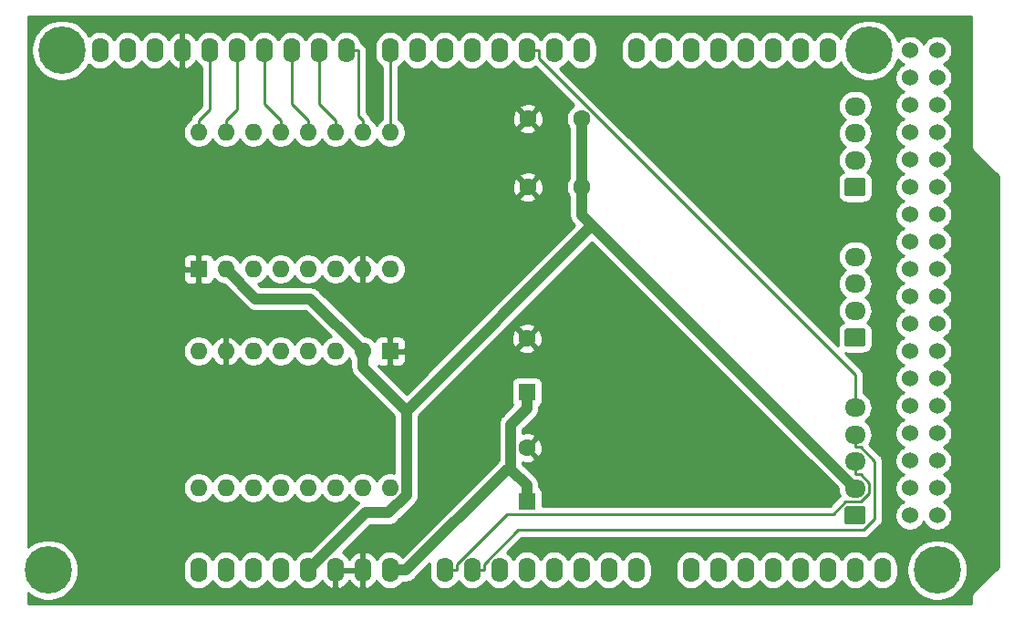
<source format=gbr>
G04 #@! TF.GenerationSoftware,KiCad,Pcbnew,5.1.5-52549c5~84~ubuntu16.04.1*
G04 #@! TF.CreationDate,2020-01-01T01:32:41+01:00*
G04 #@! TF.ProjectId,schema-3.0,73636865-6d61-42d3-932e-302e6b696361,rev?*
G04 #@! TF.SameCoordinates,Original*
G04 #@! TF.FileFunction,Copper,L2,Bot*
G04 #@! TF.FilePolarity,Positive*
%FSLAX46Y46*%
G04 Gerber Fmt 4.6, Leading zero omitted, Abs format (unit mm)*
G04 Created by KiCad (PCBNEW 5.1.5-52549c5~84~ubuntu16.04.1) date 2020-01-01 01:32:41*
%MOMM*%
%LPD*%
G04 APERTURE LIST*
%ADD10O,1.950000X1.700000*%
%ADD11C,0.100000*%
%ADD12C,1.600000*%
%ADD13R,1.600000X1.600000*%
%ADD14C,4.400000*%
%ADD15O,1.600000X1.600000*%
%ADD16O,1.574800X2.286000*%
%ADD17C,1.524000*%
%ADD18C,0.250000*%
%ADD19C,1.000000*%
%ADD20C,0.254000*%
G04 APERTURE END LIST*
D10*
X168910000Y-99220000D03*
X168910000Y-101720000D03*
X168910000Y-104220000D03*
X168910000Y-106720000D03*
G04 #@! TA.AperFunction,ComponentPad*
D11*
G36*
X169659504Y-108371204D02*
G01*
X169683773Y-108374804D01*
X169707571Y-108380765D01*
X169730671Y-108389030D01*
X169752849Y-108399520D01*
X169773893Y-108412133D01*
X169793598Y-108426747D01*
X169811777Y-108443223D01*
X169828253Y-108461402D01*
X169842867Y-108481107D01*
X169855480Y-108502151D01*
X169865970Y-108524329D01*
X169874235Y-108547429D01*
X169880196Y-108571227D01*
X169883796Y-108595496D01*
X169885000Y-108620000D01*
X169885000Y-109820000D01*
X169883796Y-109844504D01*
X169880196Y-109868773D01*
X169874235Y-109892571D01*
X169865970Y-109915671D01*
X169855480Y-109937849D01*
X169842867Y-109958893D01*
X169828253Y-109978598D01*
X169811777Y-109996777D01*
X169793598Y-110013253D01*
X169773893Y-110027867D01*
X169752849Y-110040480D01*
X169730671Y-110050970D01*
X169707571Y-110059235D01*
X169683773Y-110065196D01*
X169659504Y-110068796D01*
X169635000Y-110070000D01*
X168185000Y-110070000D01*
X168160496Y-110068796D01*
X168136227Y-110065196D01*
X168112429Y-110059235D01*
X168089329Y-110050970D01*
X168067151Y-110040480D01*
X168046107Y-110027867D01*
X168026402Y-110013253D01*
X168008223Y-109996777D01*
X167991747Y-109978598D01*
X167977133Y-109958893D01*
X167964520Y-109937849D01*
X167954030Y-109915671D01*
X167945765Y-109892571D01*
X167939804Y-109868773D01*
X167936204Y-109844504D01*
X167935000Y-109820000D01*
X167935000Y-108620000D01*
X167936204Y-108595496D01*
X167939804Y-108571227D01*
X167945765Y-108547429D01*
X167954030Y-108524329D01*
X167964520Y-108502151D01*
X167977133Y-108481107D01*
X167991747Y-108461402D01*
X168008223Y-108443223D01*
X168026402Y-108426747D01*
X168046107Y-108412133D01*
X168067151Y-108399520D01*
X168089329Y-108389030D01*
X168112429Y-108380765D01*
X168136227Y-108374804D01*
X168160496Y-108371204D01*
X168185000Y-108370000D01*
X169635000Y-108370000D01*
X169659504Y-108371204D01*
G37*
G04 #@! TD.AperFunction*
D10*
X168910000Y-71240000D03*
X168910000Y-73740000D03*
X168910000Y-76240000D03*
G04 #@! TA.AperFunction,ComponentPad*
D11*
G36*
X169659504Y-77891204D02*
G01*
X169683773Y-77894804D01*
X169707571Y-77900765D01*
X169730671Y-77909030D01*
X169752849Y-77919520D01*
X169773893Y-77932133D01*
X169793598Y-77946747D01*
X169811777Y-77963223D01*
X169828253Y-77981402D01*
X169842867Y-78001107D01*
X169855480Y-78022151D01*
X169865970Y-78044329D01*
X169874235Y-78067429D01*
X169880196Y-78091227D01*
X169883796Y-78115496D01*
X169885000Y-78140000D01*
X169885000Y-79340000D01*
X169883796Y-79364504D01*
X169880196Y-79388773D01*
X169874235Y-79412571D01*
X169865970Y-79435671D01*
X169855480Y-79457849D01*
X169842867Y-79478893D01*
X169828253Y-79498598D01*
X169811777Y-79516777D01*
X169793598Y-79533253D01*
X169773893Y-79547867D01*
X169752849Y-79560480D01*
X169730671Y-79570970D01*
X169707571Y-79579235D01*
X169683773Y-79585196D01*
X169659504Y-79588796D01*
X169635000Y-79590000D01*
X168185000Y-79590000D01*
X168160496Y-79588796D01*
X168136227Y-79585196D01*
X168112429Y-79579235D01*
X168089329Y-79570970D01*
X168067151Y-79560480D01*
X168046107Y-79547867D01*
X168026402Y-79533253D01*
X168008223Y-79516777D01*
X167991747Y-79498598D01*
X167977133Y-79478893D01*
X167964520Y-79457849D01*
X167954030Y-79435671D01*
X167945765Y-79412571D01*
X167939804Y-79388773D01*
X167936204Y-79364504D01*
X167935000Y-79340000D01*
X167935000Y-78140000D01*
X167936204Y-78115496D01*
X167939804Y-78091227D01*
X167945765Y-78067429D01*
X167954030Y-78044329D01*
X167964520Y-78022151D01*
X167977133Y-78001107D01*
X167991747Y-77981402D01*
X168008223Y-77963223D01*
X168026402Y-77946747D01*
X168046107Y-77932133D01*
X168067151Y-77919520D01*
X168089329Y-77909030D01*
X168112429Y-77900765D01*
X168136227Y-77894804D01*
X168160496Y-77891204D01*
X168185000Y-77890000D01*
X169635000Y-77890000D01*
X169659504Y-77891204D01*
G37*
G04 #@! TD.AperFunction*
D10*
X168910000Y-85210000D03*
X168910000Y-87710000D03*
X168910000Y-90210000D03*
G04 #@! TA.AperFunction,ComponentPad*
D11*
G36*
X169659504Y-91861204D02*
G01*
X169683773Y-91864804D01*
X169707571Y-91870765D01*
X169730671Y-91879030D01*
X169752849Y-91889520D01*
X169773893Y-91902133D01*
X169793598Y-91916747D01*
X169811777Y-91933223D01*
X169828253Y-91951402D01*
X169842867Y-91971107D01*
X169855480Y-91992151D01*
X169865970Y-92014329D01*
X169874235Y-92037429D01*
X169880196Y-92061227D01*
X169883796Y-92085496D01*
X169885000Y-92110000D01*
X169885000Y-93310000D01*
X169883796Y-93334504D01*
X169880196Y-93358773D01*
X169874235Y-93382571D01*
X169865970Y-93405671D01*
X169855480Y-93427849D01*
X169842867Y-93448893D01*
X169828253Y-93468598D01*
X169811777Y-93486777D01*
X169793598Y-93503253D01*
X169773893Y-93517867D01*
X169752849Y-93530480D01*
X169730671Y-93540970D01*
X169707571Y-93549235D01*
X169683773Y-93555196D01*
X169659504Y-93558796D01*
X169635000Y-93560000D01*
X168185000Y-93560000D01*
X168160496Y-93558796D01*
X168136227Y-93555196D01*
X168112429Y-93549235D01*
X168089329Y-93540970D01*
X168067151Y-93530480D01*
X168046107Y-93517867D01*
X168026402Y-93503253D01*
X168008223Y-93486777D01*
X167991747Y-93468598D01*
X167977133Y-93448893D01*
X167964520Y-93427849D01*
X167954030Y-93405671D01*
X167945765Y-93382571D01*
X167939804Y-93358773D01*
X167936204Y-93334504D01*
X167935000Y-93310000D01*
X167935000Y-92110000D01*
X167936204Y-92085496D01*
X167939804Y-92061227D01*
X167945765Y-92037429D01*
X167954030Y-92014329D01*
X167964520Y-91992151D01*
X167977133Y-91971107D01*
X167991747Y-91951402D01*
X168008223Y-91933223D01*
X168026402Y-91916747D01*
X168046107Y-91902133D01*
X168067151Y-91889520D01*
X168089329Y-91879030D01*
X168112429Y-91870765D01*
X168136227Y-91864804D01*
X168160496Y-91861204D01*
X168185000Y-91860000D01*
X169635000Y-91860000D01*
X169659504Y-91861204D01*
G37*
G04 #@! TD.AperFunction*
D12*
X138510000Y-78740000D03*
X143510000Y-78740000D03*
X138510000Y-72390000D03*
X143510000Y-72390000D03*
X138430000Y-92790000D03*
D13*
X138430000Y-97790000D03*
D12*
X138430000Y-102950000D03*
D13*
X138430000Y-107950000D03*
D14*
X176530000Y-114300000D03*
X170180000Y-66040000D03*
X93980000Y-114300000D03*
X95250000Y-66040000D03*
D13*
X107950000Y-86360000D03*
D15*
X125730000Y-73660000D03*
X110490000Y-86360000D03*
X123190000Y-73660000D03*
X113030000Y-86360000D03*
X120650000Y-73660000D03*
X115570000Y-86360000D03*
X118110000Y-73660000D03*
X118110000Y-86360000D03*
X115570000Y-73660000D03*
X120650000Y-86360000D03*
X113030000Y-73660000D03*
X123190000Y-86360000D03*
X110490000Y-73660000D03*
X125730000Y-86360000D03*
X107950000Y-73660000D03*
D13*
X125730000Y-93980000D03*
D15*
X107950000Y-106680000D03*
X123190000Y-93980000D03*
X110490000Y-106680000D03*
X120650000Y-93980000D03*
X113030000Y-106680000D03*
X118110000Y-93980000D03*
X115570000Y-106680000D03*
X115570000Y-93980000D03*
X118110000Y-106680000D03*
X113030000Y-93980000D03*
X120650000Y-106680000D03*
X110490000Y-93980000D03*
X123190000Y-106680000D03*
X107950000Y-93980000D03*
X125730000Y-106680000D03*
D16*
X161290000Y-66040000D03*
X158750000Y-66040000D03*
X156210000Y-66040000D03*
X153670000Y-66040000D03*
X151130000Y-66040000D03*
X148590000Y-66040000D03*
X108966000Y-66040000D03*
X111506000Y-66040000D03*
X114046000Y-66040000D03*
X116586000Y-66040000D03*
X119126000Y-66040000D03*
X121666000Y-66040000D03*
X125730000Y-66040000D03*
X128270000Y-66040000D03*
X130810000Y-66040000D03*
X133350000Y-66040000D03*
X135890000Y-66040000D03*
X138430000Y-66040000D03*
X140970000Y-66040000D03*
X171450000Y-114300000D03*
X168910000Y-114300000D03*
X166370000Y-114300000D03*
X163830000Y-114300000D03*
X161290000Y-114300000D03*
X158750000Y-114300000D03*
X156210000Y-114300000D03*
X153670000Y-114300000D03*
X148590000Y-114300000D03*
X146050000Y-114300000D03*
X143510000Y-114300000D03*
X140970000Y-114300000D03*
X138430000Y-114300000D03*
X135890000Y-114300000D03*
X133350000Y-114300000D03*
X98806000Y-66052700D03*
X101346000Y-66052700D03*
X103886000Y-66052700D03*
X106426000Y-66052700D03*
X143510000Y-66052700D03*
X163830000Y-66052700D03*
X166370000Y-66052700D03*
D17*
X176530000Y-66052700D03*
X173990000Y-66052700D03*
X176530000Y-101612700D03*
X173990000Y-101612700D03*
X176530000Y-99072700D03*
X173990000Y-99072700D03*
X176530000Y-96532700D03*
X173990000Y-96532700D03*
X176530000Y-93992700D03*
X173990000Y-93992700D03*
X176530000Y-91452700D03*
X173990000Y-91452700D03*
X176530000Y-88912700D03*
X173990000Y-88912700D03*
X176530000Y-86372700D03*
X173990000Y-86372700D03*
X176530000Y-83832700D03*
X173990000Y-83832700D03*
X176530000Y-81292700D03*
X173990000Y-81292700D03*
X176530000Y-78752700D03*
X173990000Y-78752700D03*
X176530000Y-76212700D03*
X173990000Y-76212700D03*
X176530000Y-73672700D03*
X173990000Y-73672700D03*
X176530000Y-71132700D03*
X173990000Y-71132700D03*
X176530000Y-68592700D03*
X173990000Y-68592700D03*
X176530000Y-106692700D03*
X173990000Y-106692700D03*
X176530000Y-104152700D03*
X173990000Y-104152700D03*
X176530000Y-109232700D03*
X173990000Y-109232700D03*
D16*
X130810000Y-114312700D03*
X125730000Y-114312700D03*
X123190000Y-114312700D03*
X120650000Y-114312700D03*
X118110000Y-114312700D03*
X115570000Y-114312700D03*
X113030000Y-114312700D03*
X110490000Y-114312700D03*
X107950000Y-114312700D03*
D18*
X107950000Y-73660000D02*
X107950000Y-72534700D01*
X108966000Y-66040000D02*
X108966000Y-71518700D01*
X108966000Y-71518700D02*
X107950000Y-72534700D01*
X110490000Y-73660000D02*
X110490000Y-72534700D01*
X111506000Y-66040000D02*
X111506000Y-71518700D01*
X111506000Y-71518700D02*
X110490000Y-72534700D01*
X115570000Y-73660000D02*
X115570000Y-72534700D01*
X114046000Y-66040000D02*
X114046000Y-71010700D01*
X114046000Y-71010700D02*
X115570000Y-72534700D01*
X118110000Y-73660000D02*
X118110000Y-72534700D01*
X116586000Y-66040000D02*
X116586000Y-71010700D01*
X116586000Y-71010700D02*
X118110000Y-72534700D01*
X120650000Y-73660000D02*
X120650000Y-72534700D01*
X119126000Y-66040000D02*
X119126000Y-71010700D01*
X119126000Y-71010700D02*
X120650000Y-72534700D01*
X123190000Y-73660000D02*
X123190000Y-72534700D01*
X121666000Y-66040000D02*
X122778700Y-66040000D01*
X122778700Y-66040000D02*
X122778700Y-72123400D01*
X122778700Y-72123400D02*
X123190000Y-72534700D01*
X125730000Y-66040000D02*
X125730000Y-73660000D01*
D19*
X143510000Y-78740000D02*
X143510000Y-72390000D01*
X144483100Y-82293000D02*
X143510000Y-81320000D01*
X143510000Y-81320000D02*
X143510000Y-78740000D01*
X144483100Y-82293000D02*
X168910000Y-106720000D01*
X127242900Y-99533200D02*
X144483100Y-82293000D01*
X118110000Y-114312700D02*
X123426100Y-108996600D01*
X123426100Y-108996600D02*
X125592000Y-108996600D01*
X125592000Y-108996600D02*
X127242900Y-107345700D01*
X127242900Y-107345700D02*
X127242900Y-99533200D01*
X127242900Y-99533200D02*
X123190000Y-95480300D01*
X123190000Y-93980000D02*
X123190000Y-95480300D01*
X123190000Y-93980000D02*
X118340400Y-89130400D01*
X118340400Y-89130400D02*
X113260400Y-89130400D01*
X113260400Y-89130400D02*
X110490000Y-86360000D01*
X125730000Y-114312700D02*
X127217700Y-114312700D01*
X136929700Y-104949400D02*
X136929700Y-100790600D01*
X136929700Y-100790600D02*
X138430000Y-99290300D01*
X138430000Y-106449700D02*
X136929700Y-104949400D01*
X127217700Y-114312700D02*
X136581000Y-104949400D01*
X136581000Y-104949400D02*
X136929700Y-104949400D01*
X138430000Y-97790000D02*
X138430000Y-99290300D01*
X138430000Y-107950000D02*
X138430000Y-106449700D01*
D18*
X168910000Y-104220000D02*
X168910000Y-105395300D01*
X130810000Y-114312700D02*
X131922700Y-114312700D01*
X131922700Y-114312700D02*
X131922700Y-113756300D01*
X131922700Y-113756300D02*
X136593400Y-109085600D01*
X136593400Y-109085600D02*
X166870000Y-109085600D01*
X166870000Y-109085600D02*
X167986100Y-107969500D01*
X167986100Y-107969500D02*
X169459900Y-107969500D01*
X169459900Y-107969500D02*
X170234600Y-107194800D01*
X170234600Y-107194800D02*
X170234600Y-106205700D01*
X170234600Y-106205700D02*
X169424200Y-105395300D01*
X169424200Y-105395300D02*
X168910000Y-105395300D01*
X168910000Y-101720000D02*
X168910000Y-102895300D01*
X133350000Y-114300000D02*
X134462700Y-114300000D01*
X134462700Y-114300000D02*
X134462700Y-113743600D01*
X134462700Y-113743600D02*
X137605000Y-110601300D01*
X137605000Y-110601300D02*
X169691300Y-110601300D01*
X169691300Y-110601300D02*
X170724600Y-109568000D01*
X170724600Y-109568000D02*
X170724600Y-104195700D01*
X170724600Y-104195700D02*
X169424200Y-102895300D01*
X169424200Y-102895300D02*
X168910000Y-102895300D01*
X138430000Y-66040000D02*
X139542700Y-66040000D01*
X139542700Y-66040000D02*
X139542700Y-66795800D01*
X139542700Y-66795800D02*
X168910000Y-96163100D01*
X168910000Y-96163100D02*
X168910000Y-99220000D01*
D20*
G36*
X179680001Y-74897581D02*
G01*
X179676808Y-74930000D01*
X179680001Y-74962419D01*
X179687628Y-75039853D01*
X179689551Y-75059382D01*
X179727290Y-75183792D01*
X179788575Y-75298450D01*
X179850386Y-75373766D01*
X179850389Y-75373769D01*
X179871053Y-75398948D01*
X179896232Y-75419612D01*
X182220000Y-77743381D01*
X182220001Y-81247581D01*
X182220000Y-114026619D01*
X179896232Y-116350388D01*
X179871053Y-116371052D01*
X179850389Y-116396231D01*
X179850386Y-116396234D01*
X179788575Y-116471550D01*
X179727290Y-116586208D01*
X179689551Y-116710618D01*
X179676808Y-116840000D01*
X179680001Y-116872419D01*
X179680001Y-117450000D01*
X92100000Y-117450000D01*
X92100000Y-116429295D01*
X92172793Y-116502088D01*
X92637124Y-116812344D01*
X93153061Y-117026052D01*
X93700777Y-117135000D01*
X94259223Y-117135000D01*
X94806939Y-117026052D01*
X95322876Y-116812344D01*
X95787207Y-116502088D01*
X96182088Y-116107207D01*
X96492344Y-115642876D01*
X96706052Y-115126939D01*
X96815000Y-114579223D01*
X96815000Y-114020777D01*
X96706052Y-113473061D01*
X96492344Y-112957124D01*
X96182088Y-112492793D01*
X95787207Y-112097912D01*
X95322876Y-111787656D01*
X94806939Y-111573948D01*
X94259223Y-111465000D01*
X93700777Y-111465000D01*
X93153061Y-111573948D01*
X92637124Y-111787656D01*
X92172793Y-112097912D01*
X92100000Y-112170705D01*
X92100000Y-93838665D01*
X106515000Y-93838665D01*
X106515000Y-94121335D01*
X106570147Y-94398574D01*
X106678320Y-94659727D01*
X106835363Y-94894759D01*
X107035241Y-95094637D01*
X107270273Y-95251680D01*
X107531426Y-95359853D01*
X107808665Y-95415000D01*
X108091335Y-95415000D01*
X108368574Y-95359853D01*
X108629727Y-95251680D01*
X108864759Y-95094637D01*
X109064637Y-94894759D01*
X109221680Y-94659727D01*
X109226067Y-94649135D01*
X109337615Y-94835131D01*
X109526586Y-95043519D01*
X109752580Y-95211037D01*
X110006913Y-95331246D01*
X110140961Y-95371904D01*
X110363000Y-95249915D01*
X110363000Y-94107000D01*
X110343000Y-94107000D01*
X110343000Y-93853000D01*
X110363000Y-93853000D01*
X110363000Y-92710085D01*
X110140961Y-92588096D01*
X110006913Y-92628754D01*
X109752580Y-92748963D01*
X109526586Y-92916481D01*
X109337615Y-93124869D01*
X109226067Y-93310865D01*
X109221680Y-93300273D01*
X109064637Y-93065241D01*
X108864759Y-92865363D01*
X108629727Y-92708320D01*
X108368574Y-92600147D01*
X108091335Y-92545000D01*
X107808665Y-92545000D01*
X107531426Y-92600147D01*
X107270273Y-92708320D01*
X107035241Y-92865363D01*
X106835363Y-93065241D01*
X106678320Y-93300273D01*
X106570147Y-93561426D01*
X106515000Y-93838665D01*
X92100000Y-93838665D01*
X92100000Y-87160000D01*
X106511928Y-87160000D01*
X106524188Y-87284482D01*
X106560498Y-87404180D01*
X106619463Y-87514494D01*
X106698815Y-87611185D01*
X106795506Y-87690537D01*
X106905820Y-87749502D01*
X107025518Y-87785812D01*
X107150000Y-87798072D01*
X107664250Y-87795000D01*
X107823000Y-87636250D01*
X107823000Y-86487000D01*
X106673750Y-86487000D01*
X106515000Y-86645750D01*
X106511928Y-87160000D01*
X92100000Y-87160000D01*
X92100000Y-85560000D01*
X106511928Y-85560000D01*
X106515000Y-86074250D01*
X106673750Y-86233000D01*
X107823000Y-86233000D01*
X107823000Y-85083750D01*
X107664250Y-84925000D01*
X107150000Y-84921928D01*
X107025518Y-84934188D01*
X106905820Y-84970498D01*
X106795506Y-85029463D01*
X106698815Y-85108815D01*
X106619463Y-85205506D01*
X106560498Y-85315820D01*
X106524188Y-85435518D01*
X106511928Y-85560000D01*
X92100000Y-85560000D01*
X92100000Y-79732702D01*
X137696903Y-79732702D01*
X137768486Y-79976671D01*
X138023996Y-80097571D01*
X138298184Y-80166300D01*
X138580512Y-80180217D01*
X138860130Y-80138787D01*
X139126292Y-80043603D01*
X139251514Y-79976671D01*
X139323097Y-79732702D01*
X138510000Y-78919605D01*
X137696903Y-79732702D01*
X92100000Y-79732702D01*
X92100000Y-78810512D01*
X137069783Y-78810512D01*
X137111213Y-79090130D01*
X137206397Y-79356292D01*
X137273329Y-79481514D01*
X137517298Y-79553097D01*
X138330395Y-78740000D01*
X138689605Y-78740000D01*
X139502702Y-79553097D01*
X139746671Y-79481514D01*
X139867571Y-79226004D01*
X139936300Y-78951816D01*
X139950217Y-78669488D01*
X139908787Y-78389870D01*
X139813603Y-78123708D01*
X139746671Y-77998486D01*
X139502702Y-77926903D01*
X138689605Y-78740000D01*
X138330395Y-78740000D01*
X137517298Y-77926903D01*
X137273329Y-77998486D01*
X137152429Y-78253996D01*
X137083700Y-78528184D01*
X137069783Y-78810512D01*
X92100000Y-78810512D01*
X92100000Y-77747298D01*
X137696903Y-77747298D01*
X138510000Y-78560395D01*
X139323097Y-77747298D01*
X139251514Y-77503329D01*
X138996004Y-77382429D01*
X138721816Y-77313700D01*
X138439488Y-77299783D01*
X138159870Y-77341213D01*
X137893708Y-77436397D01*
X137768486Y-77503329D01*
X137696903Y-77747298D01*
X92100000Y-77747298D01*
X92100000Y-73518665D01*
X106515000Y-73518665D01*
X106515000Y-73801335D01*
X106570147Y-74078574D01*
X106678320Y-74339727D01*
X106835363Y-74574759D01*
X107035241Y-74774637D01*
X107270273Y-74931680D01*
X107531426Y-75039853D01*
X107808665Y-75095000D01*
X108091335Y-75095000D01*
X108368574Y-75039853D01*
X108629727Y-74931680D01*
X108864759Y-74774637D01*
X109064637Y-74574759D01*
X109220000Y-74342241D01*
X109375363Y-74574759D01*
X109575241Y-74774637D01*
X109810273Y-74931680D01*
X110071426Y-75039853D01*
X110348665Y-75095000D01*
X110631335Y-75095000D01*
X110908574Y-75039853D01*
X111169727Y-74931680D01*
X111404759Y-74774637D01*
X111604637Y-74574759D01*
X111760000Y-74342241D01*
X111915363Y-74574759D01*
X112115241Y-74774637D01*
X112350273Y-74931680D01*
X112611426Y-75039853D01*
X112888665Y-75095000D01*
X113171335Y-75095000D01*
X113448574Y-75039853D01*
X113709727Y-74931680D01*
X113944759Y-74774637D01*
X114144637Y-74574759D01*
X114300000Y-74342241D01*
X114455363Y-74574759D01*
X114655241Y-74774637D01*
X114890273Y-74931680D01*
X115151426Y-75039853D01*
X115428665Y-75095000D01*
X115711335Y-75095000D01*
X115988574Y-75039853D01*
X116249727Y-74931680D01*
X116484759Y-74774637D01*
X116684637Y-74574759D01*
X116840000Y-74342241D01*
X116995363Y-74574759D01*
X117195241Y-74774637D01*
X117430273Y-74931680D01*
X117691426Y-75039853D01*
X117968665Y-75095000D01*
X118251335Y-75095000D01*
X118528574Y-75039853D01*
X118789727Y-74931680D01*
X119024759Y-74774637D01*
X119224637Y-74574759D01*
X119380000Y-74342241D01*
X119535363Y-74574759D01*
X119735241Y-74774637D01*
X119970273Y-74931680D01*
X120231426Y-75039853D01*
X120508665Y-75095000D01*
X120791335Y-75095000D01*
X121068574Y-75039853D01*
X121329727Y-74931680D01*
X121564759Y-74774637D01*
X121764637Y-74574759D01*
X121920000Y-74342241D01*
X122075363Y-74574759D01*
X122275241Y-74774637D01*
X122510273Y-74931680D01*
X122771426Y-75039853D01*
X123048665Y-75095000D01*
X123331335Y-75095000D01*
X123608574Y-75039853D01*
X123869727Y-74931680D01*
X124104759Y-74774637D01*
X124304637Y-74574759D01*
X124460000Y-74342241D01*
X124615363Y-74574759D01*
X124815241Y-74774637D01*
X125050273Y-74931680D01*
X125311426Y-75039853D01*
X125588665Y-75095000D01*
X125871335Y-75095000D01*
X126148574Y-75039853D01*
X126409727Y-74931680D01*
X126644759Y-74774637D01*
X126844637Y-74574759D01*
X127001680Y-74339727D01*
X127109853Y-74078574D01*
X127165000Y-73801335D01*
X127165000Y-73518665D01*
X127137955Y-73382702D01*
X137696903Y-73382702D01*
X137768486Y-73626671D01*
X138023996Y-73747571D01*
X138298184Y-73816300D01*
X138580512Y-73830217D01*
X138860130Y-73788787D01*
X139126292Y-73693603D01*
X139251514Y-73626671D01*
X139323097Y-73382702D01*
X138510000Y-72569605D01*
X137696903Y-73382702D01*
X127137955Y-73382702D01*
X127109853Y-73241426D01*
X127001680Y-72980273D01*
X126844637Y-72745241D01*
X126644759Y-72545363D01*
X126517770Y-72460512D01*
X137069783Y-72460512D01*
X137111213Y-72740130D01*
X137206397Y-73006292D01*
X137273329Y-73131514D01*
X137517298Y-73203097D01*
X138330395Y-72390000D01*
X138689605Y-72390000D01*
X139502702Y-73203097D01*
X139746671Y-73131514D01*
X139867571Y-72876004D01*
X139936300Y-72601816D01*
X139950217Y-72319488D01*
X139908787Y-72039870D01*
X139813603Y-71773708D01*
X139746671Y-71648486D01*
X139502702Y-71576903D01*
X138689605Y-72390000D01*
X138330395Y-72390000D01*
X137517298Y-71576903D01*
X137273329Y-71648486D01*
X137152429Y-71903996D01*
X137083700Y-72178184D01*
X137069783Y-72460512D01*
X126517770Y-72460512D01*
X126490000Y-72441957D01*
X126490000Y-71397298D01*
X137696903Y-71397298D01*
X138510000Y-72210395D01*
X139323097Y-71397298D01*
X139251514Y-71153329D01*
X138996004Y-71032429D01*
X138721816Y-70963700D01*
X138439488Y-70949783D01*
X138159870Y-70991213D01*
X137893708Y-71086397D01*
X137768486Y-71153329D01*
X137696903Y-71397298D01*
X126490000Y-71397298D01*
X126490000Y-67602214D01*
X126524067Y-67584005D01*
X126740655Y-67406255D01*
X126918405Y-67189667D01*
X127000000Y-67037013D01*
X127081595Y-67189667D01*
X127259346Y-67406255D01*
X127475934Y-67584005D01*
X127723038Y-67716084D01*
X127991162Y-67797419D01*
X128270000Y-67824882D01*
X128548839Y-67797419D01*
X128816963Y-67716084D01*
X129064067Y-67584005D01*
X129280655Y-67406255D01*
X129458405Y-67189667D01*
X129540000Y-67037013D01*
X129621595Y-67189667D01*
X129799346Y-67406255D01*
X130015934Y-67584005D01*
X130263038Y-67716084D01*
X130531162Y-67797419D01*
X130810000Y-67824882D01*
X131088839Y-67797419D01*
X131356963Y-67716084D01*
X131604067Y-67584005D01*
X131820655Y-67406255D01*
X131998405Y-67189667D01*
X132080000Y-67037013D01*
X132161595Y-67189667D01*
X132339346Y-67406255D01*
X132555934Y-67584005D01*
X132803038Y-67716084D01*
X133071162Y-67797419D01*
X133350000Y-67824882D01*
X133628839Y-67797419D01*
X133896963Y-67716084D01*
X134144067Y-67584005D01*
X134360655Y-67406255D01*
X134538405Y-67189667D01*
X134620000Y-67037013D01*
X134701595Y-67189667D01*
X134879346Y-67406255D01*
X135095934Y-67584005D01*
X135343038Y-67716084D01*
X135611162Y-67797419D01*
X135890000Y-67824882D01*
X136168839Y-67797419D01*
X136436963Y-67716084D01*
X136684067Y-67584005D01*
X136900655Y-67406255D01*
X137078405Y-67189667D01*
X137160000Y-67037013D01*
X137241595Y-67189667D01*
X137419346Y-67406255D01*
X137635934Y-67584005D01*
X137883038Y-67716084D01*
X138151162Y-67797419D01*
X138430000Y-67824882D01*
X138708839Y-67797419D01*
X138976963Y-67716084D01*
X139224067Y-67584005D01*
X139241663Y-67569564D01*
X142806382Y-71134283D01*
X142595241Y-71275363D01*
X142395363Y-71475241D01*
X142238320Y-71710273D01*
X142130147Y-71971426D01*
X142075000Y-72248665D01*
X142075000Y-72531335D01*
X142130147Y-72808574D01*
X142238320Y-73069727D01*
X142375001Y-73274285D01*
X142375000Y-77855716D01*
X142238320Y-78060273D01*
X142130147Y-78321426D01*
X142075000Y-78598665D01*
X142075000Y-78881335D01*
X142130147Y-79158574D01*
X142238320Y-79419727D01*
X142375001Y-79624285D01*
X142375000Y-81264278D01*
X142369509Y-81320058D01*
X142378312Y-81409383D01*
X142391423Y-81542498D01*
X142391432Y-81542529D01*
X142391435Y-81542556D01*
X142421168Y-81640552D01*
X142456324Y-81756446D01*
X142456339Y-81756475D01*
X142456347Y-81756500D01*
X142503140Y-81844034D01*
X142561716Y-81953623D01*
X142561737Y-81953649D01*
X142561749Y-81953671D01*
X142620783Y-82025597D01*
X142703551Y-82126449D01*
X142746887Y-82162014D01*
X142877927Y-82293040D01*
X127242900Y-97928069D01*
X124682626Y-95367795D01*
X124685820Y-95369502D01*
X124805518Y-95405812D01*
X124930000Y-95418072D01*
X125444250Y-95415000D01*
X125603000Y-95256250D01*
X125603000Y-94107000D01*
X125857000Y-94107000D01*
X125857000Y-95256250D01*
X126015750Y-95415000D01*
X126530000Y-95418072D01*
X126654482Y-95405812D01*
X126774180Y-95369502D01*
X126884494Y-95310537D01*
X126981185Y-95231185D01*
X127060537Y-95134494D01*
X127119502Y-95024180D01*
X127155812Y-94904482D01*
X127168072Y-94780000D01*
X127165000Y-94265750D01*
X127006250Y-94107000D01*
X125857000Y-94107000D01*
X125603000Y-94107000D01*
X125583000Y-94107000D01*
X125583000Y-93853000D01*
X125603000Y-93853000D01*
X125603000Y-92703750D01*
X125857000Y-92703750D01*
X125857000Y-93853000D01*
X127006250Y-93853000D01*
X127165000Y-93694250D01*
X127168072Y-93180000D01*
X127155812Y-93055518D01*
X127119502Y-92935820D01*
X127060537Y-92825506D01*
X126981185Y-92728815D01*
X126884494Y-92649463D01*
X126774180Y-92590498D01*
X126654482Y-92554188D01*
X126530000Y-92541928D01*
X126015750Y-92545000D01*
X125857000Y-92703750D01*
X125603000Y-92703750D01*
X125444250Y-92545000D01*
X124930000Y-92541928D01*
X124805518Y-92554188D01*
X124685820Y-92590498D01*
X124575506Y-92649463D01*
X124478815Y-92728815D01*
X124399463Y-92825506D01*
X124340498Y-92935820D01*
X124304188Y-93055518D01*
X124303357Y-93063961D01*
X124104759Y-92865363D01*
X123869727Y-92708320D01*
X123608574Y-92600147D01*
X123367282Y-92552150D01*
X119182396Y-88367265D01*
X119146849Y-88323951D01*
X118974023Y-88182116D01*
X118776847Y-88076724D01*
X118562899Y-88011823D01*
X118396152Y-87995400D01*
X118396151Y-87995400D01*
X118340400Y-87989909D01*
X118284649Y-87995400D01*
X113730532Y-87995400D01*
X113467249Y-87732117D01*
X113709727Y-87631680D01*
X113944759Y-87474637D01*
X114144637Y-87274759D01*
X114300000Y-87042241D01*
X114455363Y-87274759D01*
X114655241Y-87474637D01*
X114890273Y-87631680D01*
X115151426Y-87739853D01*
X115428665Y-87795000D01*
X115711335Y-87795000D01*
X115988574Y-87739853D01*
X116249727Y-87631680D01*
X116484759Y-87474637D01*
X116684637Y-87274759D01*
X116840000Y-87042241D01*
X116995363Y-87274759D01*
X117195241Y-87474637D01*
X117430273Y-87631680D01*
X117691426Y-87739853D01*
X117968665Y-87795000D01*
X118251335Y-87795000D01*
X118528574Y-87739853D01*
X118789727Y-87631680D01*
X119024759Y-87474637D01*
X119224637Y-87274759D01*
X119380000Y-87042241D01*
X119535363Y-87274759D01*
X119735241Y-87474637D01*
X119970273Y-87631680D01*
X120231426Y-87739853D01*
X120508665Y-87795000D01*
X120791335Y-87795000D01*
X121068574Y-87739853D01*
X121329727Y-87631680D01*
X121564759Y-87474637D01*
X121764637Y-87274759D01*
X121921680Y-87039727D01*
X121926067Y-87029135D01*
X122037615Y-87215131D01*
X122226586Y-87423519D01*
X122452580Y-87591037D01*
X122706913Y-87711246D01*
X122840961Y-87751904D01*
X123063000Y-87629915D01*
X123063000Y-86487000D01*
X123043000Y-86487000D01*
X123043000Y-86233000D01*
X123063000Y-86233000D01*
X123063000Y-85090085D01*
X123317000Y-85090085D01*
X123317000Y-86233000D01*
X123337000Y-86233000D01*
X123337000Y-86487000D01*
X123317000Y-86487000D01*
X123317000Y-87629915D01*
X123539039Y-87751904D01*
X123673087Y-87711246D01*
X123927420Y-87591037D01*
X124153414Y-87423519D01*
X124342385Y-87215131D01*
X124453933Y-87029135D01*
X124458320Y-87039727D01*
X124615363Y-87274759D01*
X124815241Y-87474637D01*
X125050273Y-87631680D01*
X125311426Y-87739853D01*
X125588665Y-87795000D01*
X125871335Y-87795000D01*
X126148574Y-87739853D01*
X126409727Y-87631680D01*
X126644759Y-87474637D01*
X126844637Y-87274759D01*
X127001680Y-87039727D01*
X127109853Y-86778574D01*
X127165000Y-86501335D01*
X127165000Y-86218665D01*
X127109853Y-85941426D01*
X127001680Y-85680273D01*
X126844637Y-85445241D01*
X126644759Y-85245363D01*
X126409727Y-85088320D01*
X126148574Y-84980147D01*
X125871335Y-84925000D01*
X125588665Y-84925000D01*
X125311426Y-84980147D01*
X125050273Y-85088320D01*
X124815241Y-85245363D01*
X124615363Y-85445241D01*
X124458320Y-85680273D01*
X124453933Y-85690865D01*
X124342385Y-85504869D01*
X124153414Y-85296481D01*
X123927420Y-85128963D01*
X123673087Y-85008754D01*
X123539039Y-84968096D01*
X123317000Y-85090085D01*
X123063000Y-85090085D01*
X122840961Y-84968096D01*
X122706913Y-85008754D01*
X122452580Y-85128963D01*
X122226586Y-85296481D01*
X122037615Y-85504869D01*
X121926067Y-85690865D01*
X121921680Y-85680273D01*
X121764637Y-85445241D01*
X121564759Y-85245363D01*
X121329727Y-85088320D01*
X121068574Y-84980147D01*
X120791335Y-84925000D01*
X120508665Y-84925000D01*
X120231426Y-84980147D01*
X119970273Y-85088320D01*
X119735241Y-85245363D01*
X119535363Y-85445241D01*
X119380000Y-85677759D01*
X119224637Y-85445241D01*
X119024759Y-85245363D01*
X118789727Y-85088320D01*
X118528574Y-84980147D01*
X118251335Y-84925000D01*
X117968665Y-84925000D01*
X117691426Y-84980147D01*
X117430273Y-85088320D01*
X117195241Y-85245363D01*
X116995363Y-85445241D01*
X116840000Y-85677759D01*
X116684637Y-85445241D01*
X116484759Y-85245363D01*
X116249727Y-85088320D01*
X115988574Y-84980147D01*
X115711335Y-84925000D01*
X115428665Y-84925000D01*
X115151426Y-84980147D01*
X114890273Y-85088320D01*
X114655241Y-85245363D01*
X114455363Y-85445241D01*
X114300000Y-85677759D01*
X114144637Y-85445241D01*
X113944759Y-85245363D01*
X113709727Y-85088320D01*
X113448574Y-84980147D01*
X113171335Y-84925000D01*
X112888665Y-84925000D01*
X112611426Y-84980147D01*
X112350273Y-85088320D01*
X112115241Y-85245363D01*
X111915363Y-85445241D01*
X111760000Y-85677759D01*
X111604637Y-85445241D01*
X111404759Y-85245363D01*
X111169727Y-85088320D01*
X110908574Y-84980147D01*
X110631335Y-84925000D01*
X110348665Y-84925000D01*
X110071426Y-84980147D01*
X109810273Y-85088320D01*
X109575241Y-85245363D01*
X109376643Y-85443961D01*
X109375812Y-85435518D01*
X109339502Y-85315820D01*
X109280537Y-85205506D01*
X109201185Y-85108815D01*
X109104494Y-85029463D01*
X108994180Y-84970498D01*
X108874482Y-84934188D01*
X108750000Y-84921928D01*
X108235750Y-84925000D01*
X108077000Y-85083750D01*
X108077000Y-86233000D01*
X108097000Y-86233000D01*
X108097000Y-86487000D01*
X108077000Y-86487000D01*
X108077000Y-87636250D01*
X108235750Y-87795000D01*
X108750000Y-87798072D01*
X108874482Y-87785812D01*
X108994180Y-87749502D01*
X109104494Y-87690537D01*
X109201185Y-87611185D01*
X109280537Y-87514494D01*
X109339502Y-87404180D01*
X109375812Y-87284482D01*
X109376643Y-87276039D01*
X109575241Y-87474637D01*
X109810273Y-87631680D01*
X110071426Y-87739853D01*
X110312718Y-87787850D01*
X112418409Y-89893541D01*
X112453951Y-89936849D01*
X112626777Y-90078684D01*
X112823953Y-90184076D01*
X113037901Y-90248977D01*
X113204648Y-90265400D01*
X113204657Y-90265400D01*
X113260399Y-90270890D01*
X113316141Y-90265400D01*
X117870269Y-90265400D01*
X120212751Y-92607882D01*
X119970273Y-92708320D01*
X119735241Y-92865363D01*
X119535363Y-93065241D01*
X119380000Y-93297759D01*
X119224637Y-93065241D01*
X119024759Y-92865363D01*
X118789727Y-92708320D01*
X118528574Y-92600147D01*
X118251335Y-92545000D01*
X117968665Y-92545000D01*
X117691426Y-92600147D01*
X117430273Y-92708320D01*
X117195241Y-92865363D01*
X116995363Y-93065241D01*
X116840000Y-93297759D01*
X116684637Y-93065241D01*
X116484759Y-92865363D01*
X116249727Y-92708320D01*
X115988574Y-92600147D01*
X115711335Y-92545000D01*
X115428665Y-92545000D01*
X115151426Y-92600147D01*
X114890273Y-92708320D01*
X114655241Y-92865363D01*
X114455363Y-93065241D01*
X114300000Y-93297759D01*
X114144637Y-93065241D01*
X113944759Y-92865363D01*
X113709727Y-92708320D01*
X113448574Y-92600147D01*
X113171335Y-92545000D01*
X112888665Y-92545000D01*
X112611426Y-92600147D01*
X112350273Y-92708320D01*
X112115241Y-92865363D01*
X111915363Y-93065241D01*
X111758320Y-93300273D01*
X111753933Y-93310865D01*
X111642385Y-93124869D01*
X111453414Y-92916481D01*
X111227420Y-92748963D01*
X110973087Y-92628754D01*
X110839039Y-92588096D01*
X110617000Y-92710085D01*
X110617000Y-93853000D01*
X110637000Y-93853000D01*
X110637000Y-94107000D01*
X110617000Y-94107000D01*
X110617000Y-95249915D01*
X110839039Y-95371904D01*
X110973087Y-95331246D01*
X111227420Y-95211037D01*
X111453414Y-95043519D01*
X111642385Y-94835131D01*
X111753933Y-94649135D01*
X111758320Y-94659727D01*
X111915363Y-94894759D01*
X112115241Y-95094637D01*
X112350273Y-95251680D01*
X112611426Y-95359853D01*
X112888665Y-95415000D01*
X113171335Y-95415000D01*
X113448574Y-95359853D01*
X113709727Y-95251680D01*
X113944759Y-95094637D01*
X114144637Y-94894759D01*
X114300000Y-94662241D01*
X114455363Y-94894759D01*
X114655241Y-95094637D01*
X114890273Y-95251680D01*
X115151426Y-95359853D01*
X115428665Y-95415000D01*
X115711335Y-95415000D01*
X115988574Y-95359853D01*
X116249727Y-95251680D01*
X116484759Y-95094637D01*
X116684637Y-94894759D01*
X116840000Y-94662241D01*
X116995363Y-94894759D01*
X117195241Y-95094637D01*
X117430273Y-95251680D01*
X117691426Y-95359853D01*
X117968665Y-95415000D01*
X118251335Y-95415000D01*
X118528574Y-95359853D01*
X118789727Y-95251680D01*
X119024759Y-95094637D01*
X119224637Y-94894759D01*
X119380000Y-94662241D01*
X119535363Y-94894759D01*
X119735241Y-95094637D01*
X119970273Y-95251680D01*
X120231426Y-95359853D01*
X120508665Y-95415000D01*
X120791335Y-95415000D01*
X121068574Y-95359853D01*
X121329727Y-95251680D01*
X121564759Y-95094637D01*
X121764637Y-94894759D01*
X121920000Y-94662241D01*
X122055000Y-94864284D01*
X122055000Y-95424549D01*
X122049509Y-95480300D01*
X122071423Y-95702798D01*
X122136324Y-95916746D01*
X122136325Y-95916747D01*
X122241717Y-96113923D01*
X122383552Y-96286749D01*
X122426860Y-96322291D01*
X126107901Y-100003333D01*
X126107900Y-105292056D01*
X125871335Y-105245000D01*
X125588665Y-105245000D01*
X125311426Y-105300147D01*
X125050273Y-105408320D01*
X124815241Y-105565363D01*
X124615363Y-105765241D01*
X124460000Y-105997759D01*
X124304637Y-105765241D01*
X124104759Y-105565363D01*
X123869727Y-105408320D01*
X123608574Y-105300147D01*
X123331335Y-105245000D01*
X123048665Y-105245000D01*
X122771426Y-105300147D01*
X122510273Y-105408320D01*
X122275241Y-105565363D01*
X122075363Y-105765241D01*
X121920000Y-105997759D01*
X121764637Y-105765241D01*
X121564759Y-105565363D01*
X121329727Y-105408320D01*
X121068574Y-105300147D01*
X120791335Y-105245000D01*
X120508665Y-105245000D01*
X120231426Y-105300147D01*
X119970273Y-105408320D01*
X119735241Y-105565363D01*
X119535363Y-105765241D01*
X119380000Y-105997759D01*
X119224637Y-105765241D01*
X119024759Y-105565363D01*
X118789727Y-105408320D01*
X118528574Y-105300147D01*
X118251335Y-105245000D01*
X117968665Y-105245000D01*
X117691426Y-105300147D01*
X117430273Y-105408320D01*
X117195241Y-105565363D01*
X116995363Y-105765241D01*
X116840000Y-105997759D01*
X116684637Y-105765241D01*
X116484759Y-105565363D01*
X116249727Y-105408320D01*
X115988574Y-105300147D01*
X115711335Y-105245000D01*
X115428665Y-105245000D01*
X115151426Y-105300147D01*
X114890273Y-105408320D01*
X114655241Y-105565363D01*
X114455363Y-105765241D01*
X114300000Y-105997759D01*
X114144637Y-105765241D01*
X113944759Y-105565363D01*
X113709727Y-105408320D01*
X113448574Y-105300147D01*
X113171335Y-105245000D01*
X112888665Y-105245000D01*
X112611426Y-105300147D01*
X112350273Y-105408320D01*
X112115241Y-105565363D01*
X111915363Y-105765241D01*
X111760000Y-105997759D01*
X111604637Y-105765241D01*
X111404759Y-105565363D01*
X111169727Y-105408320D01*
X110908574Y-105300147D01*
X110631335Y-105245000D01*
X110348665Y-105245000D01*
X110071426Y-105300147D01*
X109810273Y-105408320D01*
X109575241Y-105565363D01*
X109375363Y-105765241D01*
X109220000Y-105997759D01*
X109064637Y-105765241D01*
X108864759Y-105565363D01*
X108629727Y-105408320D01*
X108368574Y-105300147D01*
X108091335Y-105245000D01*
X107808665Y-105245000D01*
X107531426Y-105300147D01*
X107270273Y-105408320D01*
X107035241Y-105565363D01*
X106835363Y-105765241D01*
X106678320Y-106000273D01*
X106570147Y-106261426D01*
X106515000Y-106538665D01*
X106515000Y-106821335D01*
X106570147Y-107098574D01*
X106678320Y-107359727D01*
X106835363Y-107594759D01*
X107035241Y-107794637D01*
X107270273Y-107951680D01*
X107531426Y-108059853D01*
X107808665Y-108115000D01*
X108091335Y-108115000D01*
X108368574Y-108059853D01*
X108629727Y-107951680D01*
X108864759Y-107794637D01*
X109064637Y-107594759D01*
X109220000Y-107362241D01*
X109375363Y-107594759D01*
X109575241Y-107794637D01*
X109810273Y-107951680D01*
X110071426Y-108059853D01*
X110348665Y-108115000D01*
X110631335Y-108115000D01*
X110908574Y-108059853D01*
X111169727Y-107951680D01*
X111404759Y-107794637D01*
X111604637Y-107594759D01*
X111760000Y-107362241D01*
X111915363Y-107594759D01*
X112115241Y-107794637D01*
X112350273Y-107951680D01*
X112611426Y-108059853D01*
X112888665Y-108115000D01*
X113171335Y-108115000D01*
X113448574Y-108059853D01*
X113709727Y-107951680D01*
X113944759Y-107794637D01*
X114144637Y-107594759D01*
X114300000Y-107362241D01*
X114455363Y-107594759D01*
X114655241Y-107794637D01*
X114890273Y-107951680D01*
X115151426Y-108059853D01*
X115428665Y-108115000D01*
X115711335Y-108115000D01*
X115988574Y-108059853D01*
X116249727Y-107951680D01*
X116484759Y-107794637D01*
X116684637Y-107594759D01*
X116840000Y-107362241D01*
X116995363Y-107594759D01*
X117195241Y-107794637D01*
X117430273Y-107951680D01*
X117691426Y-108059853D01*
X117968665Y-108115000D01*
X118251335Y-108115000D01*
X118528574Y-108059853D01*
X118789727Y-107951680D01*
X119024759Y-107794637D01*
X119224637Y-107594759D01*
X119380000Y-107362241D01*
X119535363Y-107594759D01*
X119735241Y-107794637D01*
X119970273Y-107951680D01*
X120231426Y-108059853D01*
X120508665Y-108115000D01*
X120791335Y-108115000D01*
X121068574Y-108059853D01*
X121329727Y-107951680D01*
X121564759Y-107794637D01*
X121764637Y-107594759D01*
X121920000Y-107362241D01*
X122075363Y-107594759D01*
X122275241Y-107794637D01*
X122510273Y-107951680D01*
X122771426Y-108059853D01*
X122777055Y-108060973D01*
X122662956Y-108154611D01*
X122662954Y-108154613D01*
X122619651Y-108190151D01*
X122584113Y-108233454D01*
X118273634Y-112543934D01*
X118110000Y-112527818D01*
X117831161Y-112555281D01*
X117563037Y-112636616D01*
X117315933Y-112768695D01*
X117099345Y-112946446D01*
X116921595Y-113163034D01*
X116840000Y-113315688D01*
X116758405Y-113163033D01*
X116580654Y-112946445D01*
X116364066Y-112768695D01*
X116116962Y-112636616D01*
X115848838Y-112555281D01*
X115570000Y-112527818D01*
X115291161Y-112555281D01*
X115023037Y-112636616D01*
X114775933Y-112768695D01*
X114559345Y-112946446D01*
X114381595Y-113163034D01*
X114300000Y-113315688D01*
X114218405Y-113163033D01*
X114040654Y-112946445D01*
X113824066Y-112768695D01*
X113576962Y-112636616D01*
X113308838Y-112555281D01*
X113030000Y-112527818D01*
X112751161Y-112555281D01*
X112483037Y-112636616D01*
X112235933Y-112768695D01*
X112019345Y-112946446D01*
X111841595Y-113163034D01*
X111760000Y-113315688D01*
X111678405Y-113163033D01*
X111500654Y-112946445D01*
X111284066Y-112768695D01*
X111036962Y-112636616D01*
X110768838Y-112555281D01*
X110490000Y-112527818D01*
X110211161Y-112555281D01*
X109943037Y-112636616D01*
X109695933Y-112768695D01*
X109479345Y-112946446D01*
X109301595Y-113163034D01*
X109220000Y-113315688D01*
X109138405Y-113163033D01*
X108960654Y-112946445D01*
X108744066Y-112768695D01*
X108496962Y-112636616D01*
X108228838Y-112555281D01*
X107950000Y-112527818D01*
X107671161Y-112555281D01*
X107403037Y-112636616D01*
X107155933Y-112768695D01*
X106939345Y-112946446D01*
X106761595Y-113163034D01*
X106629516Y-113410138D01*
X106548181Y-113678262D01*
X106527600Y-113887226D01*
X106527600Y-114738175D01*
X106548181Y-114947139D01*
X106629516Y-115215263D01*
X106761595Y-115462367D01*
X106939346Y-115678955D01*
X107155934Y-115856705D01*
X107403038Y-115988784D01*
X107671162Y-116070119D01*
X107950000Y-116097582D01*
X108228839Y-116070119D01*
X108496963Y-115988784D01*
X108744067Y-115856705D01*
X108960655Y-115678955D01*
X109138405Y-115462367D01*
X109220000Y-115309713D01*
X109301595Y-115462367D01*
X109479346Y-115678955D01*
X109695934Y-115856705D01*
X109943038Y-115988784D01*
X110211162Y-116070119D01*
X110490000Y-116097582D01*
X110768839Y-116070119D01*
X111036963Y-115988784D01*
X111284067Y-115856705D01*
X111500655Y-115678955D01*
X111678405Y-115462367D01*
X111760000Y-115309713D01*
X111841595Y-115462367D01*
X112019346Y-115678955D01*
X112235934Y-115856705D01*
X112483038Y-115988784D01*
X112751162Y-116070119D01*
X113030000Y-116097582D01*
X113308839Y-116070119D01*
X113576963Y-115988784D01*
X113824067Y-115856705D01*
X114040655Y-115678955D01*
X114218405Y-115462367D01*
X114300000Y-115309713D01*
X114381595Y-115462367D01*
X114559346Y-115678955D01*
X114775934Y-115856705D01*
X115023038Y-115988784D01*
X115291162Y-116070119D01*
X115570000Y-116097582D01*
X115848839Y-116070119D01*
X116116963Y-115988784D01*
X116364067Y-115856705D01*
X116580655Y-115678955D01*
X116758405Y-115462367D01*
X116840000Y-115309713D01*
X116921595Y-115462367D01*
X117099346Y-115678955D01*
X117315934Y-115856705D01*
X117563038Y-115988784D01*
X117831162Y-116070119D01*
X118110000Y-116097582D01*
X118388839Y-116070119D01*
X118656963Y-115988784D01*
X118904067Y-115856705D01*
X119120655Y-115678955D01*
X119298405Y-115462367D01*
X119377893Y-115313655D01*
X119384474Y-115329962D01*
X119537875Y-115564140D01*
X119734014Y-115763892D01*
X119965354Y-115921541D01*
X120223004Y-116031028D01*
X120302940Y-116047710D01*
X120523000Y-115925552D01*
X120523000Y-114439700D01*
X120777000Y-114439700D01*
X120777000Y-115925552D01*
X120997060Y-116047710D01*
X121076996Y-116031028D01*
X121334646Y-115921541D01*
X121565986Y-115763892D01*
X121762125Y-115564140D01*
X121915526Y-115329962D01*
X121920000Y-115318876D01*
X121924474Y-115329962D01*
X122077875Y-115564140D01*
X122274014Y-115763892D01*
X122505354Y-115921541D01*
X122763004Y-116031028D01*
X122842940Y-116047710D01*
X123063000Y-115925552D01*
X123063000Y-114439700D01*
X120777000Y-114439700D01*
X120523000Y-114439700D01*
X120503000Y-114439700D01*
X120503000Y-114185700D01*
X120523000Y-114185700D01*
X120523000Y-114165700D01*
X120777000Y-114165700D01*
X120777000Y-114185700D01*
X123063000Y-114185700D01*
X123063000Y-112699848D01*
X122842940Y-112577690D01*
X122763004Y-112594372D01*
X122505354Y-112703859D01*
X122274014Y-112861508D01*
X122077875Y-113061260D01*
X121924474Y-113295438D01*
X121920000Y-113306524D01*
X121915526Y-113295438D01*
X121762125Y-113061260D01*
X121565986Y-112861508D01*
X121334646Y-112703859D01*
X121327156Y-112700676D01*
X123896233Y-110131600D01*
X125536249Y-110131600D01*
X125592000Y-110137091D01*
X125647751Y-110131600D01*
X125647752Y-110131600D01*
X125814499Y-110115177D01*
X126028447Y-110050276D01*
X126225623Y-109944884D01*
X126398449Y-109803049D01*
X126433996Y-109759735D01*
X128006040Y-108187691D01*
X128049349Y-108152149D01*
X128191184Y-107979323D01*
X128296576Y-107782147D01*
X128356916Y-107583235D01*
X128361477Y-107568200D01*
X128367861Y-107503376D01*
X128377900Y-107401452D01*
X128377900Y-107401445D01*
X128383390Y-107345701D01*
X128377900Y-107289957D01*
X128377900Y-100003331D01*
X134598529Y-93782702D01*
X137616903Y-93782702D01*
X137688486Y-94026671D01*
X137943996Y-94147571D01*
X138218184Y-94216300D01*
X138500512Y-94230217D01*
X138780130Y-94188787D01*
X139046292Y-94093603D01*
X139171514Y-94026671D01*
X139243097Y-93782702D01*
X138430000Y-92969605D01*
X137616903Y-93782702D01*
X134598529Y-93782702D01*
X135520719Y-92860512D01*
X136989783Y-92860512D01*
X137031213Y-93140130D01*
X137126397Y-93406292D01*
X137193329Y-93531514D01*
X137437298Y-93603097D01*
X138250395Y-92790000D01*
X138609605Y-92790000D01*
X139422702Y-93603097D01*
X139666671Y-93531514D01*
X139787571Y-93276004D01*
X139856300Y-93001816D01*
X139870217Y-92719488D01*
X139828787Y-92439870D01*
X139733603Y-92173708D01*
X139666671Y-92048486D01*
X139422702Y-91976903D01*
X138609605Y-92790000D01*
X138250395Y-92790000D01*
X137437298Y-91976903D01*
X137193329Y-92048486D01*
X137072429Y-92303996D01*
X137003700Y-92578184D01*
X136989783Y-92860512D01*
X135520719Y-92860512D01*
X136583933Y-91797298D01*
X137616903Y-91797298D01*
X138430000Y-92610395D01*
X139243097Y-91797298D01*
X139171514Y-91553329D01*
X138916004Y-91432429D01*
X138641816Y-91363700D01*
X138359488Y-91349783D01*
X138079870Y-91391213D01*
X137813708Y-91486397D01*
X137688486Y-91553329D01*
X137616903Y-91797298D01*
X136583933Y-91797298D01*
X144483099Y-83898134D01*
X167293896Y-106709025D01*
X167292815Y-106720000D01*
X167321487Y-107011111D01*
X167406401Y-107291034D01*
X167469950Y-107409925D01*
X167446099Y-107429499D01*
X167422301Y-107458497D01*
X166555199Y-108325600D01*
X139868072Y-108325600D01*
X139868072Y-107150000D01*
X139855812Y-107025518D01*
X139819502Y-106905820D01*
X139760537Y-106795506D01*
X139681185Y-106698815D01*
X139584494Y-106619463D01*
X139565000Y-106609043D01*
X139565000Y-106505452D01*
X139570491Y-106449700D01*
X139548577Y-106227201D01*
X139483676Y-106013253D01*
X139378284Y-105816077D01*
X139271989Y-105686556D01*
X139271987Y-105686554D01*
X139236449Y-105643251D01*
X139193146Y-105607713D01*
X138064700Y-104479269D01*
X138064700Y-104337827D01*
X138218184Y-104376300D01*
X138500512Y-104390217D01*
X138780130Y-104348787D01*
X139046292Y-104253603D01*
X139171514Y-104186671D01*
X139243097Y-103942702D01*
X138430000Y-103129605D01*
X138415858Y-103143748D01*
X138236253Y-102964143D01*
X138250395Y-102950000D01*
X138609605Y-102950000D01*
X139422702Y-103763097D01*
X139666671Y-103691514D01*
X139787571Y-103436004D01*
X139856300Y-103161816D01*
X139870217Y-102879488D01*
X139828787Y-102599870D01*
X139733603Y-102333708D01*
X139666671Y-102208486D01*
X139422702Y-102136903D01*
X138609605Y-102950000D01*
X138250395Y-102950000D01*
X138236253Y-102935858D01*
X138415858Y-102756253D01*
X138430000Y-102770395D01*
X139243097Y-101957298D01*
X139171514Y-101713329D01*
X138916004Y-101592429D01*
X138641816Y-101523700D01*
X138359488Y-101509783D01*
X138079870Y-101551213D01*
X138064700Y-101556638D01*
X138064700Y-101260731D01*
X139193146Y-100132287D01*
X139236449Y-100096749D01*
X139275625Y-100049014D01*
X139378284Y-99923923D01*
X139483676Y-99726747D01*
X139548577Y-99512799D01*
X139570491Y-99290300D01*
X139565000Y-99234548D01*
X139565000Y-99130957D01*
X139584494Y-99120537D01*
X139681185Y-99041185D01*
X139760537Y-98944494D01*
X139819502Y-98834180D01*
X139855812Y-98714482D01*
X139868072Y-98590000D01*
X139868072Y-96990000D01*
X139855812Y-96865518D01*
X139819502Y-96745820D01*
X139760537Y-96635506D01*
X139681185Y-96538815D01*
X139584494Y-96459463D01*
X139474180Y-96400498D01*
X139354482Y-96364188D01*
X139230000Y-96351928D01*
X137630000Y-96351928D01*
X137505518Y-96364188D01*
X137385820Y-96400498D01*
X137275506Y-96459463D01*
X137178815Y-96538815D01*
X137099463Y-96635506D01*
X137040498Y-96745820D01*
X137004188Y-96865518D01*
X136991928Y-96990000D01*
X136991928Y-98590000D01*
X137004188Y-98714482D01*
X137040498Y-98834180D01*
X137099463Y-98944494D01*
X137131561Y-98983606D01*
X136166560Y-99948609D01*
X136123252Y-99984151D01*
X135981417Y-100156977D01*
X135928228Y-100256487D01*
X135876024Y-100354154D01*
X135811123Y-100568102D01*
X135789209Y-100790600D01*
X135794701Y-100846361D01*
X135794700Y-104126415D01*
X135774551Y-104142951D01*
X135739009Y-104186259D01*
X126848011Y-113077258D01*
X126740654Y-112946445D01*
X126524066Y-112768695D01*
X126276962Y-112636616D01*
X126008838Y-112555281D01*
X125730000Y-112527818D01*
X125451161Y-112555281D01*
X125183037Y-112636616D01*
X124935933Y-112768695D01*
X124719345Y-112946446D01*
X124541595Y-113163034D01*
X124462107Y-113311746D01*
X124455526Y-113295438D01*
X124302125Y-113061260D01*
X124105986Y-112861508D01*
X123874646Y-112703859D01*
X123616996Y-112594372D01*
X123537060Y-112577690D01*
X123317000Y-112699848D01*
X123317000Y-114185700D01*
X123337000Y-114185700D01*
X123337000Y-114439700D01*
X123317000Y-114439700D01*
X123317000Y-115925552D01*
X123537060Y-116047710D01*
X123616996Y-116031028D01*
X123874646Y-115921541D01*
X124105986Y-115763892D01*
X124302125Y-115564140D01*
X124455526Y-115329962D01*
X124462107Y-115313655D01*
X124541595Y-115462367D01*
X124719346Y-115678955D01*
X124935934Y-115856705D01*
X125183038Y-115988784D01*
X125451162Y-116070119D01*
X125730000Y-116097582D01*
X126008839Y-116070119D01*
X126276963Y-115988784D01*
X126524067Y-115856705D01*
X126740655Y-115678955D01*
X126918405Y-115462367D01*
X126926245Y-115447700D01*
X127161949Y-115447700D01*
X127217700Y-115453191D01*
X127273451Y-115447700D01*
X127273452Y-115447700D01*
X127440199Y-115431277D01*
X127654147Y-115366376D01*
X127851323Y-115260984D01*
X128024149Y-115119149D01*
X128059696Y-115075835D01*
X129402818Y-113732713D01*
X129387600Y-113887226D01*
X129387600Y-114738175D01*
X129408181Y-114947139D01*
X129489516Y-115215263D01*
X129621595Y-115462367D01*
X129799346Y-115678955D01*
X130015934Y-115856705D01*
X130263038Y-115988784D01*
X130531162Y-116070119D01*
X130810000Y-116097582D01*
X131088839Y-116070119D01*
X131356963Y-115988784D01*
X131604067Y-115856705D01*
X131820655Y-115678955D01*
X131998405Y-115462367D01*
X132083394Y-115303363D01*
X132161595Y-115449667D01*
X132339346Y-115666255D01*
X132555934Y-115844005D01*
X132803038Y-115976084D01*
X133071162Y-116057419D01*
X133350000Y-116084882D01*
X133628839Y-116057419D01*
X133896963Y-115976084D01*
X134144067Y-115844005D01*
X134360655Y-115666255D01*
X134538405Y-115449667D01*
X134620000Y-115297013D01*
X134701595Y-115449667D01*
X134879346Y-115666255D01*
X135095934Y-115844005D01*
X135343038Y-115976084D01*
X135611162Y-116057419D01*
X135890000Y-116084882D01*
X136168839Y-116057419D01*
X136436963Y-115976084D01*
X136684067Y-115844005D01*
X136900655Y-115666255D01*
X137078405Y-115449667D01*
X137160000Y-115297013D01*
X137241595Y-115449667D01*
X137419346Y-115666255D01*
X137635934Y-115844005D01*
X137883038Y-115976084D01*
X138151162Y-116057419D01*
X138430000Y-116084882D01*
X138708839Y-116057419D01*
X138976963Y-115976084D01*
X139224067Y-115844005D01*
X139440655Y-115666255D01*
X139618405Y-115449667D01*
X139700000Y-115297013D01*
X139781595Y-115449667D01*
X139959346Y-115666255D01*
X140175934Y-115844005D01*
X140423038Y-115976084D01*
X140691162Y-116057419D01*
X140970000Y-116084882D01*
X141248839Y-116057419D01*
X141516963Y-115976084D01*
X141764067Y-115844005D01*
X141980655Y-115666255D01*
X142158405Y-115449667D01*
X142240000Y-115297013D01*
X142321595Y-115449667D01*
X142499346Y-115666255D01*
X142715934Y-115844005D01*
X142963038Y-115976084D01*
X143231162Y-116057419D01*
X143510000Y-116084882D01*
X143788839Y-116057419D01*
X144056963Y-115976084D01*
X144304067Y-115844005D01*
X144520655Y-115666255D01*
X144698405Y-115449667D01*
X144780000Y-115297013D01*
X144861595Y-115449667D01*
X145039346Y-115666255D01*
X145255934Y-115844005D01*
X145503038Y-115976084D01*
X145771162Y-116057419D01*
X146050000Y-116084882D01*
X146328839Y-116057419D01*
X146596963Y-115976084D01*
X146844067Y-115844005D01*
X147060655Y-115666255D01*
X147238405Y-115449667D01*
X147320000Y-115297013D01*
X147401595Y-115449667D01*
X147579346Y-115666255D01*
X147795934Y-115844005D01*
X148043038Y-115976084D01*
X148311162Y-116057419D01*
X148590000Y-116084882D01*
X148868839Y-116057419D01*
X149136963Y-115976084D01*
X149384067Y-115844005D01*
X149600655Y-115666255D01*
X149778405Y-115449667D01*
X149910484Y-115202563D01*
X149991819Y-114934438D01*
X150012400Y-114725474D01*
X150012400Y-113874526D01*
X152247600Y-113874526D01*
X152247600Y-114725475D01*
X152268181Y-114934439D01*
X152349516Y-115202563D01*
X152481595Y-115449667D01*
X152659346Y-115666255D01*
X152875934Y-115844005D01*
X153123038Y-115976084D01*
X153391162Y-116057419D01*
X153670000Y-116084882D01*
X153948839Y-116057419D01*
X154216963Y-115976084D01*
X154464067Y-115844005D01*
X154680655Y-115666255D01*
X154858405Y-115449667D01*
X154940000Y-115297013D01*
X155021595Y-115449667D01*
X155199346Y-115666255D01*
X155415934Y-115844005D01*
X155663038Y-115976084D01*
X155931162Y-116057419D01*
X156210000Y-116084882D01*
X156488839Y-116057419D01*
X156756963Y-115976084D01*
X157004067Y-115844005D01*
X157220655Y-115666255D01*
X157398405Y-115449667D01*
X157480000Y-115297013D01*
X157561595Y-115449667D01*
X157739346Y-115666255D01*
X157955934Y-115844005D01*
X158203038Y-115976084D01*
X158471162Y-116057419D01*
X158750000Y-116084882D01*
X159028839Y-116057419D01*
X159296963Y-115976084D01*
X159544067Y-115844005D01*
X159760655Y-115666255D01*
X159938405Y-115449667D01*
X160020000Y-115297013D01*
X160101595Y-115449667D01*
X160279346Y-115666255D01*
X160495934Y-115844005D01*
X160743038Y-115976084D01*
X161011162Y-116057419D01*
X161290000Y-116084882D01*
X161568839Y-116057419D01*
X161836963Y-115976084D01*
X162084067Y-115844005D01*
X162300655Y-115666255D01*
X162478405Y-115449667D01*
X162560000Y-115297013D01*
X162641595Y-115449667D01*
X162819346Y-115666255D01*
X163035934Y-115844005D01*
X163283038Y-115976084D01*
X163551162Y-116057419D01*
X163830000Y-116084882D01*
X164108839Y-116057419D01*
X164376963Y-115976084D01*
X164624067Y-115844005D01*
X164840655Y-115666255D01*
X165018405Y-115449667D01*
X165100000Y-115297013D01*
X165181595Y-115449667D01*
X165359346Y-115666255D01*
X165575934Y-115844005D01*
X165823038Y-115976084D01*
X166091162Y-116057419D01*
X166370000Y-116084882D01*
X166648839Y-116057419D01*
X166916963Y-115976084D01*
X167164067Y-115844005D01*
X167380655Y-115666255D01*
X167558405Y-115449667D01*
X167640000Y-115297013D01*
X167721595Y-115449667D01*
X167899346Y-115666255D01*
X168115934Y-115844005D01*
X168363038Y-115976084D01*
X168631162Y-116057419D01*
X168910000Y-116084882D01*
X169188839Y-116057419D01*
X169456963Y-115976084D01*
X169704067Y-115844005D01*
X169920655Y-115666255D01*
X170098405Y-115449667D01*
X170180000Y-115297013D01*
X170261595Y-115449667D01*
X170439346Y-115666255D01*
X170655934Y-115844005D01*
X170903038Y-115976084D01*
X171171162Y-116057419D01*
X171450000Y-116084882D01*
X171728839Y-116057419D01*
X171996963Y-115976084D01*
X172244067Y-115844005D01*
X172460655Y-115666255D01*
X172638405Y-115449667D01*
X172770484Y-115202563D01*
X172851819Y-114934438D01*
X172872400Y-114725474D01*
X172872400Y-114020777D01*
X173695000Y-114020777D01*
X173695000Y-114579223D01*
X173803948Y-115126939D01*
X174017656Y-115642876D01*
X174327912Y-116107207D01*
X174722793Y-116502088D01*
X175187124Y-116812344D01*
X175703061Y-117026052D01*
X176250777Y-117135000D01*
X176809223Y-117135000D01*
X177356939Y-117026052D01*
X177872876Y-116812344D01*
X178337207Y-116502088D01*
X178732088Y-116107207D01*
X179042344Y-115642876D01*
X179256052Y-115126939D01*
X179365000Y-114579223D01*
X179365000Y-114020777D01*
X179256052Y-113473061D01*
X179042344Y-112957124D01*
X178732088Y-112492793D01*
X178337207Y-112097912D01*
X177872876Y-111787656D01*
X177356939Y-111573948D01*
X176809223Y-111465000D01*
X176250777Y-111465000D01*
X175703061Y-111573948D01*
X175187124Y-111787656D01*
X174722793Y-112097912D01*
X174327912Y-112492793D01*
X174017656Y-112957124D01*
X173803948Y-113473061D01*
X173695000Y-114020777D01*
X172872400Y-114020777D01*
X172872400Y-113874525D01*
X172851819Y-113665561D01*
X172770484Y-113397437D01*
X172638405Y-113150333D01*
X172460654Y-112933745D01*
X172244066Y-112755995D01*
X171996962Y-112623916D01*
X171728838Y-112542581D01*
X171450000Y-112515118D01*
X171171161Y-112542581D01*
X170903037Y-112623916D01*
X170655933Y-112755995D01*
X170439345Y-112933746D01*
X170261595Y-113150334D01*
X170180000Y-113302988D01*
X170098405Y-113150333D01*
X169920654Y-112933745D01*
X169704066Y-112755995D01*
X169456962Y-112623916D01*
X169188838Y-112542581D01*
X168910000Y-112515118D01*
X168631161Y-112542581D01*
X168363037Y-112623916D01*
X168115933Y-112755995D01*
X167899345Y-112933746D01*
X167721595Y-113150334D01*
X167640000Y-113302988D01*
X167558405Y-113150333D01*
X167380654Y-112933745D01*
X167164066Y-112755995D01*
X166916962Y-112623916D01*
X166648838Y-112542581D01*
X166370000Y-112515118D01*
X166091161Y-112542581D01*
X165823037Y-112623916D01*
X165575933Y-112755995D01*
X165359345Y-112933746D01*
X165181595Y-113150334D01*
X165100000Y-113302988D01*
X165018405Y-113150333D01*
X164840654Y-112933745D01*
X164624066Y-112755995D01*
X164376962Y-112623916D01*
X164108838Y-112542581D01*
X163830000Y-112515118D01*
X163551161Y-112542581D01*
X163283037Y-112623916D01*
X163035933Y-112755995D01*
X162819345Y-112933746D01*
X162641595Y-113150334D01*
X162560000Y-113302988D01*
X162478405Y-113150333D01*
X162300654Y-112933745D01*
X162084066Y-112755995D01*
X161836962Y-112623916D01*
X161568838Y-112542581D01*
X161290000Y-112515118D01*
X161011161Y-112542581D01*
X160743037Y-112623916D01*
X160495933Y-112755995D01*
X160279345Y-112933746D01*
X160101595Y-113150334D01*
X160020000Y-113302988D01*
X159938405Y-113150333D01*
X159760654Y-112933745D01*
X159544066Y-112755995D01*
X159296962Y-112623916D01*
X159028838Y-112542581D01*
X158750000Y-112515118D01*
X158471161Y-112542581D01*
X158203037Y-112623916D01*
X157955933Y-112755995D01*
X157739345Y-112933746D01*
X157561595Y-113150334D01*
X157480000Y-113302988D01*
X157398405Y-113150333D01*
X157220654Y-112933745D01*
X157004066Y-112755995D01*
X156756962Y-112623916D01*
X156488838Y-112542581D01*
X156210000Y-112515118D01*
X155931161Y-112542581D01*
X155663037Y-112623916D01*
X155415933Y-112755995D01*
X155199345Y-112933746D01*
X155021595Y-113150334D01*
X154940000Y-113302988D01*
X154858405Y-113150333D01*
X154680654Y-112933745D01*
X154464066Y-112755995D01*
X154216962Y-112623916D01*
X153948838Y-112542581D01*
X153670000Y-112515118D01*
X153391161Y-112542581D01*
X153123037Y-112623916D01*
X152875933Y-112755995D01*
X152659345Y-112933746D01*
X152481595Y-113150334D01*
X152349516Y-113397438D01*
X152268181Y-113665562D01*
X152247600Y-113874526D01*
X150012400Y-113874526D01*
X150012400Y-113874525D01*
X149991819Y-113665561D01*
X149910484Y-113397437D01*
X149778405Y-113150333D01*
X149600654Y-112933745D01*
X149384066Y-112755995D01*
X149136962Y-112623916D01*
X148868838Y-112542581D01*
X148590000Y-112515118D01*
X148311161Y-112542581D01*
X148043037Y-112623916D01*
X147795933Y-112755995D01*
X147579345Y-112933746D01*
X147401595Y-113150334D01*
X147320000Y-113302988D01*
X147238405Y-113150333D01*
X147060654Y-112933745D01*
X146844066Y-112755995D01*
X146596962Y-112623916D01*
X146328838Y-112542581D01*
X146050000Y-112515118D01*
X145771161Y-112542581D01*
X145503037Y-112623916D01*
X145255933Y-112755995D01*
X145039345Y-112933746D01*
X144861595Y-113150334D01*
X144780000Y-113302988D01*
X144698405Y-113150333D01*
X144520654Y-112933745D01*
X144304066Y-112755995D01*
X144056962Y-112623916D01*
X143788838Y-112542581D01*
X143510000Y-112515118D01*
X143231161Y-112542581D01*
X142963037Y-112623916D01*
X142715933Y-112755995D01*
X142499345Y-112933746D01*
X142321595Y-113150334D01*
X142240000Y-113302988D01*
X142158405Y-113150333D01*
X141980654Y-112933745D01*
X141764066Y-112755995D01*
X141516962Y-112623916D01*
X141248838Y-112542581D01*
X140970000Y-112515118D01*
X140691161Y-112542581D01*
X140423037Y-112623916D01*
X140175933Y-112755995D01*
X139959345Y-112933746D01*
X139781595Y-113150334D01*
X139700000Y-113302988D01*
X139618405Y-113150333D01*
X139440654Y-112933745D01*
X139224066Y-112755995D01*
X138976962Y-112623916D01*
X138708838Y-112542581D01*
X138430000Y-112515118D01*
X138151161Y-112542581D01*
X137883037Y-112623916D01*
X137635933Y-112755995D01*
X137419345Y-112933746D01*
X137241595Y-113150334D01*
X137160000Y-113302988D01*
X137078405Y-113150333D01*
X136900654Y-112933745D01*
X136684066Y-112755995D01*
X136580476Y-112700625D01*
X137919802Y-111361300D01*
X169653978Y-111361300D01*
X169691300Y-111364976D01*
X169728622Y-111361300D01*
X169728633Y-111361300D01*
X169840286Y-111350303D01*
X169983547Y-111306846D01*
X170115576Y-111236274D01*
X170231301Y-111141301D01*
X170255104Y-111112298D01*
X171235604Y-110131798D01*
X171264601Y-110108001D01*
X171295788Y-110070000D01*
X171359574Y-109992277D01*
X171430146Y-109860247D01*
X171437925Y-109834602D01*
X171473603Y-109716986D01*
X171484600Y-109605333D01*
X171484600Y-109605323D01*
X171488276Y-109568000D01*
X171484600Y-109530677D01*
X171484600Y-104233022D01*
X171488276Y-104195699D01*
X171484600Y-104158376D01*
X171484600Y-104158367D01*
X171473603Y-104046714D01*
X171430146Y-103903453D01*
X171359574Y-103771424D01*
X171264601Y-103655699D01*
X171235603Y-103631901D01*
X170220267Y-102616566D01*
X170275706Y-102549014D01*
X170413599Y-102291034D01*
X170498513Y-102011111D01*
X170527185Y-101720000D01*
X170498513Y-101428889D01*
X170413599Y-101148966D01*
X170275706Y-100890986D01*
X170090134Y-100664866D01*
X169864014Y-100479294D01*
X169846626Y-100470000D01*
X169864014Y-100460706D01*
X170090134Y-100275134D01*
X170275706Y-100049014D01*
X170413599Y-99791034D01*
X170498513Y-99511111D01*
X170527185Y-99220000D01*
X170498513Y-98928889D01*
X170413599Y-98648966D01*
X170275706Y-98390986D01*
X170090134Y-98164866D01*
X169864014Y-97979294D01*
X169670000Y-97875591D01*
X169670000Y-96200423D01*
X169673676Y-96163100D01*
X169670000Y-96125777D01*
X169670000Y-96125767D01*
X169659003Y-96014114D01*
X169615546Y-95870853D01*
X169544975Y-95738825D01*
X169544974Y-95738823D01*
X169473799Y-95652097D01*
X169450001Y-95623099D01*
X169421004Y-95599302D01*
X167998775Y-94177073D01*
X168011746Y-94181008D01*
X168185000Y-94198072D01*
X169635000Y-94198072D01*
X169808254Y-94181008D01*
X169974850Y-94130472D01*
X170128386Y-94048405D01*
X170262962Y-93937962D01*
X170373405Y-93803386D01*
X170455472Y-93649850D01*
X170506008Y-93483254D01*
X170523072Y-93310000D01*
X170523072Y-92110000D01*
X170506008Y-91936746D01*
X170455472Y-91770150D01*
X170373405Y-91616614D01*
X170262962Y-91482038D01*
X170128386Y-91371595D01*
X170026663Y-91317223D01*
X170090134Y-91265134D01*
X170275706Y-91039014D01*
X170413599Y-90781034D01*
X170498513Y-90501111D01*
X170527185Y-90210000D01*
X170498513Y-89918889D01*
X170413599Y-89638966D01*
X170275706Y-89380986D01*
X170090134Y-89154866D01*
X169864014Y-88969294D01*
X169846626Y-88960000D01*
X169864014Y-88950706D01*
X170090134Y-88765134D01*
X170275706Y-88539014D01*
X170413599Y-88281034D01*
X170498513Y-88001111D01*
X170527185Y-87710000D01*
X170498513Y-87418889D01*
X170413599Y-87138966D01*
X170275706Y-86880986D01*
X170090134Y-86654866D01*
X169864014Y-86469294D01*
X169846626Y-86460000D01*
X169864014Y-86450706D01*
X170090134Y-86265134D01*
X170275706Y-86039014D01*
X170413599Y-85781034D01*
X170498513Y-85501111D01*
X170527185Y-85210000D01*
X170498513Y-84918889D01*
X170413599Y-84638966D01*
X170275706Y-84380986D01*
X170090134Y-84154866D01*
X169864014Y-83969294D01*
X169606034Y-83831401D01*
X169326111Y-83746487D01*
X169107950Y-83725000D01*
X168712050Y-83725000D01*
X168493889Y-83746487D01*
X168213966Y-83831401D01*
X167955986Y-83969294D01*
X167729866Y-84154866D01*
X167544294Y-84380986D01*
X167406401Y-84638966D01*
X167321487Y-84918889D01*
X167292815Y-85210000D01*
X167321487Y-85501111D01*
X167406401Y-85781034D01*
X167544294Y-86039014D01*
X167729866Y-86265134D01*
X167955986Y-86450706D01*
X167973374Y-86460000D01*
X167955986Y-86469294D01*
X167729866Y-86654866D01*
X167544294Y-86880986D01*
X167406401Y-87138966D01*
X167321487Y-87418889D01*
X167292815Y-87710000D01*
X167321487Y-88001111D01*
X167406401Y-88281034D01*
X167544294Y-88539014D01*
X167729866Y-88765134D01*
X167955986Y-88950706D01*
X167973374Y-88960000D01*
X167955986Y-88969294D01*
X167729866Y-89154866D01*
X167544294Y-89380986D01*
X167406401Y-89638966D01*
X167321487Y-89918889D01*
X167292815Y-90210000D01*
X167321487Y-90501111D01*
X167406401Y-90781034D01*
X167544294Y-91039014D01*
X167729866Y-91265134D01*
X167793337Y-91317223D01*
X167691614Y-91371595D01*
X167557038Y-91482038D01*
X167446595Y-91616614D01*
X167364528Y-91770150D01*
X167313992Y-91936746D01*
X167296928Y-92110000D01*
X167296928Y-93310000D01*
X167313992Y-93483254D01*
X167317927Y-93496225D01*
X145061702Y-71240000D01*
X167292815Y-71240000D01*
X167321487Y-71531111D01*
X167406401Y-71811034D01*
X167544294Y-72069014D01*
X167729866Y-72295134D01*
X167955986Y-72480706D01*
X167973374Y-72490000D01*
X167955986Y-72499294D01*
X167729866Y-72684866D01*
X167544294Y-72910986D01*
X167406401Y-73168966D01*
X167321487Y-73448889D01*
X167292815Y-73740000D01*
X167321487Y-74031111D01*
X167406401Y-74311034D01*
X167544294Y-74569014D01*
X167729866Y-74795134D01*
X167955986Y-74980706D01*
X167973374Y-74990000D01*
X167955986Y-74999294D01*
X167729866Y-75184866D01*
X167544294Y-75410986D01*
X167406401Y-75668966D01*
X167321487Y-75948889D01*
X167292815Y-76240000D01*
X167321487Y-76531111D01*
X167406401Y-76811034D01*
X167544294Y-77069014D01*
X167729866Y-77295134D01*
X167793337Y-77347223D01*
X167691614Y-77401595D01*
X167557038Y-77512038D01*
X167446595Y-77646614D01*
X167364528Y-77800150D01*
X167313992Y-77966746D01*
X167296928Y-78140000D01*
X167296928Y-79340000D01*
X167313992Y-79513254D01*
X167364528Y-79679850D01*
X167446595Y-79833386D01*
X167557038Y-79967962D01*
X167691614Y-80078405D01*
X167845150Y-80160472D01*
X168011746Y-80211008D01*
X168185000Y-80228072D01*
X169635000Y-80228072D01*
X169808254Y-80211008D01*
X169974850Y-80160472D01*
X170128386Y-80078405D01*
X170262962Y-79967962D01*
X170373405Y-79833386D01*
X170455472Y-79679850D01*
X170506008Y-79513254D01*
X170523072Y-79340000D01*
X170523072Y-78140000D01*
X170506008Y-77966746D01*
X170455472Y-77800150D01*
X170373405Y-77646614D01*
X170262962Y-77512038D01*
X170128386Y-77401595D01*
X170026663Y-77347223D01*
X170090134Y-77295134D01*
X170275706Y-77069014D01*
X170413599Y-76811034D01*
X170498513Y-76531111D01*
X170527185Y-76240000D01*
X170498513Y-75948889D01*
X170413599Y-75668966D01*
X170275706Y-75410986D01*
X170090134Y-75184866D01*
X169864014Y-74999294D01*
X169846626Y-74990000D01*
X169864014Y-74980706D01*
X170090134Y-74795134D01*
X170275706Y-74569014D01*
X170413599Y-74311034D01*
X170498513Y-74031111D01*
X170527185Y-73740000D01*
X170498513Y-73448889D01*
X170413599Y-73168966D01*
X170275706Y-72910986D01*
X170090134Y-72684866D01*
X169864014Y-72499294D01*
X169846626Y-72490000D01*
X169864014Y-72480706D01*
X170090134Y-72295134D01*
X170275706Y-72069014D01*
X170413599Y-71811034D01*
X170498513Y-71531111D01*
X170527185Y-71240000D01*
X170498513Y-70948889D01*
X170413599Y-70668966D01*
X170275706Y-70410986D01*
X170090134Y-70184866D01*
X169864014Y-69999294D01*
X169606034Y-69861401D01*
X169326111Y-69776487D01*
X169107950Y-69755000D01*
X168712050Y-69755000D01*
X168493889Y-69776487D01*
X168213966Y-69861401D01*
X167955986Y-69999294D01*
X167729866Y-70184866D01*
X167544294Y-70410986D01*
X167406401Y-70668966D01*
X167321487Y-70948889D01*
X167292815Y-71240000D01*
X145061702Y-71240000D01*
X141530532Y-67708831D01*
X141764067Y-67584005D01*
X141980655Y-67406255D01*
X142158405Y-67189667D01*
X142236606Y-67043363D01*
X142321595Y-67202367D01*
X142499346Y-67418955D01*
X142715934Y-67596705D01*
X142963038Y-67728784D01*
X143231162Y-67810119D01*
X143510000Y-67837582D01*
X143788839Y-67810119D01*
X144056963Y-67728784D01*
X144304067Y-67596705D01*
X144520655Y-67418955D01*
X144698405Y-67202367D01*
X144830484Y-66955263D01*
X144911819Y-66687138D01*
X144932400Y-66478174D01*
X144932400Y-65627225D01*
X144931150Y-65614526D01*
X147167600Y-65614526D01*
X147167600Y-66465475D01*
X147188181Y-66674439D01*
X147269516Y-66942563D01*
X147401595Y-67189667D01*
X147579346Y-67406255D01*
X147795934Y-67584005D01*
X148043038Y-67716084D01*
X148311162Y-67797419D01*
X148590000Y-67824882D01*
X148868839Y-67797419D01*
X149136963Y-67716084D01*
X149384067Y-67584005D01*
X149600655Y-67406255D01*
X149778405Y-67189667D01*
X149860000Y-67037013D01*
X149941595Y-67189667D01*
X150119346Y-67406255D01*
X150335934Y-67584005D01*
X150583038Y-67716084D01*
X150851162Y-67797419D01*
X151130000Y-67824882D01*
X151408839Y-67797419D01*
X151676963Y-67716084D01*
X151924067Y-67584005D01*
X152140655Y-67406255D01*
X152318405Y-67189667D01*
X152400000Y-67037013D01*
X152481595Y-67189667D01*
X152659346Y-67406255D01*
X152875934Y-67584005D01*
X153123038Y-67716084D01*
X153391162Y-67797419D01*
X153670000Y-67824882D01*
X153948839Y-67797419D01*
X154216963Y-67716084D01*
X154464067Y-67584005D01*
X154680655Y-67406255D01*
X154858405Y-67189667D01*
X154940000Y-67037013D01*
X155021595Y-67189667D01*
X155199346Y-67406255D01*
X155415934Y-67584005D01*
X155663038Y-67716084D01*
X155931162Y-67797419D01*
X156210000Y-67824882D01*
X156488839Y-67797419D01*
X156756963Y-67716084D01*
X157004067Y-67584005D01*
X157220655Y-67406255D01*
X157398405Y-67189667D01*
X157480000Y-67037013D01*
X157561595Y-67189667D01*
X157739346Y-67406255D01*
X157955934Y-67584005D01*
X158203038Y-67716084D01*
X158471162Y-67797419D01*
X158750000Y-67824882D01*
X159028839Y-67797419D01*
X159296963Y-67716084D01*
X159544067Y-67584005D01*
X159760655Y-67406255D01*
X159938405Y-67189667D01*
X160020000Y-67037013D01*
X160101595Y-67189667D01*
X160279346Y-67406255D01*
X160495934Y-67584005D01*
X160743038Y-67716084D01*
X161011162Y-67797419D01*
X161290000Y-67824882D01*
X161568839Y-67797419D01*
X161836963Y-67716084D01*
X162084067Y-67584005D01*
X162300655Y-67406255D01*
X162478405Y-67189667D01*
X162556606Y-67043363D01*
X162641595Y-67202367D01*
X162819346Y-67418955D01*
X163035934Y-67596705D01*
X163283038Y-67728784D01*
X163551162Y-67810119D01*
X163830000Y-67837582D01*
X164108839Y-67810119D01*
X164376963Y-67728784D01*
X164624067Y-67596705D01*
X164840655Y-67418955D01*
X165018405Y-67202367D01*
X165100000Y-67049713D01*
X165181595Y-67202367D01*
X165359346Y-67418955D01*
X165575934Y-67596705D01*
X165823038Y-67728784D01*
X166091162Y-67810119D01*
X166370000Y-67837582D01*
X166648839Y-67810119D01*
X166916963Y-67728784D01*
X167164067Y-67596705D01*
X167380655Y-67418955D01*
X167558405Y-67202367D01*
X167577832Y-67166021D01*
X167667656Y-67382876D01*
X167977912Y-67847207D01*
X168372793Y-68242088D01*
X168837124Y-68552344D01*
X169353061Y-68766052D01*
X169900777Y-68875000D01*
X170459223Y-68875000D01*
X171006939Y-68766052D01*
X171522876Y-68552344D01*
X171987207Y-68242088D01*
X172382088Y-67847207D01*
X172692344Y-67382876D01*
X172886095Y-66915121D01*
X172904880Y-66943235D01*
X173099465Y-67137820D01*
X173328273Y-67290705D01*
X173405515Y-67322700D01*
X173328273Y-67354695D01*
X173099465Y-67507580D01*
X172904880Y-67702165D01*
X172751995Y-67930973D01*
X172646686Y-68185210D01*
X172593000Y-68455108D01*
X172593000Y-68730292D01*
X172646686Y-69000190D01*
X172751995Y-69254427D01*
X172904880Y-69483235D01*
X173099465Y-69677820D01*
X173328273Y-69830705D01*
X173405515Y-69862700D01*
X173328273Y-69894695D01*
X173099465Y-70047580D01*
X172904880Y-70242165D01*
X172751995Y-70470973D01*
X172646686Y-70725210D01*
X172593000Y-70995108D01*
X172593000Y-71270292D01*
X172646686Y-71540190D01*
X172751995Y-71794427D01*
X172904880Y-72023235D01*
X173099465Y-72217820D01*
X173328273Y-72370705D01*
X173405515Y-72402700D01*
X173328273Y-72434695D01*
X173099465Y-72587580D01*
X172904880Y-72782165D01*
X172751995Y-73010973D01*
X172646686Y-73265210D01*
X172593000Y-73535108D01*
X172593000Y-73810292D01*
X172646686Y-74080190D01*
X172751995Y-74334427D01*
X172904880Y-74563235D01*
X173099465Y-74757820D01*
X173328273Y-74910705D01*
X173405515Y-74942700D01*
X173328273Y-74974695D01*
X173099465Y-75127580D01*
X172904880Y-75322165D01*
X172751995Y-75550973D01*
X172646686Y-75805210D01*
X172593000Y-76075108D01*
X172593000Y-76350292D01*
X172646686Y-76620190D01*
X172751995Y-76874427D01*
X172904880Y-77103235D01*
X173099465Y-77297820D01*
X173328273Y-77450705D01*
X173405515Y-77482700D01*
X173328273Y-77514695D01*
X173099465Y-77667580D01*
X172904880Y-77862165D01*
X172751995Y-78090973D01*
X172646686Y-78345210D01*
X172593000Y-78615108D01*
X172593000Y-78890292D01*
X172646686Y-79160190D01*
X172751995Y-79414427D01*
X172904880Y-79643235D01*
X173099465Y-79837820D01*
X173328273Y-79990705D01*
X173405515Y-80022700D01*
X173328273Y-80054695D01*
X173099465Y-80207580D01*
X172904880Y-80402165D01*
X172751995Y-80630973D01*
X172646686Y-80885210D01*
X172593000Y-81155108D01*
X172593000Y-81430292D01*
X172646686Y-81700190D01*
X172751995Y-81954427D01*
X172904880Y-82183235D01*
X173099465Y-82377820D01*
X173328273Y-82530705D01*
X173405515Y-82562700D01*
X173328273Y-82594695D01*
X173099465Y-82747580D01*
X172904880Y-82942165D01*
X172751995Y-83170973D01*
X172646686Y-83425210D01*
X172593000Y-83695108D01*
X172593000Y-83970292D01*
X172646686Y-84240190D01*
X172751995Y-84494427D01*
X172904880Y-84723235D01*
X173099465Y-84917820D01*
X173328273Y-85070705D01*
X173405515Y-85102700D01*
X173328273Y-85134695D01*
X173099465Y-85287580D01*
X172904880Y-85482165D01*
X172751995Y-85710973D01*
X172646686Y-85965210D01*
X172593000Y-86235108D01*
X172593000Y-86510292D01*
X172646686Y-86780190D01*
X172751995Y-87034427D01*
X172904880Y-87263235D01*
X173099465Y-87457820D01*
X173328273Y-87610705D01*
X173405515Y-87642700D01*
X173328273Y-87674695D01*
X173099465Y-87827580D01*
X172904880Y-88022165D01*
X172751995Y-88250973D01*
X172646686Y-88505210D01*
X172593000Y-88775108D01*
X172593000Y-89050292D01*
X172646686Y-89320190D01*
X172751995Y-89574427D01*
X172904880Y-89803235D01*
X173099465Y-89997820D01*
X173328273Y-90150705D01*
X173405515Y-90182700D01*
X173328273Y-90214695D01*
X173099465Y-90367580D01*
X172904880Y-90562165D01*
X172751995Y-90790973D01*
X172646686Y-91045210D01*
X172593000Y-91315108D01*
X172593000Y-91590292D01*
X172646686Y-91860190D01*
X172751995Y-92114427D01*
X172904880Y-92343235D01*
X173099465Y-92537820D01*
X173328273Y-92690705D01*
X173405515Y-92722700D01*
X173328273Y-92754695D01*
X173099465Y-92907580D01*
X172904880Y-93102165D01*
X172751995Y-93330973D01*
X172646686Y-93585210D01*
X172593000Y-93855108D01*
X172593000Y-94130292D01*
X172646686Y-94400190D01*
X172751995Y-94654427D01*
X172904880Y-94883235D01*
X173099465Y-95077820D01*
X173328273Y-95230705D01*
X173405515Y-95262700D01*
X173328273Y-95294695D01*
X173099465Y-95447580D01*
X172904880Y-95642165D01*
X172751995Y-95870973D01*
X172646686Y-96125210D01*
X172593000Y-96395108D01*
X172593000Y-96670292D01*
X172646686Y-96940190D01*
X172751995Y-97194427D01*
X172904880Y-97423235D01*
X173099465Y-97617820D01*
X173328273Y-97770705D01*
X173405515Y-97802700D01*
X173328273Y-97834695D01*
X173099465Y-97987580D01*
X172904880Y-98182165D01*
X172751995Y-98410973D01*
X172646686Y-98665210D01*
X172593000Y-98935108D01*
X172593000Y-99210292D01*
X172646686Y-99480190D01*
X172751995Y-99734427D01*
X172904880Y-99963235D01*
X173099465Y-100157820D01*
X173328273Y-100310705D01*
X173405515Y-100342700D01*
X173328273Y-100374695D01*
X173099465Y-100527580D01*
X172904880Y-100722165D01*
X172751995Y-100950973D01*
X172646686Y-101205210D01*
X172593000Y-101475108D01*
X172593000Y-101750292D01*
X172646686Y-102020190D01*
X172751995Y-102274427D01*
X172904880Y-102503235D01*
X173099465Y-102697820D01*
X173328273Y-102850705D01*
X173405515Y-102882700D01*
X173328273Y-102914695D01*
X173099465Y-103067580D01*
X172904880Y-103262165D01*
X172751995Y-103490973D01*
X172646686Y-103745210D01*
X172593000Y-104015108D01*
X172593000Y-104290292D01*
X172646686Y-104560190D01*
X172751995Y-104814427D01*
X172904880Y-105043235D01*
X173099465Y-105237820D01*
X173328273Y-105390705D01*
X173405515Y-105422700D01*
X173328273Y-105454695D01*
X173099465Y-105607580D01*
X172904880Y-105802165D01*
X172751995Y-106030973D01*
X172646686Y-106285210D01*
X172593000Y-106555108D01*
X172593000Y-106830292D01*
X172646686Y-107100190D01*
X172751995Y-107354427D01*
X172904880Y-107583235D01*
X173099465Y-107777820D01*
X173328273Y-107930705D01*
X173405515Y-107962700D01*
X173328273Y-107994695D01*
X173099465Y-108147580D01*
X172904880Y-108342165D01*
X172751995Y-108570973D01*
X172646686Y-108825210D01*
X172593000Y-109095108D01*
X172593000Y-109370292D01*
X172646686Y-109640190D01*
X172751995Y-109894427D01*
X172904880Y-110123235D01*
X173099465Y-110317820D01*
X173328273Y-110470705D01*
X173582510Y-110576014D01*
X173852408Y-110629700D01*
X174127592Y-110629700D01*
X174397490Y-110576014D01*
X174651727Y-110470705D01*
X174880535Y-110317820D01*
X175075120Y-110123235D01*
X175228005Y-109894427D01*
X175260000Y-109817185D01*
X175291995Y-109894427D01*
X175444880Y-110123235D01*
X175639465Y-110317820D01*
X175868273Y-110470705D01*
X176122510Y-110576014D01*
X176392408Y-110629700D01*
X176667592Y-110629700D01*
X176937490Y-110576014D01*
X177191727Y-110470705D01*
X177420535Y-110317820D01*
X177615120Y-110123235D01*
X177768005Y-109894427D01*
X177873314Y-109640190D01*
X177927000Y-109370292D01*
X177927000Y-109095108D01*
X177873314Y-108825210D01*
X177768005Y-108570973D01*
X177615120Y-108342165D01*
X177420535Y-108147580D01*
X177191727Y-107994695D01*
X177114485Y-107962700D01*
X177191727Y-107930705D01*
X177420535Y-107777820D01*
X177615120Y-107583235D01*
X177768005Y-107354427D01*
X177873314Y-107100190D01*
X177927000Y-106830292D01*
X177927000Y-106555108D01*
X177873314Y-106285210D01*
X177768005Y-106030973D01*
X177615120Y-105802165D01*
X177420535Y-105607580D01*
X177191727Y-105454695D01*
X177114485Y-105422700D01*
X177191727Y-105390705D01*
X177420535Y-105237820D01*
X177615120Y-105043235D01*
X177768005Y-104814427D01*
X177873314Y-104560190D01*
X177927000Y-104290292D01*
X177927000Y-104015108D01*
X177873314Y-103745210D01*
X177768005Y-103490973D01*
X177615120Y-103262165D01*
X177420535Y-103067580D01*
X177191727Y-102914695D01*
X177114485Y-102882700D01*
X177191727Y-102850705D01*
X177420535Y-102697820D01*
X177615120Y-102503235D01*
X177768005Y-102274427D01*
X177873314Y-102020190D01*
X177927000Y-101750292D01*
X177927000Y-101475108D01*
X177873314Y-101205210D01*
X177768005Y-100950973D01*
X177615120Y-100722165D01*
X177420535Y-100527580D01*
X177191727Y-100374695D01*
X177114485Y-100342700D01*
X177191727Y-100310705D01*
X177420535Y-100157820D01*
X177615120Y-99963235D01*
X177768005Y-99734427D01*
X177873314Y-99480190D01*
X177927000Y-99210292D01*
X177927000Y-98935108D01*
X177873314Y-98665210D01*
X177768005Y-98410973D01*
X177615120Y-98182165D01*
X177420535Y-97987580D01*
X177191727Y-97834695D01*
X177114485Y-97802700D01*
X177191727Y-97770705D01*
X177420535Y-97617820D01*
X177615120Y-97423235D01*
X177768005Y-97194427D01*
X177873314Y-96940190D01*
X177927000Y-96670292D01*
X177927000Y-96395108D01*
X177873314Y-96125210D01*
X177768005Y-95870973D01*
X177615120Y-95642165D01*
X177420535Y-95447580D01*
X177191727Y-95294695D01*
X177114485Y-95262700D01*
X177191727Y-95230705D01*
X177420535Y-95077820D01*
X177615120Y-94883235D01*
X177768005Y-94654427D01*
X177873314Y-94400190D01*
X177927000Y-94130292D01*
X177927000Y-93855108D01*
X177873314Y-93585210D01*
X177768005Y-93330973D01*
X177615120Y-93102165D01*
X177420535Y-92907580D01*
X177191727Y-92754695D01*
X177114485Y-92722700D01*
X177191727Y-92690705D01*
X177420535Y-92537820D01*
X177615120Y-92343235D01*
X177768005Y-92114427D01*
X177873314Y-91860190D01*
X177927000Y-91590292D01*
X177927000Y-91315108D01*
X177873314Y-91045210D01*
X177768005Y-90790973D01*
X177615120Y-90562165D01*
X177420535Y-90367580D01*
X177191727Y-90214695D01*
X177114485Y-90182700D01*
X177191727Y-90150705D01*
X177420535Y-89997820D01*
X177615120Y-89803235D01*
X177768005Y-89574427D01*
X177873314Y-89320190D01*
X177927000Y-89050292D01*
X177927000Y-88775108D01*
X177873314Y-88505210D01*
X177768005Y-88250973D01*
X177615120Y-88022165D01*
X177420535Y-87827580D01*
X177191727Y-87674695D01*
X177114485Y-87642700D01*
X177191727Y-87610705D01*
X177420535Y-87457820D01*
X177615120Y-87263235D01*
X177768005Y-87034427D01*
X177873314Y-86780190D01*
X177927000Y-86510292D01*
X177927000Y-86235108D01*
X177873314Y-85965210D01*
X177768005Y-85710973D01*
X177615120Y-85482165D01*
X177420535Y-85287580D01*
X177191727Y-85134695D01*
X177114485Y-85102700D01*
X177191727Y-85070705D01*
X177420535Y-84917820D01*
X177615120Y-84723235D01*
X177768005Y-84494427D01*
X177873314Y-84240190D01*
X177927000Y-83970292D01*
X177927000Y-83695108D01*
X177873314Y-83425210D01*
X177768005Y-83170973D01*
X177615120Y-82942165D01*
X177420535Y-82747580D01*
X177191727Y-82594695D01*
X177114485Y-82562700D01*
X177191727Y-82530705D01*
X177420535Y-82377820D01*
X177615120Y-82183235D01*
X177768005Y-81954427D01*
X177873314Y-81700190D01*
X177927000Y-81430292D01*
X177927000Y-81155108D01*
X177873314Y-80885210D01*
X177768005Y-80630973D01*
X177615120Y-80402165D01*
X177420535Y-80207580D01*
X177191727Y-80054695D01*
X177114485Y-80022700D01*
X177191727Y-79990705D01*
X177420535Y-79837820D01*
X177615120Y-79643235D01*
X177768005Y-79414427D01*
X177873314Y-79160190D01*
X177927000Y-78890292D01*
X177927000Y-78615108D01*
X177873314Y-78345210D01*
X177768005Y-78090973D01*
X177615120Y-77862165D01*
X177420535Y-77667580D01*
X177191727Y-77514695D01*
X177114485Y-77482700D01*
X177191727Y-77450705D01*
X177420535Y-77297820D01*
X177615120Y-77103235D01*
X177768005Y-76874427D01*
X177873314Y-76620190D01*
X177927000Y-76350292D01*
X177927000Y-76075108D01*
X177873314Y-75805210D01*
X177768005Y-75550973D01*
X177615120Y-75322165D01*
X177420535Y-75127580D01*
X177191727Y-74974695D01*
X177114485Y-74942700D01*
X177191727Y-74910705D01*
X177420535Y-74757820D01*
X177615120Y-74563235D01*
X177768005Y-74334427D01*
X177873314Y-74080190D01*
X177927000Y-73810292D01*
X177927000Y-73535108D01*
X177873314Y-73265210D01*
X177768005Y-73010973D01*
X177615120Y-72782165D01*
X177420535Y-72587580D01*
X177191727Y-72434695D01*
X177114485Y-72402700D01*
X177191727Y-72370705D01*
X177420535Y-72217820D01*
X177615120Y-72023235D01*
X177768005Y-71794427D01*
X177873314Y-71540190D01*
X177927000Y-71270292D01*
X177927000Y-70995108D01*
X177873314Y-70725210D01*
X177768005Y-70470973D01*
X177615120Y-70242165D01*
X177420535Y-70047580D01*
X177191727Y-69894695D01*
X177114485Y-69862700D01*
X177191727Y-69830705D01*
X177420535Y-69677820D01*
X177615120Y-69483235D01*
X177768005Y-69254427D01*
X177873314Y-69000190D01*
X177927000Y-68730292D01*
X177927000Y-68455108D01*
X177873314Y-68185210D01*
X177768005Y-67930973D01*
X177615120Y-67702165D01*
X177420535Y-67507580D01*
X177191727Y-67354695D01*
X177114485Y-67322700D01*
X177191727Y-67290705D01*
X177420535Y-67137820D01*
X177615120Y-66943235D01*
X177768005Y-66714427D01*
X177873314Y-66460190D01*
X177927000Y-66190292D01*
X177927000Y-65915108D01*
X177873314Y-65645210D01*
X177768005Y-65390973D01*
X177615120Y-65162165D01*
X177420535Y-64967580D01*
X177191727Y-64814695D01*
X176937490Y-64709386D01*
X176667592Y-64655700D01*
X176392408Y-64655700D01*
X176122510Y-64709386D01*
X175868273Y-64814695D01*
X175639465Y-64967580D01*
X175444880Y-65162165D01*
X175291995Y-65390973D01*
X175260000Y-65468215D01*
X175228005Y-65390973D01*
X175075120Y-65162165D01*
X174880535Y-64967580D01*
X174651727Y-64814695D01*
X174397490Y-64709386D01*
X174127592Y-64655700D01*
X173852408Y-64655700D01*
X173582510Y-64709386D01*
X173328273Y-64814695D01*
X173099465Y-64967580D01*
X172904880Y-65162165D01*
X172892589Y-65180559D01*
X172692344Y-64697124D01*
X172382088Y-64232793D01*
X171987207Y-63837912D01*
X171522876Y-63527656D01*
X171006939Y-63313948D01*
X170459223Y-63205000D01*
X169900777Y-63205000D01*
X169353061Y-63313948D01*
X168837124Y-63527656D01*
X168372793Y-63837912D01*
X167977912Y-64232793D01*
X167667656Y-64697124D01*
X167571904Y-64928289D01*
X167558405Y-64903033D01*
X167380654Y-64686445D01*
X167164066Y-64508695D01*
X166916962Y-64376616D01*
X166648838Y-64295281D01*
X166370000Y-64267818D01*
X166091161Y-64295281D01*
X165823037Y-64376616D01*
X165575933Y-64508695D01*
X165359345Y-64686446D01*
X165181595Y-64903034D01*
X165100000Y-65055688D01*
X165018405Y-64903033D01*
X164840654Y-64686445D01*
X164624066Y-64508695D01*
X164376962Y-64376616D01*
X164108838Y-64295281D01*
X163830000Y-64267818D01*
X163551161Y-64295281D01*
X163283037Y-64376616D01*
X163035933Y-64508695D01*
X162819345Y-64686446D01*
X162641595Y-64903034D01*
X162563394Y-65049338D01*
X162478405Y-64890333D01*
X162300654Y-64673745D01*
X162084066Y-64495995D01*
X161836962Y-64363916D01*
X161568838Y-64282581D01*
X161290000Y-64255118D01*
X161011161Y-64282581D01*
X160743037Y-64363916D01*
X160495933Y-64495995D01*
X160279345Y-64673746D01*
X160101595Y-64890334D01*
X160020000Y-65042988D01*
X159938405Y-64890333D01*
X159760654Y-64673745D01*
X159544066Y-64495995D01*
X159296962Y-64363916D01*
X159028838Y-64282581D01*
X158750000Y-64255118D01*
X158471161Y-64282581D01*
X158203037Y-64363916D01*
X157955933Y-64495995D01*
X157739345Y-64673746D01*
X157561595Y-64890334D01*
X157480000Y-65042988D01*
X157398405Y-64890333D01*
X157220654Y-64673745D01*
X157004066Y-64495995D01*
X156756962Y-64363916D01*
X156488838Y-64282581D01*
X156210000Y-64255118D01*
X155931161Y-64282581D01*
X155663037Y-64363916D01*
X155415933Y-64495995D01*
X155199345Y-64673746D01*
X155021595Y-64890334D01*
X154940000Y-65042988D01*
X154858405Y-64890333D01*
X154680654Y-64673745D01*
X154464066Y-64495995D01*
X154216962Y-64363916D01*
X153948838Y-64282581D01*
X153670000Y-64255118D01*
X153391161Y-64282581D01*
X153123037Y-64363916D01*
X152875933Y-64495995D01*
X152659345Y-64673746D01*
X152481595Y-64890334D01*
X152400000Y-65042988D01*
X152318405Y-64890333D01*
X152140654Y-64673745D01*
X151924066Y-64495995D01*
X151676962Y-64363916D01*
X151408838Y-64282581D01*
X151130000Y-64255118D01*
X150851161Y-64282581D01*
X150583037Y-64363916D01*
X150335933Y-64495995D01*
X150119345Y-64673746D01*
X149941595Y-64890334D01*
X149860000Y-65042988D01*
X149778405Y-64890333D01*
X149600654Y-64673745D01*
X149384066Y-64495995D01*
X149136962Y-64363916D01*
X148868838Y-64282581D01*
X148590000Y-64255118D01*
X148311161Y-64282581D01*
X148043037Y-64363916D01*
X147795933Y-64495995D01*
X147579345Y-64673746D01*
X147401595Y-64890334D01*
X147269516Y-65137438D01*
X147188181Y-65405562D01*
X147167600Y-65614526D01*
X144931150Y-65614526D01*
X144911819Y-65418261D01*
X144830484Y-65150137D01*
X144698405Y-64903033D01*
X144520654Y-64686445D01*
X144304066Y-64508695D01*
X144056962Y-64376616D01*
X143788838Y-64295281D01*
X143510000Y-64267818D01*
X143231161Y-64295281D01*
X142963037Y-64376616D01*
X142715933Y-64508695D01*
X142499345Y-64686446D01*
X142321595Y-64903034D01*
X142243394Y-65049338D01*
X142158405Y-64890333D01*
X141980654Y-64673745D01*
X141764066Y-64495995D01*
X141516962Y-64363916D01*
X141248838Y-64282581D01*
X140970000Y-64255118D01*
X140691161Y-64282581D01*
X140423037Y-64363916D01*
X140175933Y-64495995D01*
X139959345Y-64673746D01*
X139781595Y-64890334D01*
X139700000Y-65042988D01*
X139618405Y-64890333D01*
X139440654Y-64673745D01*
X139224066Y-64495995D01*
X138976962Y-64363916D01*
X138708838Y-64282581D01*
X138430000Y-64255118D01*
X138151161Y-64282581D01*
X137883037Y-64363916D01*
X137635933Y-64495995D01*
X137419345Y-64673746D01*
X137241595Y-64890334D01*
X137160000Y-65042988D01*
X137078405Y-64890333D01*
X136900654Y-64673745D01*
X136684066Y-64495995D01*
X136436962Y-64363916D01*
X136168838Y-64282581D01*
X135890000Y-64255118D01*
X135611161Y-64282581D01*
X135343037Y-64363916D01*
X135095933Y-64495995D01*
X134879345Y-64673746D01*
X134701595Y-64890334D01*
X134620000Y-65042988D01*
X134538405Y-64890333D01*
X134360654Y-64673745D01*
X134144066Y-64495995D01*
X133896962Y-64363916D01*
X133628838Y-64282581D01*
X133350000Y-64255118D01*
X133071161Y-64282581D01*
X132803037Y-64363916D01*
X132555933Y-64495995D01*
X132339345Y-64673746D01*
X132161595Y-64890334D01*
X132080000Y-65042988D01*
X131998405Y-64890333D01*
X131820654Y-64673745D01*
X131604066Y-64495995D01*
X131356962Y-64363916D01*
X131088838Y-64282581D01*
X130810000Y-64255118D01*
X130531161Y-64282581D01*
X130263037Y-64363916D01*
X130015933Y-64495995D01*
X129799345Y-64673746D01*
X129621595Y-64890334D01*
X129540000Y-65042988D01*
X129458405Y-64890333D01*
X129280654Y-64673745D01*
X129064066Y-64495995D01*
X128816962Y-64363916D01*
X128548838Y-64282581D01*
X128270000Y-64255118D01*
X127991161Y-64282581D01*
X127723037Y-64363916D01*
X127475933Y-64495995D01*
X127259345Y-64673746D01*
X127081595Y-64890334D01*
X127000000Y-65042988D01*
X126918405Y-64890333D01*
X126740654Y-64673745D01*
X126524066Y-64495995D01*
X126276962Y-64363916D01*
X126008838Y-64282581D01*
X125730000Y-64255118D01*
X125451161Y-64282581D01*
X125183037Y-64363916D01*
X124935933Y-64495995D01*
X124719345Y-64673746D01*
X124541595Y-64890334D01*
X124409516Y-65137438D01*
X124328181Y-65405562D01*
X124307600Y-65614526D01*
X124307600Y-66465475D01*
X124328181Y-66674439D01*
X124409516Y-66942563D01*
X124541595Y-67189667D01*
X124719346Y-67406255D01*
X124935934Y-67584005D01*
X124970000Y-67602214D01*
X124970001Y-72441956D01*
X124815241Y-72545363D01*
X124615363Y-72745241D01*
X124460000Y-72977759D01*
X124304637Y-72745241D01*
X124104759Y-72545363D01*
X123944158Y-72438053D01*
X123939003Y-72385714D01*
X123895546Y-72242453D01*
X123824974Y-72110424D01*
X123730001Y-71994699D01*
X123700997Y-71970896D01*
X123538700Y-71808599D01*
X123538700Y-66077333D01*
X123542377Y-66040000D01*
X123527703Y-65891014D01*
X123484246Y-65747753D01*
X123413674Y-65615724D01*
X123318701Y-65499999D01*
X123202976Y-65405026D01*
X123070947Y-65334454D01*
X123043746Y-65326203D01*
X122986484Y-65137437D01*
X122854405Y-64890333D01*
X122676654Y-64673745D01*
X122460066Y-64495995D01*
X122212962Y-64363916D01*
X121944838Y-64282581D01*
X121666000Y-64255118D01*
X121387161Y-64282581D01*
X121119037Y-64363916D01*
X120871933Y-64495995D01*
X120655345Y-64673746D01*
X120477595Y-64890334D01*
X120396000Y-65042988D01*
X120314405Y-64890333D01*
X120136654Y-64673745D01*
X119920066Y-64495995D01*
X119672962Y-64363916D01*
X119404838Y-64282581D01*
X119126000Y-64255118D01*
X118847161Y-64282581D01*
X118579037Y-64363916D01*
X118331933Y-64495995D01*
X118115345Y-64673746D01*
X117937595Y-64890334D01*
X117856000Y-65042988D01*
X117774405Y-64890333D01*
X117596654Y-64673745D01*
X117380066Y-64495995D01*
X117132962Y-64363916D01*
X116864838Y-64282581D01*
X116586000Y-64255118D01*
X116307161Y-64282581D01*
X116039037Y-64363916D01*
X115791933Y-64495995D01*
X115575345Y-64673746D01*
X115397595Y-64890334D01*
X115316000Y-65042988D01*
X115234405Y-64890333D01*
X115056654Y-64673745D01*
X114840066Y-64495995D01*
X114592962Y-64363916D01*
X114324838Y-64282581D01*
X114046000Y-64255118D01*
X113767161Y-64282581D01*
X113499037Y-64363916D01*
X113251933Y-64495995D01*
X113035345Y-64673746D01*
X112857595Y-64890334D01*
X112776000Y-65042988D01*
X112694405Y-64890333D01*
X112516654Y-64673745D01*
X112300066Y-64495995D01*
X112052962Y-64363916D01*
X111784838Y-64282581D01*
X111506000Y-64255118D01*
X111227161Y-64282581D01*
X110959037Y-64363916D01*
X110711933Y-64495995D01*
X110495345Y-64673746D01*
X110317595Y-64890334D01*
X110236000Y-65042988D01*
X110154405Y-64890333D01*
X109976654Y-64673745D01*
X109760066Y-64495995D01*
X109512962Y-64363916D01*
X109244838Y-64282581D01*
X108966000Y-64255118D01*
X108687161Y-64282581D01*
X108419037Y-64363916D01*
X108171933Y-64495995D01*
X107955345Y-64673746D01*
X107777595Y-64890334D01*
X107695187Y-65044510D01*
X107691526Y-65035438D01*
X107538125Y-64801260D01*
X107341986Y-64601508D01*
X107110646Y-64443859D01*
X106852996Y-64334372D01*
X106773060Y-64317690D01*
X106553000Y-64439848D01*
X106553000Y-65925700D01*
X106573000Y-65925700D01*
X106573000Y-66179700D01*
X106553000Y-66179700D01*
X106553000Y-67665552D01*
X106773060Y-67787710D01*
X106852996Y-67771028D01*
X107110646Y-67661541D01*
X107341986Y-67503892D01*
X107538125Y-67304140D01*
X107691526Y-67069962D01*
X107701027Y-67046418D01*
X107777595Y-67189667D01*
X107955346Y-67406255D01*
X108171934Y-67584005D01*
X108206000Y-67602214D01*
X108206001Y-71203897D01*
X107438998Y-71970901D01*
X107410000Y-71994699D01*
X107386203Y-72023696D01*
X107386201Y-72023698D01*
X107315026Y-72110424D01*
X107244454Y-72242454D01*
X107221087Y-72319488D01*
X107200999Y-72385713D01*
X107200998Y-72385715D01*
X107195843Y-72438052D01*
X107035241Y-72545363D01*
X106835363Y-72745241D01*
X106678320Y-72980273D01*
X106570147Y-73241426D01*
X106515000Y-73518665D01*
X92100000Y-73518665D01*
X92100000Y-65760777D01*
X92415000Y-65760777D01*
X92415000Y-66319223D01*
X92523948Y-66866939D01*
X92737656Y-67382876D01*
X93047912Y-67847207D01*
X93442793Y-68242088D01*
X93907124Y-68552344D01*
X94423061Y-68766052D01*
X94970777Y-68875000D01*
X95529223Y-68875000D01*
X96076939Y-68766052D01*
X96592876Y-68552344D01*
X97057207Y-68242088D01*
X97452088Y-67847207D01*
X97762344Y-67382876D01*
X97763482Y-67380129D01*
X97795346Y-67418955D01*
X98011934Y-67596705D01*
X98259038Y-67728784D01*
X98527162Y-67810119D01*
X98806000Y-67837582D01*
X99084839Y-67810119D01*
X99352963Y-67728784D01*
X99600067Y-67596705D01*
X99816655Y-67418955D01*
X99994405Y-67202367D01*
X100076000Y-67049713D01*
X100157595Y-67202367D01*
X100335346Y-67418955D01*
X100551934Y-67596705D01*
X100799038Y-67728784D01*
X101067162Y-67810119D01*
X101346000Y-67837582D01*
X101624839Y-67810119D01*
X101892963Y-67728784D01*
X102140067Y-67596705D01*
X102356655Y-67418955D01*
X102534405Y-67202367D01*
X102616000Y-67049713D01*
X102697595Y-67202367D01*
X102875346Y-67418955D01*
X103091934Y-67596705D01*
X103339038Y-67728784D01*
X103607162Y-67810119D01*
X103886000Y-67837582D01*
X104164839Y-67810119D01*
X104432963Y-67728784D01*
X104680067Y-67596705D01*
X104896655Y-67418955D01*
X105074405Y-67202367D01*
X105153893Y-67053655D01*
X105160474Y-67069962D01*
X105313875Y-67304140D01*
X105510014Y-67503892D01*
X105741354Y-67661541D01*
X105999004Y-67771028D01*
X106078940Y-67787710D01*
X106299000Y-67665552D01*
X106299000Y-66179700D01*
X106279000Y-66179700D01*
X106279000Y-65925700D01*
X106299000Y-65925700D01*
X106299000Y-64439848D01*
X106078940Y-64317690D01*
X105999004Y-64334372D01*
X105741354Y-64443859D01*
X105510014Y-64601508D01*
X105313875Y-64801260D01*
X105160474Y-65035438D01*
X105153893Y-65051745D01*
X105074405Y-64903033D01*
X104896654Y-64686445D01*
X104680066Y-64508695D01*
X104432962Y-64376616D01*
X104164838Y-64295281D01*
X103886000Y-64267818D01*
X103607161Y-64295281D01*
X103339037Y-64376616D01*
X103091933Y-64508695D01*
X102875345Y-64686446D01*
X102697595Y-64903034D01*
X102616000Y-65055688D01*
X102534405Y-64903033D01*
X102356654Y-64686445D01*
X102140066Y-64508695D01*
X101892962Y-64376616D01*
X101624838Y-64295281D01*
X101346000Y-64267818D01*
X101067161Y-64295281D01*
X100799037Y-64376616D01*
X100551933Y-64508695D01*
X100335345Y-64686446D01*
X100157595Y-64903034D01*
X100076000Y-65055688D01*
X99994405Y-64903033D01*
X99816654Y-64686445D01*
X99600066Y-64508695D01*
X99352962Y-64376616D01*
X99084838Y-64295281D01*
X98806000Y-64267818D01*
X98527161Y-64295281D01*
X98259037Y-64376616D01*
X98011933Y-64508695D01*
X97795345Y-64686446D01*
X97770474Y-64716751D01*
X97762344Y-64697124D01*
X97452088Y-64232793D01*
X97057207Y-63837912D01*
X96592876Y-63527656D01*
X96076939Y-63313948D01*
X95529223Y-63205000D01*
X94970777Y-63205000D01*
X94423061Y-63313948D01*
X93907124Y-63527656D01*
X93442793Y-63837912D01*
X93047912Y-64232793D01*
X92737656Y-64697124D01*
X92523948Y-65213061D01*
X92415000Y-65760777D01*
X92100000Y-65760777D01*
X92100000Y-62890000D01*
X179680000Y-62890000D01*
X179680001Y-74897581D01*
G37*
X179680001Y-74897581D02*
X179676808Y-74930000D01*
X179680001Y-74962419D01*
X179687628Y-75039853D01*
X179689551Y-75059382D01*
X179727290Y-75183792D01*
X179788575Y-75298450D01*
X179850386Y-75373766D01*
X179850389Y-75373769D01*
X179871053Y-75398948D01*
X179896232Y-75419612D01*
X182220000Y-77743381D01*
X182220001Y-81247581D01*
X182220000Y-114026619D01*
X179896232Y-116350388D01*
X179871053Y-116371052D01*
X179850389Y-116396231D01*
X179850386Y-116396234D01*
X179788575Y-116471550D01*
X179727290Y-116586208D01*
X179689551Y-116710618D01*
X179676808Y-116840000D01*
X179680001Y-116872419D01*
X179680001Y-117450000D01*
X92100000Y-117450000D01*
X92100000Y-116429295D01*
X92172793Y-116502088D01*
X92637124Y-116812344D01*
X93153061Y-117026052D01*
X93700777Y-117135000D01*
X94259223Y-117135000D01*
X94806939Y-117026052D01*
X95322876Y-116812344D01*
X95787207Y-116502088D01*
X96182088Y-116107207D01*
X96492344Y-115642876D01*
X96706052Y-115126939D01*
X96815000Y-114579223D01*
X96815000Y-114020777D01*
X96706052Y-113473061D01*
X96492344Y-112957124D01*
X96182088Y-112492793D01*
X95787207Y-112097912D01*
X95322876Y-111787656D01*
X94806939Y-111573948D01*
X94259223Y-111465000D01*
X93700777Y-111465000D01*
X93153061Y-111573948D01*
X92637124Y-111787656D01*
X92172793Y-112097912D01*
X92100000Y-112170705D01*
X92100000Y-93838665D01*
X106515000Y-93838665D01*
X106515000Y-94121335D01*
X106570147Y-94398574D01*
X106678320Y-94659727D01*
X106835363Y-94894759D01*
X107035241Y-95094637D01*
X107270273Y-95251680D01*
X107531426Y-95359853D01*
X107808665Y-95415000D01*
X108091335Y-95415000D01*
X108368574Y-95359853D01*
X108629727Y-95251680D01*
X108864759Y-95094637D01*
X109064637Y-94894759D01*
X109221680Y-94659727D01*
X109226067Y-94649135D01*
X109337615Y-94835131D01*
X109526586Y-95043519D01*
X109752580Y-95211037D01*
X110006913Y-95331246D01*
X110140961Y-95371904D01*
X110363000Y-95249915D01*
X110363000Y-94107000D01*
X110343000Y-94107000D01*
X110343000Y-93853000D01*
X110363000Y-93853000D01*
X110363000Y-92710085D01*
X110140961Y-92588096D01*
X110006913Y-92628754D01*
X109752580Y-92748963D01*
X109526586Y-92916481D01*
X109337615Y-93124869D01*
X109226067Y-93310865D01*
X109221680Y-93300273D01*
X109064637Y-93065241D01*
X108864759Y-92865363D01*
X108629727Y-92708320D01*
X108368574Y-92600147D01*
X108091335Y-92545000D01*
X107808665Y-92545000D01*
X107531426Y-92600147D01*
X107270273Y-92708320D01*
X107035241Y-92865363D01*
X106835363Y-93065241D01*
X106678320Y-93300273D01*
X106570147Y-93561426D01*
X106515000Y-93838665D01*
X92100000Y-93838665D01*
X92100000Y-87160000D01*
X106511928Y-87160000D01*
X106524188Y-87284482D01*
X106560498Y-87404180D01*
X106619463Y-87514494D01*
X106698815Y-87611185D01*
X106795506Y-87690537D01*
X106905820Y-87749502D01*
X107025518Y-87785812D01*
X107150000Y-87798072D01*
X107664250Y-87795000D01*
X107823000Y-87636250D01*
X107823000Y-86487000D01*
X106673750Y-86487000D01*
X106515000Y-86645750D01*
X106511928Y-87160000D01*
X92100000Y-87160000D01*
X92100000Y-85560000D01*
X106511928Y-85560000D01*
X106515000Y-86074250D01*
X106673750Y-86233000D01*
X107823000Y-86233000D01*
X107823000Y-85083750D01*
X107664250Y-84925000D01*
X107150000Y-84921928D01*
X107025518Y-84934188D01*
X106905820Y-84970498D01*
X106795506Y-85029463D01*
X106698815Y-85108815D01*
X106619463Y-85205506D01*
X106560498Y-85315820D01*
X106524188Y-85435518D01*
X106511928Y-85560000D01*
X92100000Y-85560000D01*
X92100000Y-79732702D01*
X137696903Y-79732702D01*
X137768486Y-79976671D01*
X138023996Y-80097571D01*
X138298184Y-80166300D01*
X138580512Y-80180217D01*
X138860130Y-80138787D01*
X139126292Y-80043603D01*
X139251514Y-79976671D01*
X139323097Y-79732702D01*
X138510000Y-78919605D01*
X137696903Y-79732702D01*
X92100000Y-79732702D01*
X92100000Y-78810512D01*
X137069783Y-78810512D01*
X137111213Y-79090130D01*
X137206397Y-79356292D01*
X137273329Y-79481514D01*
X137517298Y-79553097D01*
X138330395Y-78740000D01*
X138689605Y-78740000D01*
X139502702Y-79553097D01*
X139746671Y-79481514D01*
X139867571Y-79226004D01*
X139936300Y-78951816D01*
X139950217Y-78669488D01*
X139908787Y-78389870D01*
X139813603Y-78123708D01*
X139746671Y-77998486D01*
X139502702Y-77926903D01*
X138689605Y-78740000D01*
X138330395Y-78740000D01*
X137517298Y-77926903D01*
X137273329Y-77998486D01*
X137152429Y-78253996D01*
X137083700Y-78528184D01*
X137069783Y-78810512D01*
X92100000Y-78810512D01*
X92100000Y-77747298D01*
X137696903Y-77747298D01*
X138510000Y-78560395D01*
X139323097Y-77747298D01*
X139251514Y-77503329D01*
X138996004Y-77382429D01*
X138721816Y-77313700D01*
X138439488Y-77299783D01*
X138159870Y-77341213D01*
X137893708Y-77436397D01*
X137768486Y-77503329D01*
X137696903Y-77747298D01*
X92100000Y-77747298D01*
X92100000Y-73518665D01*
X106515000Y-73518665D01*
X106515000Y-73801335D01*
X106570147Y-74078574D01*
X106678320Y-74339727D01*
X106835363Y-74574759D01*
X107035241Y-74774637D01*
X107270273Y-74931680D01*
X107531426Y-75039853D01*
X107808665Y-75095000D01*
X108091335Y-75095000D01*
X108368574Y-75039853D01*
X108629727Y-74931680D01*
X108864759Y-74774637D01*
X109064637Y-74574759D01*
X109220000Y-74342241D01*
X109375363Y-74574759D01*
X109575241Y-74774637D01*
X109810273Y-74931680D01*
X110071426Y-75039853D01*
X110348665Y-75095000D01*
X110631335Y-75095000D01*
X110908574Y-75039853D01*
X111169727Y-74931680D01*
X111404759Y-74774637D01*
X111604637Y-74574759D01*
X111760000Y-74342241D01*
X111915363Y-74574759D01*
X112115241Y-74774637D01*
X112350273Y-74931680D01*
X112611426Y-75039853D01*
X112888665Y-75095000D01*
X113171335Y-75095000D01*
X113448574Y-75039853D01*
X113709727Y-74931680D01*
X113944759Y-74774637D01*
X114144637Y-74574759D01*
X114300000Y-74342241D01*
X114455363Y-74574759D01*
X114655241Y-74774637D01*
X114890273Y-74931680D01*
X115151426Y-75039853D01*
X115428665Y-75095000D01*
X115711335Y-75095000D01*
X115988574Y-75039853D01*
X116249727Y-74931680D01*
X116484759Y-74774637D01*
X116684637Y-74574759D01*
X116840000Y-74342241D01*
X116995363Y-74574759D01*
X117195241Y-74774637D01*
X117430273Y-74931680D01*
X117691426Y-75039853D01*
X117968665Y-75095000D01*
X118251335Y-75095000D01*
X118528574Y-75039853D01*
X118789727Y-74931680D01*
X119024759Y-74774637D01*
X119224637Y-74574759D01*
X119380000Y-74342241D01*
X119535363Y-74574759D01*
X119735241Y-74774637D01*
X119970273Y-74931680D01*
X120231426Y-75039853D01*
X120508665Y-75095000D01*
X120791335Y-75095000D01*
X121068574Y-75039853D01*
X121329727Y-74931680D01*
X121564759Y-74774637D01*
X121764637Y-74574759D01*
X121920000Y-74342241D01*
X122075363Y-74574759D01*
X122275241Y-74774637D01*
X122510273Y-74931680D01*
X122771426Y-75039853D01*
X123048665Y-75095000D01*
X123331335Y-75095000D01*
X123608574Y-75039853D01*
X123869727Y-74931680D01*
X124104759Y-74774637D01*
X124304637Y-74574759D01*
X124460000Y-74342241D01*
X124615363Y-74574759D01*
X124815241Y-74774637D01*
X125050273Y-74931680D01*
X125311426Y-75039853D01*
X125588665Y-75095000D01*
X125871335Y-75095000D01*
X126148574Y-75039853D01*
X126409727Y-74931680D01*
X126644759Y-74774637D01*
X126844637Y-74574759D01*
X127001680Y-74339727D01*
X127109853Y-74078574D01*
X127165000Y-73801335D01*
X127165000Y-73518665D01*
X127137955Y-73382702D01*
X137696903Y-73382702D01*
X137768486Y-73626671D01*
X138023996Y-73747571D01*
X138298184Y-73816300D01*
X138580512Y-73830217D01*
X138860130Y-73788787D01*
X139126292Y-73693603D01*
X139251514Y-73626671D01*
X139323097Y-73382702D01*
X138510000Y-72569605D01*
X137696903Y-73382702D01*
X127137955Y-73382702D01*
X127109853Y-73241426D01*
X127001680Y-72980273D01*
X126844637Y-72745241D01*
X126644759Y-72545363D01*
X126517770Y-72460512D01*
X137069783Y-72460512D01*
X137111213Y-72740130D01*
X137206397Y-73006292D01*
X137273329Y-73131514D01*
X137517298Y-73203097D01*
X138330395Y-72390000D01*
X138689605Y-72390000D01*
X139502702Y-73203097D01*
X139746671Y-73131514D01*
X139867571Y-72876004D01*
X139936300Y-72601816D01*
X139950217Y-72319488D01*
X139908787Y-72039870D01*
X139813603Y-71773708D01*
X139746671Y-71648486D01*
X139502702Y-71576903D01*
X138689605Y-72390000D01*
X138330395Y-72390000D01*
X137517298Y-71576903D01*
X137273329Y-71648486D01*
X137152429Y-71903996D01*
X137083700Y-72178184D01*
X137069783Y-72460512D01*
X126517770Y-72460512D01*
X126490000Y-72441957D01*
X126490000Y-71397298D01*
X137696903Y-71397298D01*
X138510000Y-72210395D01*
X139323097Y-71397298D01*
X139251514Y-71153329D01*
X138996004Y-71032429D01*
X138721816Y-70963700D01*
X138439488Y-70949783D01*
X138159870Y-70991213D01*
X137893708Y-71086397D01*
X137768486Y-71153329D01*
X137696903Y-71397298D01*
X126490000Y-71397298D01*
X126490000Y-67602214D01*
X126524067Y-67584005D01*
X126740655Y-67406255D01*
X126918405Y-67189667D01*
X127000000Y-67037013D01*
X127081595Y-67189667D01*
X127259346Y-67406255D01*
X127475934Y-67584005D01*
X127723038Y-67716084D01*
X127991162Y-67797419D01*
X128270000Y-67824882D01*
X128548839Y-67797419D01*
X128816963Y-67716084D01*
X129064067Y-67584005D01*
X129280655Y-67406255D01*
X129458405Y-67189667D01*
X129540000Y-67037013D01*
X129621595Y-67189667D01*
X129799346Y-67406255D01*
X130015934Y-67584005D01*
X130263038Y-67716084D01*
X130531162Y-67797419D01*
X130810000Y-67824882D01*
X131088839Y-67797419D01*
X131356963Y-67716084D01*
X131604067Y-67584005D01*
X131820655Y-67406255D01*
X131998405Y-67189667D01*
X132080000Y-67037013D01*
X132161595Y-67189667D01*
X132339346Y-67406255D01*
X132555934Y-67584005D01*
X132803038Y-67716084D01*
X133071162Y-67797419D01*
X133350000Y-67824882D01*
X133628839Y-67797419D01*
X133896963Y-67716084D01*
X134144067Y-67584005D01*
X134360655Y-67406255D01*
X134538405Y-67189667D01*
X134620000Y-67037013D01*
X134701595Y-67189667D01*
X134879346Y-67406255D01*
X135095934Y-67584005D01*
X135343038Y-67716084D01*
X135611162Y-67797419D01*
X135890000Y-67824882D01*
X136168839Y-67797419D01*
X136436963Y-67716084D01*
X136684067Y-67584005D01*
X136900655Y-67406255D01*
X137078405Y-67189667D01*
X137160000Y-67037013D01*
X137241595Y-67189667D01*
X137419346Y-67406255D01*
X137635934Y-67584005D01*
X137883038Y-67716084D01*
X138151162Y-67797419D01*
X138430000Y-67824882D01*
X138708839Y-67797419D01*
X138976963Y-67716084D01*
X139224067Y-67584005D01*
X139241663Y-67569564D01*
X142806382Y-71134283D01*
X142595241Y-71275363D01*
X142395363Y-71475241D01*
X142238320Y-71710273D01*
X142130147Y-71971426D01*
X142075000Y-72248665D01*
X142075000Y-72531335D01*
X142130147Y-72808574D01*
X142238320Y-73069727D01*
X142375001Y-73274285D01*
X142375000Y-77855716D01*
X142238320Y-78060273D01*
X142130147Y-78321426D01*
X142075000Y-78598665D01*
X142075000Y-78881335D01*
X142130147Y-79158574D01*
X142238320Y-79419727D01*
X142375001Y-79624285D01*
X142375000Y-81264278D01*
X142369509Y-81320058D01*
X142378312Y-81409383D01*
X142391423Y-81542498D01*
X142391432Y-81542529D01*
X142391435Y-81542556D01*
X142421168Y-81640552D01*
X142456324Y-81756446D01*
X142456339Y-81756475D01*
X142456347Y-81756500D01*
X142503140Y-81844034D01*
X142561716Y-81953623D01*
X142561737Y-81953649D01*
X142561749Y-81953671D01*
X142620783Y-82025597D01*
X142703551Y-82126449D01*
X142746887Y-82162014D01*
X142877927Y-82293040D01*
X127242900Y-97928069D01*
X124682626Y-95367795D01*
X124685820Y-95369502D01*
X124805518Y-95405812D01*
X124930000Y-95418072D01*
X125444250Y-95415000D01*
X125603000Y-95256250D01*
X125603000Y-94107000D01*
X125857000Y-94107000D01*
X125857000Y-95256250D01*
X126015750Y-95415000D01*
X126530000Y-95418072D01*
X126654482Y-95405812D01*
X126774180Y-95369502D01*
X126884494Y-95310537D01*
X126981185Y-95231185D01*
X127060537Y-95134494D01*
X127119502Y-95024180D01*
X127155812Y-94904482D01*
X127168072Y-94780000D01*
X127165000Y-94265750D01*
X127006250Y-94107000D01*
X125857000Y-94107000D01*
X125603000Y-94107000D01*
X125583000Y-94107000D01*
X125583000Y-93853000D01*
X125603000Y-93853000D01*
X125603000Y-92703750D01*
X125857000Y-92703750D01*
X125857000Y-93853000D01*
X127006250Y-93853000D01*
X127165000Y-93694250D01*
X127168072Y-93180000D01*
X127155812Y-93055518D01*
X127119502Y-92935820D01*
X127060537Y-92825506D01*
X126981185Y-92728815D01*
X126884494Y-92649463D01*
X126774180Y-92590498D01*
X126654482Y-92554188D01*
X126530000Y-92541928D01*
X126015750Y-92545000D01*
X125857000Y-92703750D01*
X125603000Y-92703750D01*
X125444250Y-92545000D01*
X124930000Y-92541928D01*
X124805518Y-92554188D01*
X124685820Y-92590498D01*
X124575506Y-92649463D01*
X124478815Y-92728815D01*
X124399463Y-92825506D01*
X124340498Y-92935820D01*
X124304188Y-93055518D01*
X124303357Y-93063961D01*
X124104759Y-92865363D01*
X123869727Y-92708320D01*
X123608574Y-92600147D01*
X123367282Y-92552150D01*
X119182396Y-88367265D01*
X119146849Y-88323951D01*
X118974023Y-88182116D01*
X118776847Y-88076724D01*
X118562899Y-88011823D01*
X118396152Y-87995400D01*
X118396151Y-87995400D01*
X118340400Y-87989909D01*
X118284649Y-87995400D01*
X113730532Y-87995400D01*
X113467249Y-87732117D01*
X113709727Y-87631680D01*
X113944759Y-87474637D01*
X114144637Y-87274759D01*
X114300000Y-87042241D01*
X114455363Y-87274759D01*
X114655241Y-87474637D01*
X114890273Y-87631680D01*
X115151426Y-87739853D01*
X115428665Y-87795000D01*
X115711335Y-87795000D01*
X115988574Y-87739853D01*
X116249727Y-87631680D01*
X116484759Y-87474637D01*
X116684637Y-87274759D01*
X116840000Y-87042241D01*
X116995363Y-87274759D01*
X117195241Y-87474637D01*
X117430273Y-87631680D01*
X117691426Y-87739853D01*
X117968665Y-87795000D01*
X118251335Y-87795000D01*
X118528574Y-87739853D01*
X118789727Y-87631680D01*
X119024759Y-87474637D01*
X119224637Y-87274759D01*
X119380000Y-87042241D01*
X119535363Y-87274759D01*
X119735241Y-87474637D01*
X119970273Y-87631680D01*
X120231426Y-87739853D01*
X120508665Y-87795000D01*
X120791335Y-87795000D01*
X121068574Y-87739853D01*
X121329727Y-87631680D01*
X121564759Y-87474637D01*
X121764637Y-87274759D01*
X121921680Y-87039727D01*
X121926067Y-87029135D01*
X122037615Y-87215131D01*
X122226586Y-87423519D01*
X122452580Y-87591037D01*
X122706913Y-87711246D01*
X122840961Y-87751904D01*
X123063000Y-87629915D01*
X123063000Y-86487000D01*
X123043000Y-86487000D01*
X123043000Y-86233000D01*
X123063000Y-86233000D01*
X123063000Y-85090085D01*
X123317000Y-85090085D01*
X123317000Y-86233000D01*
X123337000Y-86233000D01*
X123337000Y-86487000D01*
X123317000Y-86487000D01*
X123317000Y-87629915D01*
X123539039Y-87751904D01*
X123673087Y-87711246D01*
X123927420Y-87591037D01*
X124153414Y-87423519D01*
X124342385Y-87215131D01*
X124453933Y-87029135D01*
X124458320Y-87039727D01*
X124615363Y-87274759D01*
X124815241Y-87474637D01*
X125050273Y-87631680D01*
X125311426Y-87739853D01*
X125588665Y-87795000D01*
X125871335Y-87795000D01*
X126148574Y-87739853D01*
X126409727Y-87631680D01*
X126644759Y-87474637D01*
X126844637Y-87274759D01*
X127001680Y-87039727D01*
X127109853Y-86778574D01*
X127165000Y-86501335D01*
X127165000Y-86218665D01*
X127109853Y-85941426D01*
X127001680Y-85680273D01*
X126844637Y-85445241D01*
X126644759Y-85245363D01*
X126409727Y-85088320D01*
X126148574Y-84980147D01*
X125871335Y-84925000D01*
X125588665Y-84925000D01*
X125311426Y-84980147D01*
X125050273Y-85088320D01*
X124815241Y-85245363D01*
X124615363Y-85445241D01*
X124458320Y-85680273D01*
X124453933Y-85690865D01*
X124342385Y-85504869D01*
X124153414Y-85296481D01*
X123927420Y-85128963D01*
X123673087Y-85008754D01*
X123539039Y-84968096D01*
X123317000Y-85090085D01*
X123063000Y-85090085D01*
X122840961Y-84968096D01*
X122706913Y-85008754D01*
X122452580Y-85128963D01*
X122226586Y-85296481D01*
X122037615Y-85504869D01*
X121926067Y-85690865D01*
X121921680Y-85680273D01*
X121764637Y-85445241D01*
X121564759Y-85245363D01*
X121329727Y-85088320D01*
X121068574Y-84980147D01*
X120791335Y-84925000D01*
X120508665Y-84925000D01*
X120231426Y-84980147D01*
X119970273Y-85088320D01*
X119735241Y-85245363D01*
X119535363Y-85445241D01*
X119380000Y-85677759D01*
X119224637Y-85445241D01*
X119024759Y-85245363D01*
X118789727Y-85088320D01*
X118528574Y-84980147D01*
X118251335Y-84925000D01*
X117968665Y-84925000D01*
X117691426Y-84980147D01*
X117430273Y-85088320D01*
X117195241Y-85245363D01*
X116995363Y-85445241D01*
X116840000Y-85677759D01*
X116684637Y-85445241D01*
X116484759Y-85245363D01*
X116249727Y-85088320D01*
X115988574Y-84980147D01*
X115711335Y-84925000D01*
X115428665Y-84925000D01*
X115151426Y-84980147D01*
X114890273Y-85088320D01*
X114655241Y-85245363D01*
X114455363Y-85445241D01*
X114300000Y-85677759D01*
X114144637Y-85445241D01*
X113944759Y-85245363D01*
X113709727Y-85088320D01*
X113448574Y-84980147D01*
X113171335Y-84925000D01*
X112888665Y-84925000D01*
X112611426Y-84980147D01*
X112350273Y-85088320D01*
X112115241Y-85245363D01*
X111915363Y-85445241D01*
X111760000Y-85677759D01*
X111604637Y-85445241D01*
X111404759Y-85245363D01*
X111169727Y-85088320D01*
X110908574Y-84980147D01*
X110631335Y-84925000D01*
X110348665Y-84925000D01*
X110071426Y-84980147D01*
X109810273Y-85088320D01*
X109575241Y-85245363D01*
X109376643Y-85443961D01*
X109375812Y-85435518D01*
X109339502Y-85315820D01*
X109280537Y-85205506D01*
X109201185Y-85108815D01*
X109104494Y-85029463D01*
X108994180Y-84970498D01*
X108874482Y-84934188D01*
X108750000Y-84921928D01*
X108235750Y-84925000D01*
X108077000Y-85083750D01*
X108077000Y-86233000D01*
X108097000Y-86233000D01*
X108097000Y-86487000D01*
X108077000Y-86487000D01*
X108077000Y-87636250D01*
X108235750Y-87795000D01*
X108750000Y-87798072D01*
X108874482Y-87785812D01*
X108994180Y-87749502D01*
X109104494Y-87690537D01*
X109201185Y-87611185D01*
X109280537Y-87514494D01*
X109339502Y-87404180D01*
X109375812Y-87284482D01*
X109376643Y-87276039D01*
X109575241Y-87474637D01*
X109810273Y-87631680D01*
X110071426Y-87739853D01*
X110312718Y-87787850D01*
X112418409Y-89893541D01*
X112453951Y-89936849D01*
X112626777Y-90078684D01*
X112823953Y-90184076D01*
X113037901Y-90248977D01*
X113204648Y-90265400D01*
X113204657Y-90265400D01*
X113260399Y-90270890D01*
X113316141Y-90265400D01*
X117870269Y-90265400D01*
X120212751Y-92607882D01*
X119970273Y-92708320D01*
X119735241Y-92865363D01*
X119535363Y-93065241D01*
X119380000Y-93297759D01*
X119224637Y-93065241D01*
X119024759Y-92865363D01*
X118789727Y-92708320D01*
X118528574Y-92600147D01*
X118251335Y-92545000D01*
X117968665Y-92545000D01*
X117691426Y-92600147D01*
X117430273Y-92708320D01*
X117195241Y-92865363D01*
X116995363Y-93065241D01*
X116840000Y-93297759D01*
X116684637Y-93065241D01*
X116484759Y-92865363D01*
X116249727Y-92708320D01*
X115988574Y-92600147D01*
X115711335Y-92545000D01*
X115428665Y-92545000D01*
X115151426Y-92600147D01*
X114890273Y-92708320D01*
X114655241Y-92865363D01*
X114455363Y-93065241D01*
X114300000Y-93297759D01*
X114144637Y-93065241D01*
X113944759Y-92865363D01*
X113709727Y-92708320D01*
X113448574Y-92600147D01*
X113171335Y-92545000D01*
X112888665Y-92545000D01*
X112611426Y-92600147D01*
X112350273Y-92708320D01*
X112115241Y-92865363D01*
X111915363Y-93065241D01*
X111758320Y-93300273D01*
X111753933Y-93310865D01*
X111642385Y-93124869D01*
X111453414Y-92916481D01*
X111227420Y-92748963D01*
X110973087Y-92628754D01*
X110839039Y-92588096D01*
X110617000Y-92710085D01*
X110617000Y-93853000D01*
X110637000Y-93853000D01*
X110637000Y-94107000D01*
X110617000Y-94107000D01*
X110617000Y-95249915D01*
X110839039Y-95371904D01*
X110973087Y-95331246D01*
X111227420Y-95211037D01*
X111453414Y-95043519D01*
X111642385Y-94835131D01*
X111753933Y-94649135D01*
X111758320Y-94659727D01*
X111915363Y-94894759D01*
X112115241Y-95094637D01*
X112350273Y-95251680D01*
X112611426Y-95359853D01*
X112888665Y-95415000D01*
X113171335Y-95415000D01*
X113448574Y-95359853D01*
X113709727Y-95251680D01*
X113944759Y-95094637D01*
X114144637Y-94894759D01*
X114300000Y-94662241D01*
X114455363Y-94894759D01*
X114655241Y-95094637D01*
X114890273Y-95251680D01*
X115151426Y-95359853D01*
X115428665Y-95415000D01*
X115711335Y-95415000D01*
X115988574Y-95359853D01*
X116249727Y-95251680D01*
X116484759Y-95094637D01*
X116684637Y-94894759D01*
X116840000Y-94662241D01*
X116995363Y-94894759D01*
X117195241Y-95094637D01*
X117430273Y-95251680D01*
X117691426Y-95359853D01*
X117968665Y-95415000D01*
X118251335Y-95415000D01*
X118528574Y-95359853D01*
X118789727Y-95251680D01*
X119024759Y-95094637D01*
X119224637Y-94894759D01*
X119380000Y-94662241D01*
X119535363Y-94894759D01*
X119735241Y-95094637D01*
X119970273Y-95251680D01*
X120231426Y-95359853D01*
X120508665Y-95415000D01*
X120791335Y-95415000D01*
X121068574Y-95359853D01*
X121329727Y-95251680D01*
X121564759Y-95094637D01*
X121764637Y-94894759D01*
X121920000Y-94662241D01*
X122055000Y-94864284D01*
X122055000Y-95424549D01*
X122049509Y-95480300D01*
X122071423Y-95702798D01*
X122136324Y-95916746D01*
X122136325Y-95916747D01*
X122241717Y-96113923D01*
X122383552Y-96286749D01*
X122426860Y-96322291D01*
X126107901Y-100003333D01*
X126107900Y-105292056D01*
X125871335Y-105245000D01*
X125588665Y-105245000D01*
X125311426Y-105300147D01*
X125050273Y-105408320D01*
X124815241Y-105565363D01*
X124615363Y-105765241D01*
X124460000Y-105997759D01*
X124304637Y-105765241D01*
X124104759Y-105565363D01*
X123869727Y-105408320D01*
X123608574Y-105300147D01*
X123331335Y-105245000D01*
X123048665Y-105245000D01*
X122771426Y-105300147D01*
X122510273Y-105408320D01*
X122275241Y-105565363D01*
X122075363Y-105765241D01*
X121920000Y-105997759D01*
X121764637Y-105765241D01*
X121564759Y-105565363D01*
X121329727Y-105408320D01*
X121068574Y-105300147D01*
X120791335Y-105245000D01*
X120508665Y-105245000D01*
X120231426Y-105300147D01*
X119970273Y-105408320D01*
X119735241Y-105565363D01*
X119535363Y-105765241D01*
X119380000Y-105997759D01*
X119224637Y-105765241D01*
X119024759Y-105565363D01*
X118789727Y-105408320D01*
X118528574Y-105300147D01*
X118251335Y-105245000D01*
X117968665Y-105245000D01*
X117691426Y-105300147D01*
X117430273Y-105408320D01*
X117195241Y-105565363D01*
X116995363Y-105765241D01*
X116840000Y-105997759D01*
X116684637Y-105765241D01*
X116484759Y-105565363D01*
X116249727Y-105408320D01*
X115988574Y-105300147D01*
X115711335Y-105245000D01*
X115428665Y-105245000D01*
X115151426Y-105300147D01*
X114890273Y-105408320D01*
X114655241Y-105565363D01*
X114455363Y-105765241D01*
X114300000Y-105997759D01*
X114144637Y-105765241D01*
X113944759Y-105565363D01*
X113709727Y-105408320D01*
X113448574Y-105300147D01*
X113171335Y-105245000D01*
X112888665Y-105245000D01*
X112611426Y-105300147D01*
X112350273Y-105408320D01*
X112115241Y-105565363D01*
X111915363Y-105765241D01*
X111760000Y-105997759D01*
X111604637Y-105765241D01*
X111404759Y-105565363D01*
X111169727Y-105408320D01*
X110908574Y-105300147D01*
X110631335Y-105245000D01*
X110348665Y-105245000D01*
X110071426Y-105300147D01*
X109810273Y-105408320D01*
X109575241Y-105565363D01*
X109375363Y-105765241D01*
X109220000Y-105997759D01*
X109064637Y-105765241D01*
X108864759Y-105565363D01*
X108629727Y-105408320D01*
X108368574Y-105300147D01*
X108091335Y-105245000D01*
X107808665Y-105245000D01*
X107531426Y-105300147D01*
X107270273Y-105408320D01*
X107035241Y-105565363D01*
X106835363Y-105765241D01*
X106678320Y-106000273D01*
X106570147Y-106261426D01*
X106515000Y-106538665D01*
X106515000Y-106821335D01*
X106570147Y-107098574D01*
X106678320Y-107359727D01*
X106835363Y-107594759D01*
X107035241Y-107794637D01*
X107270273Y-107951680D01*
X107531426Y-108059853D01*
X107808665Y-108115000D01*
X108091335Y-108115000D01*
X108368574Y-108059853D01*
X108629727Y-107951680D01*
X108864759Y-107794637D01*
X109064637Y-107594759D01*
X109220000Y-107362241D01*
X109375363Y-107594759D01*
X109575241Y-107794637D01*
X109810273Y-107951680D01*
X110071426Y-108059853D01*
X110348665Y-108115000D01*
X110631335Y-108115000D01*
X110908574Y-108059853D01*
X111169727Y-107951680D01*
X111404759Y-107794637D01*
X111604637Y-107594759D01*
X111760000Y-107362241D01*
X111915363Y-107594759D01*
X112115241Y-107794637D01*
X112350273Y-107951680D01*
X112611426Y-108059853D01*
X112888665Y-108115000D01*
X113171335Y-108115000D01*
X113448574Y-108059853D01*
X113709727Y-107951680D01*
X113944759Y-107794637D01*
X114144637Y-107594759D01*
X114300000Y-107362241D01*
X114455363Y-107594759D01*
X114655241Y-107794637D01*
X114890273Y-107951680D01*
X115151426Y-108059853D01*
X115428665Y-108115000D01*
X115711335Y-108115000D01*
X115988574Y-108059853D01*
X116249727Y-107951680D01*
X116484759Y-107794637D01*
X116684637Y-107594759D01*
X116840000Y-107362241D01*
X116995363Y-107594759D01*
X117195241Y-107794637D01*
X117430273Y-107951680D01*
X117691426Y-108059853D01*
X117968665Y-108115000D01*
X118251335Y-108115000D01*
X118528574Y-108059853D01*
X118789727Y-107951680D01*
X119024759Y-107794637D01*
X119224637Y-107594759D01*
X119380000Y-107362241D01*
X119535363Y-107594759D01*
X119735241Y-107794637D01*
X119970273Y-107951680D01*
X120231426Y-108059853D01*
X120508665Y-108115000D01*
X120791335Y-108115000D01*
X121068574Y-108059853D01*
X121329727Y-107951680D01*
X121564759Y-107794637D01*
X121764637Y-107594759D01*
X121920000Y-107362241D01*
X122075363Y-107594759D01*
X122275241Y-107794637D01*
X122510273Y-107951680D01*
X122771426Y-108059853D01*
X122777055Y-108060973D01*
X122662956Y-108154611D01*
X122662954Y-108154613D01*
X122619651Y-108190151D01*
X122584113Y-108233454D01*
X118273634Y-112543934D01*
X118110000Y-112527818D01*
X117831161Y-112555281D01*
X117563037Y-112636616D01*
X117315933Y-112768695D01*
X117099345Y-112946446D01*
X116921595Y-113163034D01*
X116840000Y-113315688D01*
X116758405Y-113163033D01*
X116580654Y-112946445D01*
X116364066Y-112768695D01*
X116116962Y-112636616D01*
X115848838Y-112555281D01*
X115570000Y-112527818D01*
X115291161Y-112555281D01*
X115023037Y-112636616D01*
X114775933Y-112768695D01*
X114559345Y-112946446D01*
X114381595Y-113163034D01*
X114300000Y-113315688D01*
X114218405Y-113163033D01*
X114040654Y-112946445D01*
X113824066Y-112768695D01*
X113576962Y-112636616D01*
X113308838Y-112555281D01*
X113030000Y-112527818D01*
X112751161Y-112555281D01*
X112483037Y-112636616D01*
X112235933Y-112768695D01*
X112019345Y-112946446D01*
X111841595Y-113163034D01*
X111760000Y-113315688D01*
X111678405Y-113163033D01*
X111500654Y-112946445D01*
X111284066Y-112768695D01*
X111036962Y-112636616D01*
X110768838Y-112555281D01*
X110490000Y-112527818D01*
X110211161Y-112555281D01*
X109943037Y-112636616D01*
X109695933Y-112768695D01*
X109479345Y-112946446D01*
X109301595Y-113163034D01*
X109220000Y-113315688D01*
X109138405Y-113163033D01*
X108960654Y-112946445D01*
X108744066Y-112768695D01*
X108496962Y-112636616D01*
X108228838Y-112555281D01*
X107950000Y-112527818D01*
X107671161Y-112555281D01*
X107403037Y-112636616D01*
X107155933Y-112768695D01*
X106939345Y-112946446D01*
X106761595Y-113163034D01*
X106629516Y-113410138D01*
X106548181Y-113678262D01*
X106527600Y-113887226D01*
X106527600Y-114738175D01*
X106548181Y-114947139D01*
X106629516Y-115215263D01*
X106761595Y-115462367D01*
X106939346Y-115678955D01*
X107155934Y-115856705D01*
X107403038Y-115988784D01*
X107671162Y-116070119D01*
X107950000Y-116097582D01*
X108228839Y-116070119D01*
X108496963Y-115988784D01*
X108744067Y-115856705D01*
X108960655Y-115678955D01*
X109138405Y-115462367D01*
X109220000Y-115309713D01*
X109301595Y-115462367D01*
X109479346Y-115678955D01*
X109695934Y-115856705D01*
X109943038Y-115988784D01*
X110211162Y-116070119D01*
X110490000Y-116097582D01*
X110768839Y-116070119D01*
X111036963Y-115988784D01*
X111284067Y-115856705D01*
X111500655Y-115678955D01*
X111678405Y-115462367D01*
X111760000Y-115309713D01*
X111841595Y-115462367D01*
X112019346Y-115678955D01*
X112235934Y-115856705D01*
X112483038Y-115988784D01*
X112751162Y-116070119D01*
X113030000Y-116097582D01*
X113308839Y-116070119D01*
X113576963Y-115988784D01*
X113824067Y-115856705D01*
X114040655Y-115678955D01*
X114218405Y-115462367D01*
X114300000Y-115309713D01*
X114381595Y-115462367D01*
X114559346Y-115678955D01*
X114775934Y-115856705D01*
X115023038Y-115988784D01*
X115291162Y-116070119D01*
X115570000Y-116097582D01*
X115848839Y-116070119D01*
X116116963Y-115988784D01*
X116364067Y-115856705D01*
X116580655Y-115678955D01*
X116758405Y-115462367D01*
X116840000Y-115309713D01*
X116921595Y-115462367D01*
X117099346Y-115678955D01*
X117315934Y-115856705D01*
X117563038Y-115988784D01*
X117831162Y-116070119D01*
X118110000Y-116097582D01*
X118388839Y-116070119D01*
X118656963Y-115988784D01*
X118904067Y-115856705D01*
X119120655Y-115678955D01*
X119298405Y-115462367D01*
X119377893Y-115313655D01*
X119384474Y-115329962D01*
X119537875Y-115564140D01*
X119734014Y-115763892D01*
X119965354Y-115921541D01*
X120223004Y-116031028D01*
X120302940Y-116047710D01*
X120523000Y-115925552D01*
X120523000Y-114439700D01*
X120777000Y-114439700D01*
X120777000Y-115925552D01*
X120997060Y-116047710D01*
X121076996Y-116031028D01*
X121334646Y-115921541D01*
X121565986Y-115763892D01*
X121762125Y-115564140D01*
X121915526Y-115329962D01*
X121920000Y-115318876D01*
X121924474Y-115329962D01*
X122077875Y-115564140D01*
X122274014Y-115763892D01*
X122505354Y-115921541D01*
X122763004Y-116031028D01*
X122842940Y-116047710D01*
X123063000Y-115925552D01*
X123063000Y-114439700D01*
X120777000Y-114439700D01*
X120523000Y-114439700D01*
X120503000Y-114439700D01*
X120503000Y-114185700D01*
X120523000Y-114185700D01*
X120523000Y-114165700D01*
X120777000Y-114165700D01*
X120777000Y-114185700D01*
X123063000Y-114185700D01*
X123063000Y-112699848D01*
X122842940Y-112577690D01*
X122763004Y-112594372D01*
X122505354Y-112703859D01*
X122274014Y-112861508D01*
X122077875Y-113061260D01*
X121924474Y-113295438D01*
X121920000Y-113306524D01*
X121915526Y-113295438D01*
X121762125Y-113061260D01*
X121565986Y-112861508D01*
X121334646Y-112703859D01*
X121327156Y-112700676D01*
X123896233Y-110131600D01*
X125536249Y-110131600D01*
X125592000Y-110137091D01*
X125647751Y-110131600D01*
X125647752Y-110131600D01*
X125814499Y-110115177D01*
X126028447Y-110050276D01*
X126225623Y-109944884D01*
X126398449Y-109803049D01*
X126433996Y-109759735D01*
X128006040Y-108187691D01*
X128049349Y-108152149D01*
X128191184Y-107979323D01*
X128296576Y-107782147D01*
X128356916Y-107583235D01*
X128361477Y-107568200D01*
X128367861Y-107503376D01*
X128377900Y-107401452D01*
X128377900Y-107401445D01*
X128383390Y-107345701D01*
X128377900Y-107289957D01*
X128377900Y-100003331D01*
X134598529Y-93782702D01*
X137616903Y-93782702D01*
X137688486Y-94026671D01*
X137943996Y-94147571D01*
X138218184Y-94216300D01*
X138500512Y-94230217D01*
X138780130Y-94188787D01*
X139046292Y-94093603D01*
X139171514Y-94026671D01*
X139243097Y-93782702D01*
X138430000Y-92969605D01*
X137616903Y-93782702D01*
X134598529Y-93782702D01*
X135520719Y-92860512D01*
X136989783Y-92860512D01*
X137031213Y-93140130D01*
X137126397Y-93406292D01*
X137193329Y-93531514D01*
X137437298Y-93603097D01*
X138250395Y-92790000D01*
X138609605Y-92790000D01*
X139422702Y-93603097D01*
X139666671Y-93531514D01*
X139787571Y-93276004D01*
X139856300Y-93001816D01*
X139870217Y-92719488D01*
X139828787Y-92439870D01*
X139733603Y-92173708D01*
X139666671Y-92048486D01*
X139422702Y-91976903D01*
X138609605Y-92790000D01*
X138250395Y-92790000D01*
X137437298Y-91976903D01*
X137193329Y-92048486D01*
X137072429Y-92303996D01*
X137003700Y-92578184D01*
X136989783Y-92860512D01*
X135520719Y-92860512D01*
X136583933Y-91797298D01*
X137616903Y-91797298D01*
X138430000Y-92610395D01*
X139243097Y-91797298D01*
X139171514Y-91553329D01*
X138916004Y-91432429D01*
X138641816Y-91363700D01*
X138359488Y-91349783D01*
X138079870Y-91391213D01*
X137813708Y-91486397D01*
X137688486Y-91553329D01*
X137616903Y-91797298D01*
X136583933Y-91797298D01*
X144483099Y-83898134D01*
X167293896Y-106709025D01*
X167292815Y-106720000D01*
X167321487Y-107011111D01*
X167406401Y-107291034D01*
X167469950Y-107409925D01*
X167446099Y-107429499D01*
X167422301Y-107458497D01*
X166555199Y-108325600D01*
X139868072Y-108325600D01*
X139868072Y-107150000D01*
X139855812Y-107025518D01*
X139819502Y-106905820D01*
X139760537Y-106795506D01*
X139681185Y-106698815D01*
X139584494Y-106619463D01*
X139565000Y-106609043D01*
X139565000Y-106505452D01*
X139570491Y-106449700D01*
X139548577Y-106227201D01*
X139483676Y-106013253D01*
X139378284Y-105816077D01*
X139271989Y-105686556D01*
X139271987Y-105686554D01*
X139236449Y-105643251D01*
X139193146Y-105607713D01*
X138064700Y-104479269D01*
X138064700Y-104337827D01*
X138218184Y-104376300D01*
X138500512Y-104390217D01*
X138780130Y-104348787D01*
X139046292Y-104253603D01*
X139171514Y-104186671D01*
X139243097Y-103942702D01*
X138430000Y-103129605D01*
X138415858Y-103143748D01*
X138236253Y-102964143D01*
X138250395Y-102950000D01*
X138609605Y-102950000D01*
X139422702Y-103763097D01*
X139666671Y-103691514D01*
X139787571Y-103436004D01*
X139856300Y-103161816D01*
X139870217Y-102879488D01*
X139828787Y-102599870D01*
X139733603Y-102333708D01*
X139666671Y-102208486D01*
X139422702Y-102136903D01*
X138609605Y-102950000D01*
X138250395Y-102950000D01*
X138236253Y-102935858D01*
X138415858Y-102756253D01*
X138430000Y-102770395D01*
X139243097Y-101957298D01*
X139171514Y-101713329D01*
X138916004Y-101592429D01*
X138641816Y-101523700D01*
X138359488Y-101509783D01*
X138079870Y-101551213D01*
X138064700Y-101556638D01*
X138064700Y-101260731D01*
X139193146Y-100132287D01*
X139236449Y-100096749D01*
X139275625Y-100049014D01*
X139378284Y-99923923D01*
X139483676Y-99726747D01*
X139548577Y-99512799D01*
X139570491Y-99290300D01*
X139565000Y-99234548D01*
X139565000Y-99130957D01*
X139584494Y-99120537D01*
X139681185Y-99041185D01*
X139760537Y-98944494D01*
X139819502Y-98834180D01*
X139855812Y-98714482D01*
X139868072Y-98590000D01*
X139868072Y-96990000D01*
X139855812Y-96865518D01*
X139819502Y-96745820D01*
X139760537Y-96635506D01*
X139681185Y-96538815D01*
X139584494Y-96459463D01*
X139474180Y-96400498D01*
X139354482Y-96364188D01*
X139230000Y-96351928D01*
X137630000Y-96351928D01*
X137505518Y-96364188D01*
X137385820Y-96400498D01*
X137275506Y-96459463D01*
X137178815Y-96538815D01*
X137099463Y-96635506D01*
X137040498Y-96745820D01*
X137004188Y-96865518D01*
X136991928Y-96990000D01*
X136991928Y-98590000D01*
X137004188Y-98714482D01*
X137040498Y-98834180D01*
X137099463Y-98944494D01*
X137131561Y-98983606D01*
X136166560Y-99948609D01*
X136123252Y-99984151D01*
X135981417Y-100156977D01*
X135928228Y-100256487D01*
X135876024Y-100354154D01*
X135811123Y-100568102D01*
X135789209Y-100790600D01*
X135794701Y-100846361D01*
X135794700Y-104126415D01*
X135774551Y-104142951D01*
X135739009Y-104186259D01*
X126848011Y-113077258D01*
X126740654Y-112946445D01*
X126524066Y-112768695D01*
X126276962Y-112636616D01*
X126008838Y-112555281D01*
X125730000Y-112527818D01*
X125451161Y-112555281D01*
X125183037Y-112636616D01*
X124935933Y-112768695D01*
X124719345Y-112946446D01*
X124541595Y-113163034D01*
X124462107Y-113311746D01*
X124455526Y-113295438D01*
X124302125Y-113061260D01*
X124105986Y-112861508D01*
X123874646Y-112703859D01*
X123616996Y-112594372D01*
X123537060Y-112577690D01*
X123317000Y-112699848D01*
X123317000Y-114185700D01*
X123337000Y-114185700D01*
X123337000Y-114439700D01*
X123317000Y-114439700D01*
X123317000Y-115925552D01*
X123537060Y-116047710D01*
X123616996Y-116031028D01*
X123874646Y-115921541D01*
X124105986Y-115763892D01*
X124302125Y-115564140D01*
X124455526Y-115329962D01*
X124462107Y-115313655D01*
X124541595Y-115462367D01*
X124719346Y-115678955D01*
X124935934Y-115856705D01*
X125183038Y-115988784D01*
X125451162Y-116070119D01*
X125730000Y-116097582D01*
X126008839Y-116070119D01*
X126276963Y-115988784D01*
X126524067Y-115856705D01*
X126740655Y-115678955D01*
X126918405Y-115462367D01*
X126926245Y-115447700D01*
X127161949Y-115447700D01*
X127217700Y-115453191D01*
X127273451Y-115447700D01*
X127273452Y-115447700D01*
X127440199Y-115431277D01*
X127654147Y-115366376D01*
X127851323Y-115260984D01*
X128024149Y-115119149D01*
X128059696Y-115075835D01*
X129402818Y-113732713D01*
X129387600Y-113887226D01*
X129387600Y-114738175D01*
X129408181Y-114947139D01*
X129489516Y-115215263D01*
X129621595Y-115462367D01*
X129799346Y-115678955D01*
X130015934Y-115856705D01*
X130263038Y-115988784D01*
X130531162Y-116070119D01*
X130810000Y-116097582D01*
X131088839Y-116070119D01*
X131356963Y-115988784D01*
X131604067Y-115856705D01*
X131820655Y-115678955D01*
X131998405Y-115462367D01*
X132083394Y-115303363D01*
X132161595Y-115449667D01*
X132339346Y-115666255D01*
X132555934Y-115844005D01*
X132803038Y-115976084D01*
X133071162Y-116057419D01*
X133350000Y-116084882D01*
X133628839Y-116057419D01*
X133896963Y-115976084D01*
X134144067Y-115844005D01*
X134360655Y-115666255D01*
X134538405Y-115449667D01*
X134620000Y-115297013D01*
X134701595Y-115449667D01*
X134879346Y-115666255D01*
X135095934Y-115844005D01*
X135343038Y-115976084D01*
X135611162Y-116057419D01*
X135890000Y-116084882D01*
X136168839Y-116057419D01*
X136436963Y-115976084D01*
X136684067Y-115844005D01*
X136900655Y-115666255D01*
X137078405Y-115449667D01*
X137160000Y-115297013D01*
X137241595Y-115449667D01*
X137419346Y-115666255D01*
X137635934Y-115844005D01*
X137883038Y-115976084D01*
X138151162Y-116057419D01*
X138430000Y-116084882D01*
X138708839Y-116057419D01*
X138976963Y-115976084D01*
X139224067Y-115844005D01*
X139440655Y-115666255D01*
X139618405Y-115449667D01*
X139700000Y-115297013D01*
X139781595Y-115449667D01*
X139959346Y-115666255D01*
X140175934Y-115844005D01*
X140423038Y-115976084D01*
X140691162Y-116057419D01*
X140970000Y-116084882D01*
X141248839Y-116057419D01*
X141516963Y-115976084D01*
X141764067Y-115844005D01*
X141980655Y-115666255D01*
X142158405Y-115449667D01*
X142240000Y-115297013D01*
X142321595Y-115449667D01*
X142499346Y-115666255D01*
X142715934Y-115844005D01*
X142963038Y-115976084D01*
X143231162Y-116057419D01*
X143510000Y-116084882D01*
X143788839Y-116057419D01*
X144056963Y-115976084D01*
X144304067Y-115844005D01*
X144520655Y-115666255D01*
X144698405Y-115449667D01*
X144780000Y-115297013D01*
X144861595Y-115449667D01*
X145039346Y-115666255D01*
X145255934Y-115844005D01*
X145503038Y-115976084D01*
X145771162Y-116057419D01*
X146050000Y-116084882D01*
X146328839Y-116057419D01*
X146596963Y-115976084D01*
X146844067Y-115844005D01*
X147060655Y-115666255D01*
X147238405Y-115449667D01*
X147320000Y-115297013D01*
X147401595Y-115449667D01*
X147579346Y-115666255D01*
X147795934Y-115844005D01*
X148043038Y-115976084D01*
X148311162Y-116057419D01*
X148590000Y-116084882D01*
X148868839Y-116057419D01*
X149136963Y-115976084D01*
X149384067Y-115844005D01*
X149600655Y-115666255D01*
X149778405Y-115449667D01*
X149910484Y-115202563D01*
X149991819Y-114934438D01*
X150012400Y-114725474D01*
X150012400Y-113874526D01*
X152247600Y-113874526D01*
X152247600Y-114725475D01*
X152268181Y-114934439D01*
X152349516Y-115202563D01*
X152481595Y-115449667D01*
X152659346Y-115666255D01*
X152875934Y-115844005D01*
X153123038Y-115976084D01*
X153391162Y-116057419D01*
X153670000Y-116084882D01*
X153948839Y-116057419D01*
X154216963Y-115976084D01*
X154464067Y-115844005D01*
X154680655Y-115666255D01*
X154858405Y-115449667D01*
X154940000Y-115297013D01*
X155021595Y-115449667D01*
X155199346Y-115666255D01*
X155415934Y-115844005D01*
X155663038Y-115976084D01*
X155931162Y-116057419D01*
X156210000Y-116084882D01*
X156488839Y-116057419D01*
X156756963Y-115976084D01*
X157004067Y-115844005D01*
X157220655Y-115666255D01*
X157398405Y-115449667D01*
X157480000Y-115297013D01*
X157561595Y-115449667D01*
X157739346Y-115666255D01*
X157955934Y-115844005D01*
X158203038Y-115976084D01*
X158471162Y-116057419D01*
X158750000Y-116084882D01*
X159028839Y-116057419D01*
X159296963Y-115976084D01*
X159544067Y-115844005D01*
X159760655Y-115666255D01*
X159938405Y-115449667D01*
X160020000Y-115297013D01*
X160101595Y-115449667D01*
X160279346Y-115666255D01*
X160495934Y-115844005D01*
X160743038Y-115976084D01*
X161011162Y-116057419D01*
X161290000Y-116084882D01*
X161568839Y-116057419D01*
X161836963Y-115976084D01*
X162084067Y-115844005D01*
X162300655Y-115666255D01*
X162478405Y-115449667D01*
X162560000Y-115297013D01*
X162641595Y-115449667D01*
X162819346Y-115666255D01*
X163035934Y-115844005D01*
X163283038Y-115976084D01*
X163551162Y-116057419D01*
X163830000Y-116084882D01*
X164108839Y-116057419D01*
X164376963Y-115976084D01*
X164624067Y-115844005D01*
X164840655Y-115666255D01*
X165018405Y-115449667D01*
X165100000Y-115297013D01*
X165181595Y-115449667D01*
X165359346Y-115666255D01*
X165575934Y-115844005D01*
X165823038Y-115976084D01*
X166091162Y-116057419D01*
X166370000Y-116084882D01*
X166648839Y-116057419D01*
X166916963Y-115976084D01*
X167164067Y-115844005D01*
X167380655Y-115666255D01*
X167558405Y-115449667D01*
X167640000Y-115297013D01*
X167721595Y-115449667D01*
X167899346Y-115666255D01*
X168115934Y-115844005D01*
X168363038Y-115976084D01*
X168631162Y-116057419D01*
X168910000Y-116084882D01*
X169188839Y-116057419D01*
X169456963Y-115976084D01*
X169704067Y-115844005D01*
X169920655Y-115666255D01*
X170098405Y-115449667D01*
X170180000Y-115297013D01*
X170261595Y-115449667D01*
X170439346Y-115666255D01*
X170655934Y-115844005D01*
X170903038Y-115976084D01*
X171171162Y-116057419D01*
X171450000Y-116084882D01*
X171728839Y-116057419D01*
X171996963Y-115976084D01*
X172244067Y-115844005D01*
X172460655Y-115666255D01*
X172638405Y-115449667D01*
X172770484Y-115202563D01*
X172851819Y-114934438D01*
X172872400Y-114725474D01*
X172872400Y-114020777D01*
X173695000Y-114020777D01*
X173695000Y-114579223D01*
X173803948Y-115126939D01*
X174017656Y-115642876D01*
X174327912Y-116107207D01*
X174722793Y-116502088D01*
X175187124Y-116812344D01*
X175703061Y-117026052D01*
X176250777Y-117135000D01*
X176809223Y-117135000D01*
X177356939Y-117026052D01*
X177872876Y-116812344D01*
X178337207Y-116502088D01*
X178732088Y-116107207D01*
X179042344Y-115642876D01*
X179256052Y-115126939D01*
X179365000Y-114579223D01*
X179365000Y-114020777D01*
X179256052Y-113473061D01*
X179042344Y-112957124D01*
X178732088Y-112492793D01*
X178337207Y-112097912D01*
X177872876Y-111787656D01*
X177356939Y-111573948D01*
X176809223Y-111465000D01*
X176250777Y-111465000D01*
X175703061Y-111573948D01*
X175187124Y-111787656D01*
X174722793Y-112097912D01*
X174327912Y-112492793D01*
X174017656Y-112957124D01*
X173803948Y-113473061D01*
X173695000Y-114020777D01*
X172872400Y-114020777D01*
X172872400Y-113874525D01*
X172851819Y-113665561D01*
X172770484Y-113397437D01*
X172638405Y-113150333D01*
X172460654Y-112933745D01*
X172244066Y-112755995D01*
X171996962Y-112623916D01*
X171728838Y-112542581D01*
X171450000Y-112515118D01*
X171171161Y-112542581D01*
X170903037Y-112623916D01*
X170655933Y-112755995D01*
X170439345Y-112933746D01*
X170261595Y-113150334D01*
X170180000Y-113302988D01*
X170098405Y-113150333D01*
X169920654Y-112933745D01*
X169704066Y-112755995D01*
X169456962Y-112623916D01*
X169188838Y-112542581D01*
X168910000Y-112515118D01*
X168631161Y-112542581D01*
X168363037Y-112623916D01*
X168115933Y-112755995D01*
X167899345Y-112933746D01*
X167721595Y-113150334D01*
X167640000Y-113302988D01*
X167558405Y-113150333D01*
X167380654Y-112933745D01*
X167164066Y-112755995D01*
X166916962Y-112623916D01*
X166648838Y-112542581D01*
X166370000Y-112515118D01*
X166091161Y-112542581D01*
X165823037Y-112623916D01*
X165575933Y-112755995D01*
X165359345Y-112933746D01*
X165181595Y-113150334D01*
X165100000Y-113302988D01*
X165018405Y-113150333D01*
X164840654Y-112933745D01*
X164624066Y-112755995D01*
X164376962Y-112623916D01*
X164108838Y-112542581D01*
X163830000Y-112515118D01*
X163551161Y-112542581D01*
X163283037Y-112623916D01*
X163035933Y-112755995D01*
X162819345Y-112933746D01*
X162641595Y-113150334D01*
X162560000Y-113302988D01*
X162478405Y-113150333D01*
X162300654Y-112933745D01*
X162084066Y-112755995D01*
X161836962Y-112623916D01*
X161568838Y-112542581D01*
X161290000Y-112515118D01*
X161011161Y-112542581D01*
X160743037Y-112623916D01*
X160495933Y-112755995D01*
X160279345Y-112933746D01*
X160101595Y-113150334D01*
X160020000Y-113302988D01*
X159938405Y-113150333D01*
X159760654Y-112933745D01*
X159544066Y-112755995D01*
X159296962Y-112623916D01*
X159028838Y-112542581D01*
X158750000Y-112515118D01*
X158471161Y-112542581D01*
X158203037Y-112623916D01*
X157955933Y-112755995D01*
X157739345Y-112933746D01*
X157561595Y-113150334D01*
X157480000Y-113302988D01*
X157398405Y-113150333D01*
X157220654Y-112933745D01*
X157004066Y-112755995D01*
X156756962Y-112623916D01*
X156488838Y-112542581D01*
X156210000Y-112515118D01*
X155931161Y-112542581D01*
X155663037Y-112623916D01*
X155415933Y-112755995D01*
X155199345Y-112933746D01*
X155021595Y-113150334D01*
X154940000Y-113302988D01*
X154858405Y-113150333D01*
X154680654Y-112933745D01*
X154464066Y-112755995D01*
X154216962Y-112623916D01*
X153948838Y-112542581D01*
X153670000Y-112515118D01*
X153391161Y-112542581D01*
X153123037Y-112623916D01*
X152875933Y-112755995D01*
X152659345Y-112933746D01*
X152481595Y-113150334D01*
X152349516Y-113397438D01*
X152268181Y-113665562D01*
X152247600Y-113874526D01*
X150012400Y-113874526D01*
X150012400Y-113874525D01*
X149991819Y-113665561D01*
X149910484Y-113397437D01*
X149778405Y-113150333D01*
X149600654Y-112933745D01*
X149384066Y-112755995D01*
X149136962Y-112623916D01*
X148868838Y-112542581D01*
X148590000Y-112515118D01*
X148311161Y-112542581D01*
X148043037Y-112623916D01*
X147795933Y-112755995D01*
X147579345Y-112933746D01*
X147401595Y-113150334D01*
X147320000Y-113302988D01*
X147238405Y-113150333D01*
X147060654Y-112933745D01*
X146844066Y-112755995D01*
X146596962Y-112623916D01*
X146328838Y-112542581D01*
X146050000Y-112515118D01*
X145771161Y-112542581D01*
X145503037Y-112623916D01*
X145255933Y-112755995D01*
X145039345Y-112933746D01*
X144861595Y-113150334D01*
X144780000Y-113302988D01*
X144698405Y-113150333D01*
X144520654Y-112933745D01*
X144304066Y-112755995D01*
X144056962Y-112623916D01*
X143788838Y-112542581D01*
X143510000Y-112515118D01*
X143231161Y-112542581D01*
X142963037Y-112623916D01*
X142715933Y-112755995D01*
X142499345Y-112933746D01*
X142321595Y-113150334D01*
X142240000Y-113302988D01*
X142158405Y-113150333D01*
X141980654Y-112933745D01*
X141764066Y-112755995D01*
X141516962Y-112623916D01*
X141248838Y-112542581D01*
X140970000Y-112515118D01*
X140691161Y-112542581D01*
X140423037Y-112623916D01*
X140175933Y-112755995D01*
X139959345Y-112933746D01*
X139781595Y-113150334D01*
X139700000Y-113302988D01*
X139618405Y-113150333D01*
X139440654Y-112933745D01*
X139224066Y-112755995D01*
X138976962Y-112623916D01*
X138708838Y-112542581D01*
X138430000Y-112515118D01*
X138151161Y-112542581D01*
X137883037Y-112623916D01*
X137635933Y-112755995D01*
X137419345Y-112933746D01*
X137241595Y-113150334D01*
X137160000Y-113302988D01*
X137078405Y-113150333D01*
X136900654Y-112933745D01*
X136684066Y-112755995D01*
X136580476Y-112700625D01*
X137919802Y-111361300D01*
X169653978Y-111361300D01*
X169691300Y-111364976D01*
X169728622Y-111361300D01*
X169728633Y-111361300D01*
X169840286Y-111350303D01*
X169983547Y-111306846D01*
X170115576Y-111236274D01*
X170231301Y-111141301D01*
X170255104Y-111112298D01*
X171235604Y-110131798D01*
X171264601Y-110108001D01*
X171295788Y-110070000D01*
X171359574Y-109992277D01*
X171430146Y-109860247D01*
X171437925Y-109834602D01*
X171473603Y-109716986D01*
X171484600Y-109605333D01*
X171484600Y-109605323D01*
X171488276Y-109568000D01*
X171484600Y-109530677D01*
X171484600Y-104233022D01*
X171488276Y-104195699D01*
X171484600Y-104158376D01*
X171484600Y-104158367D01*
X171473603Y-104046714D01*
X171430146Y-103903453D01*
X171359574Y-103771424D01*
X171264601Y-103655699D01*
X171235603Y-103631901D01*
X170220267Y-102616566D01*
X170275706Y-102549014D01*
X170413599Y-102291034D01*
X170498513Y-102011111D01*
X170527185Y-101720000D01*
X170498513Y-101428889D01*
X170413599Y-101148966D01*
X170275706Y-100890986D01*
X170090134Y-100664866D01*
X169864014Y-100479294D01*
X169846626Y-100470000D01*
X169864014Y-100460706D01*
X170090134Y-100275134D01*
X170275706Y-100049014D01*
X170413599Y-99791034D01*
X170498513Y-99511111D01*
X170527185Y-99220000D01*
X170498513Y-98928889D01*
X170413599Y-98648966D01*
X170275706Y-98390986D01*
X170090134Y-98164866D01*
X169864014Y-97979294D01*
X169670000Y-97875591D01*
X169670000Y-96200423D01*
X169673676Y-96163100D01*
X169670000Y-96125777D01*
X169670000Y-96125767D01*
X169659003Y-96014114D01*
X169615546Y-95870853D01*
X169544975Y-95738825D01*
X169544974Y-95738823D01*
X169473799Y-95652097D01*
X169450001Y-95623099D01*
X169421004Y-95599302D01*
X167998775Y-94177073D01*
X168011746Y-94181008D01*
X168185000Y-94198072D01*
X169635000Y-94198072D01*
X169808254Y-94181008D01*
X169974850Y-94130472D01*
X170128386Y-94048405D01*
X170262962Y-93937962D01*
X170373405Y-93803386D01*
X170455472Y-93649850D01*
X170506008Y-93483254D01*
X170523072Y-93310000D01*
X170523072Y-92110000D01*
X170506008Y-91936746D01*
X170455472Y-91770150D01*
X170373405Y-91616614D01*
X170262962Y-91482038D01*
X170128386Y-91371595D01*
X170026663Y-91317223D01*
X170090134Y-91265134D01*
X170275706Y-91039014D01*
X170413599Y-90781034D01*
X170498513Y-90501111D01*
X170527185Y-90210000D01*
X170498513Y-89918889D01*
X170413599Y-89638966D01*
X170275706Y-89380986D01*
X170090134Y-89154866D01*
X169864014Y-88969294D01*
X169846626Y-88960000D01*
X169864014Y-88950706D01*
X170090134Y-88765134D01*
X170275706Y-88539014D01*
X170413599Y-88281034D01*
X170498513Y-88001111D01*
X170527185Y-87710000D01*
X170498513Y-87418889D01*
X170413599Y-87138966D01*
X170275706Y-86880986D01*
X170090134Y-86654866D01*
X169864014Y-86469294D01*
X169846626Y-86460000D01*
X169864014Y-86450706D01*
X170090134Y-86265134D01*
X170275706Y-86039014D01*
X170413599Y-85781034D01*
X170498513Y-85501111D01*
X170527185Y-85210000D01*
X170498513Y-84918889D01*
X170413599Y-84638966D01*
X170275706Y-84380986D01*
X170090134Y-84154866D01*
X169864014Y-83969294D01*
X169606034Y-83831401D01*
X169326111Y-83746487D01*
X169107950Y-83725000D01*
X168712050Y-83725000D01*
X168493889Y-83746487D01*
X168213966Y-83831401D01*
X167955986Y-83969294D01*
X167729866Y-84154866D01*
X167544294Y-84380986D01*
X167406401Y-84638966D01*
X167321487Y-84918889D01*
X167292815Y-85210000D01*
X167321487Y-85501111D01*
X167406401Y-85781034D01*
X167544294Y-86039014D01*
X167729866Y-86265134D01*
X167955986Y-86450706D01*
X167973374Y-86460000D01*
X167955986Y-86469294D01*
X167729866Y-86654866D01*
X167544294Y-86880986D01*
X167406401Y-87138966D01*
X167321487Y-87418889D01*
X167292815Y-87710000D01*
X167321487Y-88001111D01*
X167406401Y-88281034D01*
X167544294Y-88539014D01*
X167729866Y-88765134D01*
X167955986Y-88950706D01*
X167973374Y-88960000D01*
X167955986Y-88969294D01*
X167729866Y-89154866D01*
X167544294Y-89380986D01*
X167406401Y-89638966D01*
X167321487Y-89918889D01*
X167292815Y-90210000D01*
X167321487Y-90501111D01*
X167406401Y-90781034D01*
X167544294Y-91039014D01*
X167729866Y-91265134D01*
X167793337Y-91317223D01*
X167691614Y-91371595D01*
X167557038Y-91482038D01*
X167446595Y-91616614D01*
X167364528Y-91770150D01*
X167313992Y-91936746D01*
X167296928Y-92110000D01*
X167296928Y-93310000D01*
X167313992Y-93483254D01*
X167317927Y-93496225D01*
X145061702Y-71240000D01*
X167292815Y-71240000D01*
X167321487Y-71531111D01*
X167406401Y-71811034D01*
X167544294Y-72069014D01*
X167729866Y-72295134D01*
X167955986Y-72480706D01*
X167973374Y-72490000D01*
X167955986Y-72499294D01*
X167729866Y-72684866D01*
X167544294Y-72910986D01*
X167406401Y-73168966D01*
X167321487Y-73448889D01*
X167292815Y-73740000D01*
X167321487Y-74031111D01*
X167406401Y-74311034D01*
X167544294Y-74569014D01*
X167729866Y-74795134D01*
X167955986Y-74980706D01*
X167973374Y-74990000D01*
X167955986Y-74999294D01*
X167729866Y-75184866D01*
X167544294Y-75410986D01*
X167406401Y-75668966D01*
X167321487Y-75948889D01*
X167292815Y-76240000D01*
X167321487Y-76531111D01*
X167406401Y-76811034D01*
X167544294Y-77069014D01*
X167729866Y-77295134D01*
X167793337Y-77347223D01*
X167691614Y-77401595D01*
X167557038Y-77512038D01*
X167446595Y-77646614D01*
X167364528Y-77800150D01*
X167313992Y-77966746D01*
X167296928Y-78140000D01*
X167296928Y-79340000D01*
X167313992Y-79513254D01*
X167364528Y-79679850D01*
X167446595Y-79833386D01*
X167557038Y-79967962D01*
X167691614Y-80078405D01*
X167845150Y-80160472D01*
X168011746Y-80211008D01*
X168185000Y-80228072D01*
X169635000Y-80228072D01*
X169808254Y-80211008D01*
X169974850Y-80160472D01*
X170128386Y-80078405D01*
X170262962Y-79967962D01*
X170373405Y-79833386D01*
X170455472Y-79679850D01*
X170506008Y-79513254D01*
X170523072Y-79340000D01*
X170523072Y-78140000D01*
X170506008Y-77966746D01*
X170455472Y-77800150D01*
X170373405Y-77646614D01*
X170262962Y-77512038D01*
X170128386Y-77401595D01*
X170026663Y-77347223D01*
X170090134Y-77295134D01*
X170275706Y-77069014D01*
X170413599Y-76811034D01*
X170498513Y-76531111D01*
X170527185Y-76240000D01*
X170498513Y-75948889D01*
X170413599Y-75668966D01*
X170275706Y-75410986D01*
X170090134Y-75184866D01*
X169864014Y-74999294D01*
X169846626Y-74990000D01*
X169864014Y-74980706D01*
X170090134Y-74795134D01*
X170275706Y-74569014D01*
X170413599Y-74311034D01*
X170498513Y-74031111D01*
X170527185Y-73740000D01*
X170498513Y-73448889D01*
X170413599Y-73168966D01*
X170275706Y-72910986D01*
X170090134Y-72684866D01*
X169864014Y-72499294D01*
X169846626Y-72490000D01*
X169864014Y-72480706D01*
X170090134Y-72295134D01*
X170275706Y-72069014D01*
X170413599Y-71811034D01*
X170498513Y-71531111D01*
X170527185Y-71240000D01*
X170498513Y-70948889D01*
X170413599Y-70668966D01*
X170275706Y-70410986D01*
X170090134Y-70184866D01*
X169864014Y-69999294D01*
X169606034Y-69861401D01*
X169326111Y-69776487D01*
X169107950Y-69755000D01*
X168712050Y-69755000D01*
X168493889Y-69776487D01*
X168213966Y-69861401D01*
X167955986Y-69999294D01*
X167729866Y-70184866D01*
X167544294Y-70410986D01*
X167406401Y-70668966D01*
X167321487Y-70948889D01*
X167292815Y-71240000D01*
X145061702Y-71240000D01*
X141530532Y-67708831D01*
X141764067Y-67584005D01*
X141980655Y-67406255D01*
X142158405Y-67189667D01*
X142236606Y-67043363D01*
X142321595Y-67202367D01*
X142499346Y-67418955D01*
X142715934Y-67596705D01*
X142963038Y-67728784D01*
X143231162Y-67810119D01*
X143510000Y-67837582D01*
X143788839Y-67810119D01*
X144056963Y-67728784D01*
X144304067Y-67596705D01*
X144520655Y-67418955D01*
X144698405Y-67202367D01*
X144830484Y-66955263D01*
X144911819Y-66687138D01*
X144932400Y-66478174D01*
X144932400Y-65627225D01*
X144931150Y-65614526D01*
X147167600Y-65614526D01*
X147167600Y-66465475D01*
X147188181Y-66674439D01*
X147269516Y-66942563D01*
X147401595Y-67189667D01*
X147579346Y-67406255D01*
X147795934Y-67584005D01*
X148043038Y-67716084D01*
X148311162Y-67797419D01*
X148590000Y-67824882D01*
X148868839Y-67797419D01*
X149136963Y-67716084D01*
X149384067Y-67584005D01*
X149600655Y-67406255D01*
X149778405Y-67189667D01*
X149860000Y-67037013D01*
X149941595Y-67189667D01*
X150119346Y-67406255D01*
X150335934Y-67584005D01*
X150583038Y-67716084D01*
X150851162Y-67797419D01*
X151130000Y-67824882D01*
X151408839Y-67797419D01*
X151676963Y-67716084D01*
X151924067Y-67584005D01*
X152140655Y-67406255D01*
X152318405Y-67189667D01*
X152400000Y-67037013D01*
X152481595Y-67189667D01*
X152659346Y-67406255D01*
X152875934Y-67584005D01*
X153123038Y-67716084D01*
X153391162Y-67797419D01*
X153670000Y-67824882D01*
X153948839Y-67797419D01*
X154216963Y-67716084D01*
X154464067Y-67584005D01*
X154680655Y-67406255D01*
X154858405Y-67189667D01*
X154940000Y-67037013D01*
X155021595Y-67189667D01*
X155199346Y-67406255D01*
X155415934Y-67584005D01*
X155663038Y-67716084D01*
X155931162Y-67797419D01*
X156210000Y-67824882D01*
X156488839Y-67797419D01*
X156756963Y-67716084D01*
X157004067Y-67584005D01*
X157220655Y-67406255D01*
X157398405Y-67189667D01*
X157480000Y-67037013D01*
X157561595Y-67189667D01*
X157739346Y-67406255D01*
X157955934Y-67584005D01*
X158203038Y-67716084D01*
X158471162Y-67797419D01*
X158750000Y-67824882D01*
X159028839Y-67797419D01*
X159296963Y-67716084D01*
X159544067Y-67584005D01*
X159760655Y-67406255D01*
X159938405Y-67189667D01*
X160020000Y-67037013D01*
X160101595Y-67189667D01*
X160279346Y-67406255D01*
X160495934Y-67584005D01*
X160743038Y-67716084D01*
X161011162Y-67797419D01*
X161290000Y-67824882D01*
X161568839Y-67797419D01*
X161836963Y-67716084D01*
X162084067Y-67584005D01*
X162300655Y-67406255D01*
X162478405Y-67189667D01*
X162556606Y-67043363D01*
X162641595Y-67202367D01*
X162819346Y-67418955D01*
X163035934Y-67596705D01*
X163283038Y-67728784D01*
X163551162Y-67810119D01*
X163830000Y-67837582D01*
X164108839Y-67810119D01*
X164376963Y-67728784D01*
X164624067Y-67596705D01*
X164840655Y-67418955D01*
X165018405Y-67202367D01*
X165100000Y-67049713D01*
X165181595Y-67202367D01*
X165359346Y-67418955D01*
X165575934Y-67596705D01*
X165823038Y-67728784D01*
X166091162Y-67810119D01*
X166370000Y-67837582D01*
X166648839Y-67810119D01*
X166916963Y-67728784D01*
X167164067Y-67596705D01*
X167380655Y-67418955D01*
X167558405Y-67202367D01*
X167577832Y-67166021D01*
X167667656Y-67382876D01*
X167977912Y-67847207D01*
X168372793Y-68242088D01*
X168837124Y-68552344D01*
X169353061Y-68766052D01*
X169900777Y-68875000D01*
X170459223Y-68875000D01*
X171006939Y-68766052D01*
X171522876Y-68552344D01*
X171987207Y-68242088D01*
X172382088Y-67847207D01*
X172692344Y-67382876D01*
X172886095Y-66915121D01*
X172904880Y-66943235D01*
X173099465Y-67137820D01*
X173328273Y-67290705D01*
X173405515Y-67322700D01*
X173328273Y-67354695D01*
X173099465Y-67507580D01*
X172904880Y-67702165D01*
X172751995Y-67930973D01*
X172646686Y-68185210D01*
X172593000Y-68455108D01*
X172593000Y-68730292D01*
X172646686Y-69000190D01*
X172751995Y-69254427D01*
X172904880Y-69483235D01*
X173099465Y-69677820D01*
X173328273Y-69830705D01*
X173405515Y-69862700D01*
X173328273Y-69894695D01*
X173099465Y-70047580D01*
X172904880Y-70242165D01*
X172751995Y-70470973D01*
X172646686Y-70725210D01*
X172593000Y-70995108D01*
X172593000Y-71270292D01*
X172646686Y-71540190D01*
X172751995Y-71794427D01*
X172904880Y-72023235D01*
X173099465Y-72217820D01*
X173328273Y-72370705D01*
X173405515Y-72402700D01*
X173328273Y-72434695D01*
X173099465Y-72587580D01*
X172904880Y-72782165D01*
X172751995Y-73010973D01*
X172646686Y-73265210D01*
X172593000Y-73535108D01*
X172593000Y-73810292D01*
X172646686Y-74080190D01*
X172751995Y-74334427D01*
X172904880Y-74563235D01*
X173099465Y-74757820D01*
X173328273Y-74910705D01*
X173405515Y-74942700D01*
X173328273Y-74974695D01*
X173099465Y-75127580D01*
X172904880Y-75322165D01*
X172751995Y-75550973D01*
X172646686Y-75805210D01*
X172593000Y-76075108D01*
X172593000Y-76350292D01*
X172646686Y-76620190D01*
X172751995Y-76874427D01*
X172904880Y-77103235D01*
X173099465Y-77297820D01*
X173328273Y-77450705D01*
X173405515Y-77482700D01*
X173328273Y-77514695D01*
X173099465Y-77667580D01*
X172904880Y-77862165D01*
X172751995Y-78090973D01*
X172646686Y-78345210D01*
X172593000Y-78615108D01*
X172593000Y-78890292D01*
X172646686Y-79160190D01*
X172751995Y-79414427D01*
X172904880Y-79643235D01*
X173099465Y-79837820D01*
X173328273Y-79990705D01*
X173405515Y-80022700D01*
X173328273Y-80054695D01*
X173099465Y-80207580D01*
X172904880Y-80402165D01*
X172751995Y-80630973D01*
X172646686Y-80885210D01*
X172593000Y-81155108D01*
X172593000Y-81430292D01*
X172646686Y-81700190D01*
X172751995Y-81954427D01*
X172904880Y-82183235D01*
X173099465Y-82377820D01*
X173328273Y-82530705D01*
X173405515Y-82562700D01*
X173328273Y-82594695D01*
X173099465Y-82747580D01*
X172904880Y-82942165D01*
X172751995Y-83170973D01*
X172646686Y-83425210D01*
X172593000Y-83695108D01*
X172593000Y-83970292D01*
X172646686Y-84240190D01*
X172751995Y-84494427D01*
X172904880Y-84723235D01*
X173099465Y-84917820D01*
X173328273Y-85070705D01*
X173405515Y-85102700D01*
X173328273Y-85134695D01*
X173099465Y-85287580D01*
X172904880Y-85482165D01*
X172751995Y-85710973D01*
X172646686Y-85965210D01*
X172593000Y-86235108D01*
X172593000Y-86510292D01*
X172646686Y-86780190D01*
X172751995Y-87034427D01*
X172904880Y-87263235D01*
X173099465Y-87457820D01*
X173328273Y-87610705D01*
X173405515Y-87642700D01*
X173328273Y-87674695D01*
X173099465Y-87827580D01*
X172904880Y-88022165D01*
X172751995Y-88250973D01*
X172646686Y-88505210D01*
X172593000Y-88775108D01*
X172593000Y-89050292D01*
X172646686Y-89320190D01*
X172751995Y-89574427D01*
X172904880Y-89803235D01*
X173099465Y-89997820D01*
X173328273Y-90150705D01*
X173405515Y-90182700D01*
X173328273Y-90214695D01*
X173099465Y-90367580D01*
X172904880Y-90562165D01*
X172751995Y-90790973D01*
X172646686Y-91045210D01*
X172593000Y-91315108D01*
X172593000Y-91590292D01*
X172646686Y-91860190D01*
X172751995Y-92114427D01*
X172904880Y-92343235D01*
X173099465Y-92537820D01*
X173328273Y-92690705D01*
X173405515Y-92722700D01*
X173328273Y-92754695D01*
X173099465Y-92907580D01*
X172904880Y-93102165D01*
X172751995Y-93330973D01*
X172646686Y-93585210D01*
X172593000Y-93855108D01*
X172593000Y-94130292D01*
X172646686Y-94400190D01*
X172751995Y-94654427D01*
X172904880Y-94883235D01*
X173099465Y-95077820D01*
X173328273Y-95230705D01*
X173405515Y-95262700D01*
X173328273Y-95294695D01*
X173099465Y-95447580D01*
X172904880Y-95642165D01*
X172751995Y-95870973D01*
X172646686Y-96125210D01*
X172593000Y-96395108D01*
X172593000Y-96670292D01*
X172646686Y-96940190D01*
X172751995Y-97194427D01*
X172904880Y-97423235D01*
X173099465Y-97617820D01*
X173328273Y-97770705D01*
X173405515Y-97802700D01*
X173328273Y-97834695D01*
X173099465Y-97987580D01*
X172904880Y-98182165D01*
X172751995Y-98410973D01*
X172646686Y-98665210D01*
X172593000Y-98935108D01*
X172593000Y-99210292D01*
X172646686Y-99480190D01*
X172751995Y-99734427D01*
X172904880Y-99963235D01*
X173099465Y-100157820D01*
X173328273Y-100310705D01*
X173405515Y-100342700D01*
X173328273Y-100374695D01*
X173099465Y-100527580D01*
X172904880Y-100722165D01*
X172751995Y-100950973D01*
X172646686Y-101205210D01*
X172593000Y-101475108D01*
X172593000Y-101750292D01*
X172646686Y-102020190D01*
X172751995Y-102274427D01*
X172904880Y-102503235D01*
X173099465Y-102697820D01*
X173328273Y-102850705D01*
X173405515Y-102882700D01*
X173328273Y-102914695D01*
X173099465Y-103067580D01*
X172904880Y-103262165D01*
X172751995Y-103490973D01*
X172646686Y-103745210D01*
X172593000Y-104015108D01*
X172593000Y-104290292D01*
X172646686Y-104560190D01*
X172751995Y-104814427D01*
X172904880Y-105043235D01*
X173099465Y-105237820D01*
X173328273Y-105390705D01*
X173405515Y-105422700D01*
X173328273Y-105454695D01*
X173099465Y-105607580D01*
X172904880Y-105802165D01*
X172751995Y-106030973D01*
X172646686Y-106285210D01*
X172593000Y-106555108D01*
X172593000Y-106830292D01*
X172646686Y-107100190D01*
X172751995Y-107354427D01*
X172904880Y-107583235D01*
X173099465Y-107777820D01*
X173328273Y-107930705D01*
X173405515Y-107962700D01*
X173328273Y-107994695D01*
X173099465Y-108147580D01*
X172904880Y-108342165D01*
X172751995Y-108570973D01*
X172646686Y-108825210D01*
X172593000Y-109095108D01*
X172593000Y-109370292D01*
X172646686Y-109640190D01*
X172751995Y-109894427D01*
X172904880Y-110123235D01*
X173099465Y-110317820D01*
X173328273Y-110470705D01*
X173582510Y-110576014D01*
X173852408Y-110629700D01*
X174127592Y-110629700D01*
X174397490Y-110576014D01*
X174651727Y-110470705D01*
X174880535Y-110317820D01*
X175075120Y-110123235D01*
X175228005Y-109894427D01*
X175260000Y-109817185D01*
X175291995Y-109894427D01*
X175444880Y-110123235D01*
X175639465Y-110317820D01*
X175868273Y-110470705D01*
X176122510Y-110576014D01*
X176392408Y-110629700D01*
X176667592Y-110629700D01*
X176937490Y-110576014D01*
X177191727Y-110470705D01*
X177420535Y-110317820D01*
X177615120Y-110123235D01*
X177768005Y-109894427D01*
X177873314Y-109640190D01*
X177927000Y-109370292D01*
X177927000Y-109095108D01*
X177873314Y-108825210D01*
X177768005Y-108570973D01*
X177615120Y-108342165D01*
X177420535Y-108147580D01*
X177191727Y-107994695D01*
X177114485Y-107962700D01*
X177191727Y-107930705D01*
X177420535Y-107777820D01*
X177615120Y-107583235D01*
X177768005Y-107354427D01*
X177873314Y-107100190D01*
X177927000Y-106830292D01*
X177927000Y-106555108D01*
X177873314Y-106285210D01*
X177768005Y-106030973D01*
X177615120Y-105802165D01*
X177420535Y-105607580D01*
X177191727Y-105454695D01*
X177114485Y-105422700D01*
X177191727Y-105390705D01*
X177420535Y-105237820D01*
X177615120Y-105043235D01*
X177768005Y-104814427D01*
X177873314Y-104560190D01*
X177927000Y-104290292D01*
X177927000Y-104015108D01*
X177873314Y-103745210D01*
X177768005Y-103490973D01*
X177615120Y-103262165D01*
X177420535Y-103067580D01*
X177191727Y-102914695D01*
X177114485Y-102882700D01*
X177191727Y-102850705D01*
X177420535Y-102697820D01*
X177615120Y-102503235D01*
X177768005Y-102274427D01*
X177873314Y-102020190D01*
X177927000Y-101750292D01*
X177927000Y-101475108D01*
X177873314Y-101205210D01*
X177768005Y-100950973D01*
X177615120Y-100722165D01*
X177420535Y-100527580D01*
X177191727Y-100374695D01*
X177114485Y-100342700D01*
X177191727Y-100310705D01*
X177420535Y-100157820D01*
X177615120Y-99963235D01*
X177768005Y-99734427D01*
X177873314Y-99480190D01*
X177927000Y-99210292D01*
X177927000Y-98935108D01*
X177873314Y-98665210D01*
X177768005Y-98410973D01*
X177615120Y-98182165D01*
X177420535Y-97987580D01*
X177191727Y-97834695D01*
X177114485Y-97802700D01*
X177191727Y-97770705D01*
X177420535Y-97617820D01*
X177615120Y-97423235D01*
X177768005Y-97194427D01*
X177873314Y-96940190D01*
X177927000Y-96670292D01*
X177927000Y-96395108D01*
X177873314Y-96125210D01*
X177768005Y-95870973D01*
X177615120Y-95642165D01*
X177420535Y-95447580D01*
X177191727Y-95294695D01*
X177114485Y-95262700D01*
X177191727Y-95230705D01*
X177420535Y-95077820D01*
X177615120Y-94883235D01*
X177768005Y-94654427D01*
X177873314Y-94400190D01*
X177927000Y-94130292D01*
X177927000Y-93855108D01*
X177873314Y-93585210D01*
X177768005Y-93330973D01*
X177615120Y-93102165D01*
X177420535Y-92907580D01*
X177191727Y-92754695D01*
X177114485Y-92722700D01*
X177191727Y-92690705D01*
X177420535Y-92537820D01*
X177615120Y-92343235D01*
X177768005Y-92114427D01*
X177873314Y-91860190D01*
X177927000Y-91590292D01*
X177927000Y-91315108D01*
X177873314Y-91045210D01*
X177768005Y-90790973D01*
X177615120Y-90562165D01*
X177420535Y-90367580D01*
X177191727Y-90214695D01*
X177114485Y-90182700D01*
X177191727Y-90150705D01*
X177420535Y-89997820D01*
X177615120Y-89803235D01*
X177768005Y-89574427D01*
X177873314Y-89320190D01*
X177927000Y-89050292D01*
X177927000Y-88775108D01*
X177873314Y-88505210D01*
X177768005Y-88250973D01*
X177615120Y-88022165D01*
X177420535Y-87827580D01*
X177191727Y-87674695D01*
X177114485Y-87642700D01*
X177191727Y-87610705D01*
X177420535Y-87457820D01*
X177615120Y-87263235D01*
X177768005Y-87034427D01*
X177873314Y-86780190D01*
X177927000Y-86510292D01*
X177927000Y-86235108D01*
X177873314Y-85965210D01*
X177768005Y-85710973D01*
X177615120Y-85482165D01*
X177420535Y-85287580D01*
X177191727Y-85134695D01*
X177114485Y-85102700D01*
X177191727Y-85070705D01*
X177420535Y-84917820D01*
X177615120Y-84723235D01*
X177768005Y-84494427D01*
X177873314Y-84240190D01*
X177927000Y-83970292D01*
X177927000Y-83695108D01*
X177873314Y-83425210D01*
X177768005Y-83170973D01*
X177615120Y-82942165D01*
X177420535Y-82747580D01*
X177191727Y-82594695D01*
X177114485Y-82562700D01*
X177191727Y-82530705D01*
X177420535Y-82377820D01*
X177615120Y-82183235D01*
X177768005Y-81954427D01*
X177873314Y-81700190D01*
X177927000Y-81430292D01*
X177927000Y-81155108D01*
X177873314Y-80885210D01*
X177768005Y-80630973D01*
X177615120Y-80402165D01*
X177420535Y-80207580D01*
X177191727Y-80054695D01*
X177114485Y-80022700D01*
X177191727Y-79990705D01*
X177420535Y-79837820D01*
X177615120Y-79643235D01*
X177768005Y-79414427D01*
X177873314Y-79160190D01*
X177927000Y-78890292D01*
X177927000Y-78615108D01*
X177873314Y-78345210D01*
X177768005Y-78090973D01*
X177615120Y-77862165D01*
X177420535Y-77667580D01*
X177191727Y-77514695D01*
X177114485Y-77482700D01*
X177191727Y-77450705D01*
X177420535Y-77297820D01*
X177615120Y-77103235D01*
X177768005Y-76874427D01*
X177873314Y-76620190D01*
X177927000Y-76350292D01*
X177927000Y-76075108D01*
X177873314Y-75805210D01*
X177768005Y-75550973D01*
X177615120Y-75322165D01*
X177420535Y-75127580D01*
X177191727Y-74974695D01*
X177114485Y-74942700D01*
X177191727Y-74910705D01*
X177420535Y-74757820D01*
X177615120Y-74563235D01*
X177768005Y-74334427D01*
X177873314Y-74080190D01*
X177927000Y-73810292D01*
X177927000Y-73535108D01*
X177873314Y-73265210D01*
X177768005Y-73010973D01*
X177615120Y-72782165D01*
X177420535Y-72587580D01*
X177191727Y-72434695D01*
X177114485Y-72402700D01*
X177191727Y-72370705D01*
X177420535Y-72217820D01*
X177615120Y-72023235D01*
X177768005Y-71794427D01*
X177873314Y-71540190D01*
X177927000Y-71270292D01*
X177927000Y-70995108D01*
X177873314Y-70725210D01*
X177768005Y-70470973D01*
X177615120Y-70242165D01*
X177420535Y-70047580D01*
X177191727Y-69894695D01*
X177114485Y-69862700D01*
X177191727Y-69830705D01*
X177420535Y-69677820D01*
X177615120Y-69483235D01*
X177768005Y-69254427D01*
X177873314Y-69000190D01*
X177927000Y-68730292D01*
X177927000Y-68455108D01*
X177873314Y-68185210D01*
X177768005Y-67930973D01*
X177615120Y-67702165D01*
X177420535Y-67507580D01*
X177191727Y-67354695D01*
X177114485Y-67322700D01*
X177191727Y-67290705D01*
X177420535Y-67137820D01*
X177615120Y-66943235D01*
X177768005Y-66714427D01*
X177873314Y-66460190D01*
X177927000Y-66190292D01*
X177927000Y-65915108D01*
X177873314Y-65645210D01*
X177768005Y-65390973D01*
X177615120Y-65162165D01*
X177420535Y-64967580D01*
X177191727Y-64814695D01*
X176937490Y-64709386D01*
X176667592Y-64655700D01*
X176392408Y-64655700D01*
X176122510Y-64709386D01*
X175868273Y-64814695D01*
X175639465Y-64967580D01*
X175444880Y-65162165D01*
X175291995Y-65390973D01*
X175260000Y-65468215D01*
X175228005Y-65390973D01*
X175075120Y-65162165D01*
X174880535Y-64967580D01*
X174651727Y-64814695D01*
X174397490Y-64709386D01*
X174127592Y-64655700D01*
X173852408Y-64655700D01*
X173582510Y-64709386D01*
X173328273Y-64814695D01*
X173099465Y-64967580D01*
X172904880Y-65162165D01*
X172892589Y-65180559D01*
X172692344Y-64697124D01*
X172382088Y-64232793D01*
X171987207Y-63837912D01*
X171522876Y-63527656D01*
X171006939Y-63313948D01*
X170459223Y-63205000D01*
X169900777Y-63205000D01*
X169353061Y-63313948D01*
X168837124Y-63527656D01*
X168372793Y-63837912D01*
X167977912Y-64232793D01*
X167667656Y-64697124D01*
X167571904Y-64928289D01*
X167558405Y-64903033D01*
X167380654Y-64686445D01*
X167164066Y-64508695D01*
X166916962Y-64376616D01*
X166648838Y-64295281D01*
X166370000Y-64267818D01*
X166091161Y-64295281D01*
X165823037Y-64376616D01*
X165575933Y-64508695D01*
X165359345Y-64686446D01*
X165181595Y-64903034D01*
X165100000Y-65055688D01*
X165018405Y-64903033D01*
X164840654Y-64686445D01*
X164624066Y-64508695D01*
X164376962Y-64376616D01*
X164108838Y-64295281D01*
X163830000Y-64267818D01*
X163551161Y-64295281D01*
X163283037Y-64376616D01*
X163035933Y-64508695D01*
X162819345Y-64686446D01*
X162641595Y-64903034D01*
X162563394Y-65049338D01*
X162478405Y-64890333D01*
X162300654Y-64673745D01*
X162084066Y-64495995D01*
X161836962Y-64363916D01*
X161568838Y-64282581D01*
X161290000Y-64255118D01*
X161011161Y-64282581D01*
X160743037Y-64363916D01*
X160495933Y-64495995D01*
X160279345Y-64673746D01*
X160101595Y-64890334D01*
X160020000Y-65042988D01*
X159938405Y-64890333D01*
X159760654Y-64673745D01*
X159544066Y-64495995D01*
X159296962Y-64363916D01*
X159028838Y-64282581D01*
X158750000Y-64255118D01*
X158471161Y-64282581D01*
X158203037Y-64363916D01*
X157955933Y-64495995D01*
X157739345Y-64673746D01*
X157561595Y-64890334D01*
X157480000Y-65042988D01*
X157398405Y-64890333D01*
X157220654Y-64673745D01*
X157004066Y-64495995D01*
X156756962Y-64363916D01*
X156488838Y-64282581D01*
X156210000Y-64255118D01*
X155931161Y-64282581D01*
X155663037Y-64363916D01*
X155415933Y-64495995D01*
X155199345Y-64673746D01*
X155021595Y-64890334D01*
X154940000Y-65042988D01*
X154858405Y-64890333D01*
X154680654Y-64673745D01*
X154464066Y-64495995D01*
X154216962Y-64363916D01*
X153948838Y-64282581D01*
X153670000Y-64255118D01*
X153391161Y-64282581D01*
X153123037Y-64363916D01*
X152875933Y-64495995D01*
X152659345Y-64673746D01*
X152481595Y-64890334D01*
X152400000Y-65042988D01*
X152318405Y-64890333D01*
X152140654Y-64673745D01*
X151924066Y-64495995D01*
X151676962Y-64363916D01*
X151408838Y-64282581D01*
X151130000Y-64255118D01*
X150851161Y-64282581D01*
X150583037Y-64363916D01*
X150335933Y-64495995D01*
X150119345Y-64673746D01*
X149941595Y-64890334D01*
X149860000Y-65042988D01*
X149778405Y-64890333D01*
X149600654Y-64673745D01*
X149384066Y-64495995D01*
X149136962Y-64363916D01*
X148868838Y-64282581D01*
X148590000Y-64255118D01*
X148311161Y-64282581D01*
X148043037Y-64363916D01*
X147795933Y-64495995D01*
X147579345Y-64673746D01*
X147401595Y-64890334D01*
X147269516Y-65137438D01*
X147188181Y-65405562D01*
X147167600Y-65614526D01*
X144931150Y-65614526D01*
X144911819Y-65418261D01*
X144830484Y-65150137D01*
X144698405Y-64903033D01*
X144520654Y-64686445D01*
X144304066Y-64508695D01*
X144056962Y-64376616D01*
X143788838Y-64295281D01*
X143510000Y-64267818D01*
X143231161Y-64295281D01*
X142963037Y-64376616D01*
X142715933Y-64508695D01*
X142499345Y-64686446D01*
X142321595Y-64903034D01*
X142243394Y-65049338D01*
X142158405Y-64890333D01*
X141980654Y-64673745D01*
X141764066Y-64495995D01*
X141516962Y-64363916D01*
X141248838Y-64282581D01*
X140970000Y-64255118D01*
X140691161Y-64282581D01*
X140423037Y-64363916D01*
X140175933Y-64495995D01*
X139959345Y-64673746D01*
X139781595Y-64890334D01*
X139700000Y-65042988D01*
X139618405Y-64890333D01*
X139440654Y-64673745D01*
X139224066Y-64495995D01*
X138976962Y-64363916D01*
X138708838Y-64282581D01*
X138430000Y-64255118D01*
X138151161Y-64282581D01*
X137883037Y-64363916D01*
X137635933Y-64495995D01*
X137419345Y-64673746D01*
X137241595Y-64890334D01*
X137160000Y-65042988D01*
X137078405Y-64890333D01*
X136900654Y-64673745D01*
X136684066Y-64495995D01*
X136436962Y-64363916D01*
X136168838Y-64282581D01*
X135890000Y-64255118D01*
X135611161Y-64282581D01*
X135343037Y-64363916D01*
X135095933Y-64495995D01*
X134879345Y-64673746D01*
X134701595Y-64890334D01*
X134620000Y-65042988D01*
X134538405Y-64890333D01*
X134360654Y-64673745D01*
X134144066Y-64495995D01*
X133896962Y-64363916D01*
X133628838Y-64282581D01*
X133350000Y-64255118D01*
X133071161Y-64282581D01*
X132803037Y-64363916D01*
X132555933Y-64495995D01*
X132339345Y-64673746D01*
X132161595Y-64890334D01*
X132080000Y-65042988D01*
X131998405Y-64890333D01*
X131820654Y-64673745D01*
X131604066Y-64495995D01*
X131356962Y-64363916D01*
X131088838Y-64282581D01*
X130810000Y-64255118D01*
X130531161Y-64282581D01*
X130263037Y-64363916D01*
X130015933Y-64495995D01*
X129799345Y-64673746D01*
X129621595Y-64890334D01*
X129540000Y-65042988D01*
X129458405Y-64890333D01*
X129280654Y-64673745D01*
X129064066Y-64495995D01*
X128816962Y-64363916D01*
X128548838Y-64282581D01*
X128270000Y-64255118D01*
X127991161Y-64282581D01*
X127723037Y-64363916D01*
X127475933Y-64495995D01*
X127259345Y-64673746D01*
X127081595Y-64890334D01*
X127000000Y-65042988D01*
X126918405Y-64890333D01*
X126740654Y-64673745D01*
X126524066Y-64495995D01*
X126276962Y-64363916D01*
X126008838Y-64282581D01*
X125730000Y-64255118D01*
X125451161Y-64282581D01*
X125183037Y-64363916D01*
X124935933Y-64495995D01*
X124719345Y-64673746D01*
X124541595Y-64890334D01*
X124409516Y-65137438D01*
X124328181Y-65405562D01*
X124307600Y-65614526D01*
X124307600Y-66465475D01*
X124328181Y-66674439D01*
X124409516Y-66942563D01*
X124541595Y-67189667D01*
X124719346Y-67406255D01*
X124935934Y-67584005D01*
X124970000Y-67602214D01*
X124970001Y-72441956D01*
X124815241Y-72545363D01*
X124615363Y-72745241D01*
X124460000Y-72977759D01*
X124304637Y-72745241D01*
X124104759Y-72545363D01*
X123944158Y-72438053D01*
X123939003Y-72385714D01*
X123895546Y-72242453D01*
X123824974Y-72110424D01*
X123730001Y-71994699D01*
X123700997Y-71970896D01*
X123538700Y-71808599D01*
X123538700Y-66077333D01*
X123542377Y-66040000D01*
X123527703Y-65891014D01*
X123484246Y-65747753D01*
X123413674Y-65615724D01*
X123318701Y-65499999D01*
X123202976Y-65405026D01*
X123070947Y-65334454D01*
X123043746Y-65326203D01*
X122986484Y-65137437D01*
X122854405Y-64890333D01*
X122676654Y-64673745D01*
X122460066Y-64495995D01*
X122212962Y-64363916D01*
X121944838Y-64282581D01*
X121666000Y-64255118D01*
X121387161Y-64282581D01*
X121119037Y-64363916D01*
X120871933Y-64495995D01*
X120655345Y-64673746D01*
X120477595Y-64890334D01*
X120396000Y-65042988D01*
X120314405Y-64890333D01*
X120136654Y-64673745D01*
X119920066Y-64495995D01*
X119672962Y-64363916D01*
X119404838Y-64282581D01*
X119126000Y-64255118D01*
X118847161Y-64282581D01*
X118579037Y-64363916D01*
X118331933Y-64495995D01*
X118115345Y-64673746D01*
X117937595Y-64890334D01*
X117856000Y-65042988D01*
X117774405Y-64890333D01*
X117596654Y-64673745D01*
X117380066Y-64495995D01*
X117132962Y-64363916D01*
X116864838Y-64282581D01*
X116586000Y-64255118D01*
X116307161Y-64282581D01*
X116039037Y-64363916D01*
X115791933Y-64495995D01*
X115575345Y-64673746D01*
X115397595Y-64890334D01*
X115316000Y-65042988D01*
X115234405Y-64890333D01*
X115056654Y-64673745D01*
X114840066Y-64495995D01*
X114592962Y-64363916D01*
X114324838Y-64282581D01*
X114046000Y-64255118D01*
X113767161Y-64282581D01*
X113499037Y-64363916D01*
X113251933Y-64495995D01*
X113035345Y-64673746D01*
X112857595Y-64890334D01*
X112776000Y-65042988D01*
X112694405Y-64890333D01*
X112516654Y-64673745D01*
X112300066Y-64495995D01*
X112052962Y-64363916D01*
X111784838Y-64282581D01*
X111506000Y-64255118D01*
X111227161Y-64282581D01*
X110959037Y-64363916D01*
X110711933Y-64495995D01*
X110495345Y-64673746D01*
X110317595Y-64890334D01*
X110236000Y-65042988D01*
X110154405Y-64890333D01*
X109976654Y-64673745D01*
X109760066Y-64495995D01*
X109512962Y-64363916D01*
X109244838Y-64282581D01*
X108966000Y-64255118D01*
X108687161Y-64282581D01*
X108419037Y-64363916D01*
X108171933Y-64495995D01*
X107955345Y-64673746D01*
X107777595Y-64890334D01*
X107695187Y-65044510D01*
X107691526Y-65035438D01*
X107538125Y-64801260D01*
X107341986Y-64601508D01*
X107110646Y-64443859D01*
X106852996Y-64334372D01*
X106773060Y-64317690D01*
X106553000Y-64439848D01*
X106553000Y-65925700D01*
X106573000Y-65925700D01*
X106573000Y-66179700D01*
X106553000Y-66179700D01*
X106553000Y-67665552D01*
X106773060Y-67787710D01*
X106852996Y-67771028D01*
X107110646Y-67661541D01*
X107341986Y-67503892D01*
X107538125Y-67304140D01*
X107691526Y-67069962D01*
X107701027Y-67046418D01*
X107777595Y-67189667D01*
X107955346Y-67406255D01*
X108171934Y-67584005D01*
X108206000Y-67602214D01*
X108206001Y-71203897D01*
X107438998Y-71970901D01*
X107410000Y-71994699D01*
X107386203Y-72023696D01*
X107386201Y-72023698D01*
X107315026Y-72110424D01*
X107244454Y-72242454D01*
X107221087Y-72319488D01*
X107200999Y-72385713D01*
X107200998Y-72385715D01*
X107195843Y-72438052D01*
X107035241Y-72545363D01*
X106835363Y-72745241D01*
X106678320Y-72980273D01*
X106570147Y-73241426D01*
X106515000Y-73518665D01*
X92100000Y-73518665D01*
X92100000Y-65760777D01*
X92415000Y-65760777D01*
X92415000Y-66319223D01*
X92523948Y-66866939D01*
X92737656Y-67382876D01*
X93047912Y-67847207D01*
X93442793Y-68242088D01*
X93907124Y-68552344D01*
X94423061Y-68766052D01*
X94970777Y-68875000D01*
X95529223Y-68875000D01*
X96076939Y-68766052D01*
X96592876Y-68552344D01*
X97057207Y-68242088D01*
X97452088Y-67847207D01*
X97762344Y-67382876D01*
X97763482Y-67380129D01*
X97795346Y-67418955D01*
X98011934Y-67596705D01*
X98259038Y-67728784D01*
X98527162Y-67810119D01*
X98806000Y-67837582D01*
X99084839Y-67810119D01*
X99352963Y-67728784D01*
X99600067Y-67596705D01*
X99816655Y-67418955D01*
X99994405Y-67202367D01*
X100076000Y-67049713D01*
X100157595Y-67202367D01*
X100335346Y-67418955D01*
X100551934Y-67596705D01*
X100799038Y-67728784D01*
X101067162Y-67810119D01*
X101346000Y-67837582D01*
X101624839Y-67810119D01*
X101892963Y-67728784D01*
X102140067Y-67596705D01*
X102356655Y-67418955D01*
X102534405Y-67202367D01*
X102616000Y-67049713D01*
X102697595Y-67202367D01*
X102875346Y-67418955D01*
X103091934Y-67596705D01*
X103339038Y-67728784D01*
X103607162Y-67810119D01*
X103886000Y-67837582D01*
X104164839Y-67810119D01*
X104432963Y-67728784D01*
X104680067Y-67596705D01*
X104896655Y-67418955D01*
X105074405Y-67202367D01*
X105153893Y-67053655D01*
X105160474Y-67069962D01*
X105313875Y-67304140D01*
X105510014Y-67503892D01*
X105741354Y-67661541D01*
X105999004Y-67771028D01*
X106078940Y-67787710D01*
X106299000Y-67665552D01*
X106299000Y-66179700D01*
X106279000Y-66179700D01*
X106279000Y-65925700D01*
X106299000Y-65925700D01*
X106299000Y-64439848D01*
X106078940Y-64317690D01*
X105999004Y-64334372D01*
X105741354Y-64443859D01*
X105510014Y-64601508D01*
X105313875Y-64801260D01*
X105160474Y-65035438D01*
X105153893Y-65051745D01*
X105074405Y-64903033D01*
X104896654Y-64686445D01*
X104680066Y-64508695D01*
X104432962Y-64376616D01*
X104164838Y-64295281D01*
X103886000Y-64267818D01*
X103607161Y-64295281D01*
X103339037Y-64376616D01*
X103091933Y-64508695D01*
X102875345Y-64686446D01*
X102697595Y-64903034D01*
X102616000Y-65055688D01*
X102534405Y-64903033D01*
X102356654Y-64686445D01*
X102140066Y-64508695D01*
X101892962Y-64376616D01*
X101624838Y-64295281D01*
X101346000Y-64267818D01*
X101067161Y-64295281D01*
X100799037Y-64376616D01*
X100551933Y-64508695D01*
X100335345Y-64686446D01*
X100157595Y-64903034D01*
X100076000Y-65055688D01*
X99994405Y-64903033D01*
X99816654Y-64686445D01*
X99600066Y-64508695D01*
X99352962Y-64376616D01*
X99084838Y-64295281D01*
X98806000Y-64267818D01*
X98527161Y-64295281D01*
X98259037Y-64376616D01*
X98011933Y-64508695D01*
X97795345Y-64686446D01*
X97770474Y-64716751D01*
X97762344Y-64697124D01*
X97452088Y-64232793D01*
X97057207Y-63837912D01*
X96592876Y-63527656D01*
X96076939Y-63313948D01*
X95529223Y-63205000D01*
X94970777Y-63205000D01*
X94423061Y-63313948D01*
X93907124Y-63527656D01*
X93442793Y-63837912D01*
X93047912Y-64232793D01*
X92737656Y-64697124D01*
X92523948Y-65213061D01*
X92415000Y-65760777D01*
X92100000Y-65760777D01*
X92100000Y-62890000D01*
X179680000Y-62890000D01*
X179680001Y-74897581D01*
G36*
X169037000Y-109093000D02*
G01*
X169057000Y-109093000D01*
X169057000Y-109347000D01*
X169037000Y-109347000D01*
X169037000Y-109367000D01*
X168783000Y-109367000D01*
X168783000Y-109347000D01*
X168763000Y-109347000D01*
X168763000Y-109093000D01*
X168783000Y-109093000D01*
X168783000Y-109073000D01*
X169037000Y-109073000D01*
X169037000Y-109093000D01*
G37*
X169037000Y-109093000D02*
X169057000Y-109093000D01*
X169057000Y-109347000D01*
X169037000Y-109347000D01*
X169037000Y-109367000D01*
X168783000Y-109367000D01*
X168783000Y-109347000D01*
X168763000Y-109347000D01*
X168763000Y-109093000D01*
X168783000Y-109093000D01*
X168783000Y-109073000D01*
X169037000Y-109073000D01*
X169037000Y-109093000D01*
M02*

</source>
